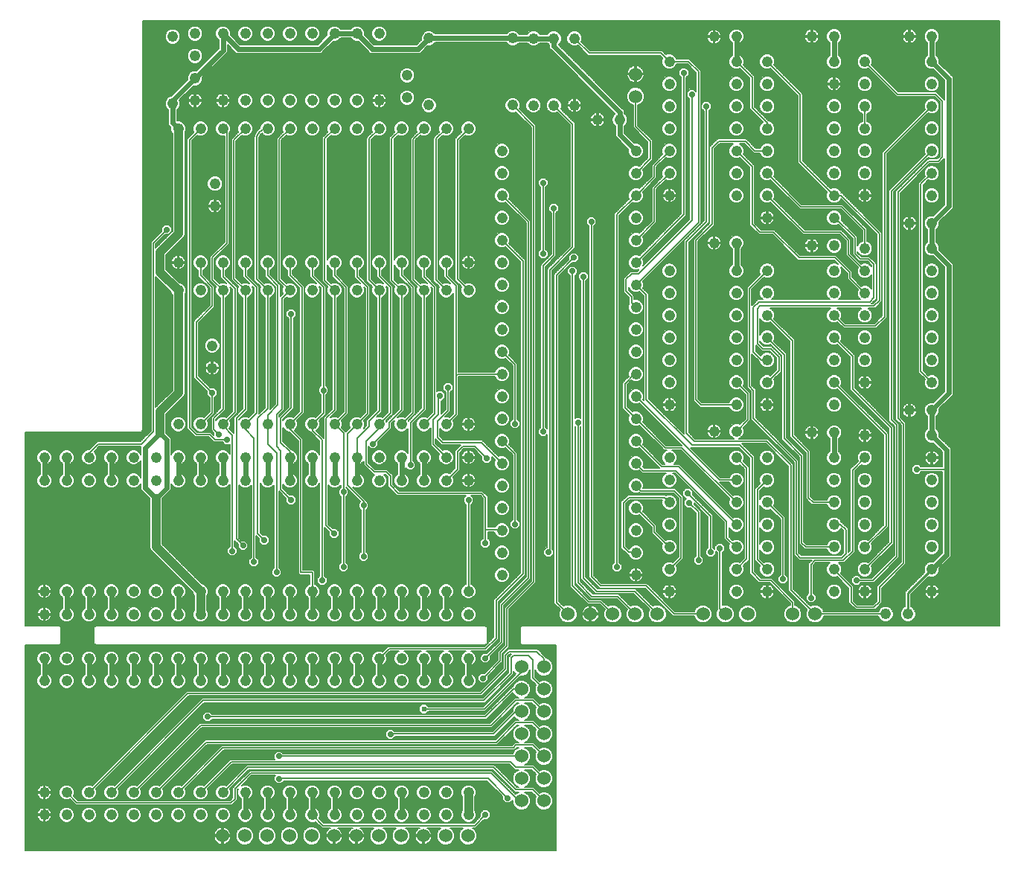
<source format=gbl>
G75*
%MOIN*%
%OFA0B0*%
%FSLAX25Y25*%
%IPPOS*%
%LPD*%
%AMOC8*
5,1,8,0,0,1.08239X$1,22.5*
%
%ADD10C,0.04800*%
%ADD11C,0.06000*%
%ADD12C,0.02362*%
%ADD13C,0.00600*%
%ADD14OC8,0.02381*%
%ADD15C,0.19748*%
%ADD16C,0.02400*%
%ADD17C,0.04000*%
%ADD18C,0.03937*%
%ADD19C,0.00984*%
%ADD20C,0.02381*%
D10*
X0011300Y0018700D03*
X0021300Y0018700D03*
X0031300Y0018700D03*
X0041300Y0018700D03*
X0051300Y0018700D03*
X0061300Y0018700D03*
X0071300Y0018700D03*
X0081300Y0018700D03*
X0091300Y0018700D03*
X0101300Y0018700D03*
X0111300Y0018700D03*
X0121300Y0018700D03*
X0131300Y0018700D03*
X0141300Y0018700D03*
X0151300Y0018700D03*
X0161300Y0018700D03*
X0171300Y0018700D03*
X0181300Y0018700D03*
X0191300Y0018700D03*
X0201300Y0018700D03*
X0201300Y0028750D03*
X0191300Y0028750D03*
X0181300Y0028750D03*
X0171300Y0028750D03*
X0161300Y0028750D03*
X0151300Y0028750D03*
X0141300Y0028750D03*
X0131300Y0028750D03*
X0121300Y0028750D03*
X0111300Y0028750D03*
X0101300Y0028750D03*
X0091300Y0028750D03*
X0081300Y0028750D03*
X0071300Y0028750D03*
X0061300Y0028750D03*
X0051300Y0028750D03*
X0041300Y0028750D03*
X0031300Y0028750D03*
X0021300Y0028750D03*
X0011300Y0028750D03*
X0011300Y0078700D03*
X0021300Y0078700D03*
X0031300Y0078700D03*
X0041300Y0078700D03*
X0051300Y0078700D03*
X0061300Y0078700D03*
X0071300Y0078700D03*
X0081300Y0078700D03*
X0091300Y0078700D03*
X0101300Y0078700D03*
X0111300Y0078700D03*
X0121300Y0078700D03*
X0131300Y0078700D03*
X0141300Y0078700D03*
X0151300Y0078700D03*
X0161300Y0078700D03*
X0171300Y0078700D03*
X0181300Y0078700D03*
X0191300Y0078700D03*
X0201300Y0078700D03*
X0201300Y0088750D03*
X0191300Y0088750D03*
X0181300Y0088750D03*
X0171300Y0088750D03*
X0161300Y0088750D03*
X0151300Y0088750D03*
X0141300Y0088750D03*
X0131300Y0088750D03*
X0121300Y0088750D03*
X0111300Y0088750D03*
X0101300Y0088750D03*
X0091300Y0088750D03*
X0081300Y0088750D03*
X0071300Y0088750D03*
X0061300Y0088750D03*
X0051300Y0088750D03*
X0041300Y0088750D03*
X0031300Y0088750D03*
X0021300Y0088750D03*
X0011300Y0088750D03*
X0011300Y0108527D03*
X0021300Y0108527D03*
X0031300Y0108527D03*
X0041300Y0108527D03*
X0051300Y0108527D03*
X0061300Y0108527D03*
X0071300Y0108527D03*
X0081300Y0108527D03*
X0091300Y0108527D03*
X0101300Y0108527D03*
X0111300Y0108527D03*
X0121300Y0108527D03*
X0131300Y0108527D03*
X0141300Y0108527D03*
X0151300Y0108527D03*
X0161300Y0108527D03*
X0171300Y0108527D03*
X0181300Y0108527D03*
X0191300Y0108527D03*
X0201300Y0108527D03*
X0201300Y0118873D03*
X0191300Y0118873D03*
X0181300Y0118873D03*
X0171300Y0118873D03*
X0161300Y0118873D03*
X0151300Y0118873D03*
X0141300Y0118873D03*
X0131300Y0118873D03*
X0121300Y0118873D03*
X0111300Y0118873D03*
X0101300Y0118873D03*
X0091300Y0118873D03*
X0081300Y0118873D03*
X0071300Y0118873D03*
X0061300Y0118873D03*
X0051300Y0118873D03*
X0041300Y0118873D03*
X0031300Y0118873D03*
X0021300Y0118873D03*
X0011300Y0118873D03*
X0011300Y0168527D03*
X0021300Y0168527D03*
X0031300Y0168527D03*
X0041300Y0168527D03*
X0051300Y0168527D03*
X0061300Y0168527D03*
X0071300Y0168527D03*
X0081300Y0168527D03*
X0091300Y0168527D03*
X0101300Y0168527D03*
X0111300Y0168527D03*
X0121300Y0168527D03*
X0131300Y0168527D03*
X0141300Y0168527D03*
X0151300Y0168527D03*
X0161300Y0168527D03*
X0171300Y0168527D03*
X0181300Y0168527D03*
X0191300Y0168527D03*
X0201300Y0168527D03*
X0201300Y0178873D03*
X0191300Y0178873D03*
X0181300Y0178873D03*
X0171300Y0178873D03*
X0161300Y0178873D03*
X0151300Y0178873D03*
X0141300Y0178873D03*
X0131300Y0178873D03*
X0121300Y0178873D03*
X0111300Y0178873D03*
X0101300Y0178873D03*
X0091300Y0178873D03*
X0081300Y0178873D03*
X0071300Y0178873D03*
X0061300Y0178873D03*
X0051300Y0178873D03*
X0041300Y0178873D03*
X0031300Y0178873D03*
X0021300Y0178873D03*
X0011300Y0178873D03*
X0071300Y0193700D03*
X0081300Y0193700D03*
X0091300Y0193700D03*
X0101300Y0193700D03*
X0111300Y0193700D03*
X0121300Y0193700D03*
X0131300Y0193700D03*
X0141300Y0193700D03*
X0151300Y0193700D03*
X0161300Y0193700D03*
X0171300Y0193700D03*
X0181300Y0193700D03*
X0191300Y0193700D03*
X0201300Y0193700D03*
X0216300Y0196200D03*
X0216300Y0186200D03*
X0216300Y0176200D03*
X0216300Y0166200D03*
X0216300Y0156200D03*
X0216300Y0146200D03*
X0216300Y0136200D03*
X0216300Y0126200D03*
X0276300Y0126200D03*
X0276300Y0136200D03*
X0276300Y0146200D03*
X0276300Y0156200D03*
X0276300Y0166200D03*
X0276300Y0176200D03*
X0276300Y0186200D03*
X0276300Y0196200D03*
X0276300Y0206200D03*
X0276300Y0216200D03*
X0276300Y0226200D03*
X0276300Y0236200D03*
X0276300Y0246200D03*
X0276300Y0256200D03*
X0276300Y0266200D03*
X0276300Y0276200D03*
X0276300Y0286200D03*
X0276300Y0296200D03*
X0276300Y0306200D03*
X0276300Y0316200D03*
X0291300Y0316200D03*
X0291300Y0306200D03*
X0291300Y0296200D03*
X0311300Y0274900D03*
X0321300Y0274900D03*
X0321300Y0262450D03*
X0321300Y0252450D03*
X0321300Y0242450D03*
X0321300Y0232450D03*
X0321300Y0222450D03*
X0321300Y0212450D03*
X0321300Y0202450D03*
X0321300Y0190550D03*
X0311300Y0190550D03*
X0321300Y0178700D03*
X0321300Y0168700D03*
X0321300Y0158700D03*
X0321300Y0148700D03*
X0321300Y0138700D03*
X0321300Y0128700D03*
X0321300Y0118700D03*
X0335050Y0118700D03*
X0335050Y0128700D03*
X0335050Y0138700D03*
X0335050Y0148700D03*
X0335050Y0158700D03*
X0335050Y0168700D03*
X0335050Y0178700D03*
X0355050Y0189950D03*
X0365050Y0189950D03*
X0365050Y0178700D03*
X0365050Y0168700D03*
X0365050Y0158700D03*
X0365050Y0148700D03*
X0365050Y0138700D03*
X0365050Y0128700D03*
X0365050Y0118700D03*
X0378800Y0118700D03*
X0378800Y0128700D03*
X0378800Y0138700D03*
X0378800Y0148700D03*
X0378800Y0158700D03*
X0378800Y0168700D03*
X0378800Y0178700D03*
X0378800Y0188700D03*
X0365050Y0202450D03*
X0365050Y0212450D03*
X0365050Y0222450D03*
X0365050Y0232450D03*
X0365050Y0242450D03*
X0365050Y0252450D03*
X0365050Y0262450D03*
X0365050Y0273700D03*
X0355050Y0273700D03*
X0365050Y0286200D03*
X0365050Y0296200D03*
X0365050Y0306200D03*
X0365050Y0316200D03*
X0365050Y0326200D03*
X0365050Y0336200D03*
X0365050Y0346200D03*
X0365050Y0356200D03*
X0365050Y0367450D03*
X0355050Y0367450D03*
X0335050Y0356200D03*
X0335050Y0346200D03*
X0335050Y0336200D03*
X0335050Y0326200D03*
X0335050Y0316200D03*
X0335050Y0306200D03*
X0335050Y0296200D03*
X0335050Y0286200D03*
X0321300Y0296200D03*
X0321300Y0306200D03*
X0321300Y0316200D03*
X0321300Y0326200D03*
X0321300Y0336200D03*
X0321300Y0346200D03*
X0321300Y0356200D03*
X0321300Y0367300D03*
X0311300Y0367300D03*
X0291300Y0356200D03*
X0291300Y0346200D03*
X0291300Y0336200D03*
X0291300Y0326200D03*
X0269100Y0330100D03*
X0259100Y0330100D03*
X0248750Y0336550D03*
X0239550Y0336550D03*
X0230350Y0336550D03*
X0221050Y0336600D03*
X0201300Y0326200D03*
X0191300Y0326200D03*
X0181300Y0326200D03*
X0171300Y0326200D03*
X0161300Y0326200D03*
X0151300Y0326200D03*
X0141300Y0326200D03*
X0131300Y0326200D03*
X0121300Y0326200D03*
X0111300Y0326200D03*
X0101300Y0326200D03*
X0091300Y0326200D03*
X0081300Y0326200D03*
X0071300Y0326200D03*
X0068800Y0337300D03*
X0078800Y0338700D03*
X0078800Y0348700D03*
X0078800Y0358700D03*
X0078800Y0368700D03*
X0068800Y0367300D03*
X0091300Y0368700D03*
X0101300Y0368700D03*
X0111300Y0368700D03*
X0121300Y0368700D03*
X0131300Y0368700D03*
X0141300Y0368700D03*
X0151300Y0368700D03*
X0161300Y0368700D03*
X0183600Y0366600D03*
X0173800Y0349950D03*
X0173800Y0339950D03*
X0183600Y0336600D03*
X0161300Y0338700D03*
X0151300Y0338700D03*
X0141300Y0338700D03*
X0131300Y0338700D03*
X0121300Y0338700D03*
X0111300Y0338700D03*
X0101300Y0338700D03*
X0091300Y0338700D03*
X0087700Y0301500D03*
X0087700Y0291500D03*
X0091300Y0266200D03*
X0081300Y0266200D03*
X0071300Y0266200D03*
X0071300Y0253700D03*
X0081300Y0253700D03*
X0091300Y0253700D03*
X0101300Y0253700D03*
X0111300Y0253700D03*
X0121300Y0253700D03*
X0131300Y0253700D03*
X0141300Y0253700D03*
X0151300Y0253700D03*
X0161300Y0253700D03*
X0171300Y0253700D03*
X0181300Y0253700D03*
X0191300Y0253700D03*
X0201300Y0253700D03*
X0201300Y0266200D03*
X0191300Y0266200D03*
X0181300Y0266200D03*
X0171300Y0266200D03*
X0161300Y0266200D03*
X0151300Y0266200D03*
X0141300Y0266200D03*
X0131300Y0266200D03*
X0121300Y0266200D03*
X0111300Y0266200D03*
X0101300Y0266200D03*
X0086500Y0228900D03*
X0086500Y0218900D03*
X0216300Y0216200D03*
X0216300Y0226200D03*
X0216300Y0236200D03*
X0216300Y0246200D03*
X0216300Y0256200D03*
X0216300Y0266200D03*
X0216300Y0276200D03*
X0216300Y0286200D03*
X0216300Y0296200D03*
X0216300Y0306200D03*
X0216300Y0316200D03*
X0221050Y0366600D03*
X0230350Y0366550D03*
X0239550Y0366550D03*
X0248750Y0366550D03*
X0291300Y0262450D03*
X0291300Y0252450D03*
X0291300Y0242450D03*
X0291300Y0232450D03*
X0291300Y0222450D03*
X0291300Y0212450D03*
X0291300Y0202450D03*
X0291300Y0178700D03*
X0291300Y0168700D03*
X0291300Y0158700D03*
X0291300Y0148700D03*
X0291300Y0138700D03*
X0291300Y0128700D03*
X0291300Y0118700D03*
X0335050Y0202450D03*
X0335050Y0212450D03*
X0335050Y0222450D03*
X0335050Y0232450D03*
X0335050Y0242450D03*
X0335050Y0252450D03*
X0335050Y0262450D03*
X0378800Y0262450D03*
X0378800Y0252450D03*
X0378800Y0242450D03*
X0378800Y0232450D03*
X0378800Y0222450D03*
X0378800Y0212450D03*
X0398800Y0199950D03*
X0408800Y0199950D03*
X0408800Y0188700D03*
X0408800Y0178700D03*
X0408800Y0168700D03*
X0408800Y0158700D03*
X0408800Y0148700D03*
X0408800Y0138700D03*
X0408800Y0128700D03*
X0408800Y0118700D03*
X0398150Y0108700D03*
X0388150Y0108700D03*
X0408800Y0212450D03*
X0408800Y0222450D03*
X0408800Y0232450D03*
X0408800Y0242450D03*
X0408800Y0252450D03*
X0408800Y0262450D03*
X0408800Y0272450D03*
X0408800Y0283700D03*
X0398800Y0283700D03*
X0408800Y0296200D03*
X0408800Y0306200D03*
X0408800Y0316200D03*
X0408800Y0326200D03*
X0408800Y0336200D03*
X0408800Y0346200D03*
X0408800Y0356200D03*
X0408800Y0367450D03*
X0398800Y0367450D03*
X0378800Y0356200D03*
X0378800Y0346200D03*
X0378800Y0336200D03*
X0378800Y0326200D03*
X0378800Y0316200D03*
X0378800Y0306200D03*
X0378800Y0296200D03*
X0378800Y0272450D03*
X0216300Y0206200D03*
D11*
X0245900Y0108700D03*
X0255900Y0108700D03*
X0265900Y0108700D03*
X0275900Y0108700D03*
X0285900Y0108700D03*
X0306300Y0108700D03*
X0316300Y0108700D03*
X0326300Y0108700D03*
X0346500Y0108700D03*
X0356500Y0108700D03*
X0235050Y0084950D03*
X0235050Y0074950D03*
X0235050Y0064950D03*
X0235050Y0054950D03*
X0235050Y0044950D03*
X0235050Y0034950D03*
X0235050Y0024950D03*
X0225050Y0024950D03*
X0225050Y0034950D03*
X0225050Y0044950D03*
X0225050Y0054950D03*
X0225050Y0064950D03*
X0225050Y0074950D03*
X0225050Y0084950D03*
X0201050Y0009300D03*
X0191050Y0009300D03*
X0181050Y0009300D03*
X0171050Y0009300D03*
X0161050Y0009300D03*
X0151050Y0009300D03*
X0141050Y0009300D03*
X0131050Y0009300D03*
X0121050Y0009300D03*
X0111050Y0009300D03*
X0101050Y0009300D03*
X0091050Y0009300D03*
X0276100Y0340550D03*
X0276100Y0350550D03*
D12*
X0269100Y0333500D02*
X0269100Y0330100D01*
X0269100Y0323400D01*
X0276300Y0316200D01*
X0269100Y0333500D02*
X0239550Y0363050D01*
X0239550Y0366550D01*
X0230350Y0366550D01*
X0221100Y0366550D01*
X0221050Y0366600D01*
X0183600Y0366600D01*
X0321300Y0367300D02*
X0321300Y0356200D01*
X0181300Y0178873D02*
X0181300Y0168527D01*
X0171300Y0168527D02*
X0171300Y0178873D01*
X0151300Y0178873D02*
X0151300Y0168527D01*
X0141300Y0168527D02*
X0141300Y0178873D01*
X0131300Y0178873D02*
X0131300Y0168527D01*
X0121300Y0168527D02*
X0121300Y0178873D01*
X0111300Y0178873D02*
X0111300Y0168527D01*
X0101300Y0168527D02*
X0101300Y0178873D01*
X0091300Y0178873D02*
X0091300Y0168527D01*
X0081300Y0168527D02*
X0081300Y0178873D01*
X0071300Y0178873D02*
X0071300Y0168527D01*
X0066100Y0165100D02*
X0066100Y0186700D01*
X0063100Y0189700D01*
X0056500Y0183100D01*
X0056500Y0165100D01*
X0041300Y0168527D02*
X0041300Y0178873D01*
X0021300Y0178873D02*
X0021300Y0168527D01*
X0011300Y0168527D02*
X0011300Y0178873D01*
X0021300Y0118873D02*
X0021300Y0108527D01*
X0031300Y0108527D02*
X0031300Y0118873D01*
X0041300Y0118873D02*
X0041300Y0108527D01*
X0041300Y0088750D02*
X0041300Y0078700D01*
X0031300Y0078700D02*
X0031300Y0088750D01*
X0051300Y0088750D02*
X0051300Y0078700D01*
X0061300Y0078700D02*
X0061300Y0088750D01*
X0071300Y0088750D02*
X0071300Y0078700D01*
X0081300Y0078700D02*
X0081300Y0088750D01*
X0091300Y0088750D02*
X0091300Y0078700D01*
X0101300Y0078700D02*
X0101300Y0088750D01*
X0111300Y0088750D02*
X0111300Y0078700D01*
X0121300Y0078700D02*
X0121300Y0088750D01*
X0131300Y0088750D02*
X0131300Y0078700D01*
X0141300Y0078700D02*
X0141300Y0088750D01*
X0151300Y0088750D02*
X0151300Y0078700D01*
X0161300Y0078700D02*
X0161300Y0088750D01*
X0161300Y0108527D02*
X0161300Y0118873D01*
X0151300Y0118873D02*
X0151300Y0108527D01*
X0141300Y0108527D02*
X0141300Y0118873D01*
X0131300Y0118873D02*
X0131300Y0108527D01*
X0121300Y0108527D02*
X0121300Y0118873D01*
X0111300Y0118873D02*
X0111300Y0108527D01*
X0101300Y0108527D02*
X0101300Y0118873D01*
X0091300Y0118873D02*
X0091300Y0108527D01*
X0071300Y0108527D02*
X0071300Y0118873D01*
X0011300Y0088750D02*
X0011300Y0078700D01*
X0101300Y0028750D02*
X0101300Y0018700D01*
X0111300Y0018700D02*
X0111300Y0028750D01*
X0121300Y0028750D02*
X0121300Y0018700D01*
X0131300Y0018700D02*
X0131300Y0028750D01*
X0141300Y0028750D02*
X0141300Y0018700D01*
X0171300Y0018700D02*
X0171300Y0028750D01*
X0181300Y0078700D02*
X0181300Y0088750D01*
X0191300Y0088750D02*
X0191300Y0078700D01*
X0201300Y0078700D02*
X0201300Y0088750D01*
X0191300Y0108527D02*
X0191300Y0118873D01*
X0181300Y0118873D02*
X0181300Y0108527D01*
X0171300Y0108527D02*
X0171300Y0118873D01*
D13*
X0002687Y0094713D02*
X0002687Y0002687D01*
X0240513Y0002687D01*
X0240513Y0094713D01*
X0225125Y0094713D01*
X0224313Y0095525D01*
X0224313Y0102675D01*
X0225125Y0103487D01*
X0439113Y0103487D01*
X0439113Y0374313D01*
X0055487Y0374313D01*
X0055487Y0190925D01*
X0054675Y0190113D01*
X0002687Y0190113D01*
X0002687Y0103487D01*
X0018075Y0103487D01*
X0018887Y0102675D01*
X0018887Y0095525D01*
X0018075Y0094713D01*
X0002687Y0094713D01*
X0002687Y0094668D02*
X0208912Y0094668D01*
X0208875Y0094713D02*
X0209687Y0095525D01*
X0209687Y0102675D01*
X0208875Y0103487D01*
X0207725Y0103487D01*
X0035475Y0103487D01*
X0034325Y0103487D01*
X0033513Y0102675D01*
X0033513Y0095525D01*
X0034325Y0094713D01*
X0208875Y0094713D01*
X0208444Y0094200D02*
X0165194Y0094200D01*
X0162869Y0091875D01*
X0161994Y0092237D01*
X0160606Y0092237D01*
X0159325Y0091706D01*
X0158344Y0090725D01*
X0157813Y0089444D01*
X0157813Y0088056D01*
X0158344Y0086775D01*
X0159319Y0085799D01*
X0159319Y0081651D01*
X0158344Y0080675D01*
X0157813Y0079394D01*
X0157813Y0078006D01*
X0158344Y0076725D01*
X0159325Y0075744D01*
X0160606Y0075213D01*
X0161994Y0075213D01*
X0163275Y0075744D01*
X0164256Y0076725D01*
X0164787Y0078006D01*
X0164787Y0079394D01*
X0164256Y0080675D01*
X0163281Y0081651D01*
X0163281Y0085799D01*
X0164256Y0086775D01*
X0164787Y0088056D01*
X0164787Y0089444D01*
X0164425Y0090319D01*
X0166106Y0092000D01*
X0170033Y0092000D01*
X0169325Y0091706D01*
X0168344Y0090725D01*
X0167813Y0089444D01*
X0167813Y0088056D01*
X0168344Y0086775D01*
X0169325Y0085794D01*
X0170606Y0085263D01*
X0171994Y0085263D01*
X0173275Y0085794D01*
X0174256Y0086775D01*
X0174787Y0088056D01*
X0174787Y0089444D01*
X0174256Y0090725D01*
X0173275Y0091706D01*
X0172567Y0092000D01*
X0180033Y0092000D01*
X0179325Y0091706D01*
X0178344Y0090725D01*
X0177813Y0089444D01*
X0177813Y0088056D01*
X0178344Y0086775D01*
X0179319Y0085799D01*
X0179319Y0081651D01*
X0178344Y0080675D01*
X0177813Y0079394D01*
X0177813Y0078006D01*
X0178344Y0076725D01*
X0179325Y0075744D01*
X0180606Y0075213D01*
X0181994Y0075213D01*
X0183275Y0075744D01*
X0184256Y0076725D01*
X0184787Y0078006D01*
X0184787Y0079394D01*
X0184256Y0080675D01*
X0183281Y0081651D01*
X0183281Y0085799D01*
X0184256Y0086775D01*
X0184787Y0088056D01*
X0184787Y0089444D01*
X0184256Y0090725D01*
X0183275Y0091706D01*
X0182567Y0092000D01*
X0190033Y0092000D01*
X0189325Y0091706D01*
X0188344Y0090725D01*
X0187813Y0089444D01*
X0187813Y0088056D01*
X0188344Y0086775D01*
X0189319Y0085799D01*
X0189319Y0081651D01*
X0188344Y0080675D01*
X0187813Y0079394D01*
X0187813Y0078006D01*
X0188344Y0076725D01*
X0189325Y0075744D01*
X0190606Y0075213D01*
X0191994Y0075213D01*
X0193275Y0075744D01*
X0194256Y0076725D01*
X0194787Y0078006D01*
X0194787Y0079394D01*
X0194256Y0080675D01*
X0193281Y0081651D01*
X0193281Y0085799D01*
X0194256Y0086775D01*
X0194787Y0088056D01*
X0194787Y0089444D01*
X0194256Y0090725D01*
X0193275Y0091706D01*
X0192567Y0092000D01*
X0200033Y0092000D01*
X0199325Y0091706D01*
X0198344Y0090725D01*
X0197813Y0089444D01*
X0197813Y0088056D01*
X0198344Y0086775D01*
X0199319Y0085799D01*
X0199319Y0081651D01*
X0198344Y0080675D01*
X0197813Y0079394D01*
X0197813Y0078006D01*
X0198344Y0076725D01*
X0199325Y0075744D01*
X0200606Y0075213D01*
X0201994Y0075213D01*
X0203275Y0075744D01*
X0204256Y0076725D01*
X0204787Y0078006D01*
X0204787Y0079394D01*
X0204256Y0080675D01*
X0203281Y0081651D01*
X0203281Y0085799D01*
X0204256Y0086775D01*
X0204787Y0088056D01*
X0204787Y0089444D01*
X0204256Y0090725D01*
X0203275Y0091706D01*
X0202567Y0092000D01*
X0209356Y0092000D01*
X0210000Y0092644D01*
X0214800Y0097444D01*
X0214800Y0114244D01*
X0226800Y0126244D01*
X0226800Y0267256D01*
X0219425Y0274631D01*
X0219787Y0275506D01*
X0219787Y0276894D01*
X0219256Y0278175D01*
X0218275Y0279156D01*
X0216994Y0279687D01*
X0215606Y0279687D01*
X0214325Y0279156D01*
X0213344Y0278175D01*
X0212813Y0276894D01*
X0212813Y0275506D01*
X0213344Y0274225D01*
X0214325Y0273244D01*
X0215606Y0272713D01*
X0216994Y0272713D01*
X0217869Y0273075D01*
X0224600Y0266344D01*
X0224600Y0127156D01*
X0213244Y0115800D01*
X0212600Y0115156D01*
X0212600Y0098356D01*
X0208444Y0094200D01*
X0208900Y0093100D02*
X0165650Y0093100D01*
X0161300Y0088750D01*
X0158829Y0086289D02*
X0153771Y0086289D01*
X0154256Y0086775D02*
X0154787Y0088056D01*
X0154787Y0089444D01*
X0154256Y0090725D01*
X0153275Y0091706D01*
X0151994Y0092237D01*
X0150606Y0092237D01*
X0149325Y0091706D01*
X0148344Y0090725D01*
X0147813Y0089444D01*
X0147813Y0088056D01*
X0148344Y0086775D01*
X0149319Y0085799D01*
X0149319Y0081651D01*
X0148344Y0080675D01*
X0147813Y0079394D01*
X0147813Y0078006D01*
X0148344Y0076725D01*
X0149325Y0075744D01*
X0150606Y0075213D01*
X0151994Y0075213D01*
X0153275Y0075744D01*
X0154256Y0076725D01*
X0154787Y0078006D01*
X0154787Y0079394D01*
X0154256Y0080675D01*
X0153281Y0081651D01*
X0153281Y0085799D01*
X0154256Y0086775D01*
X0154303Y0086887D02*
X0158297Y0086887D01*
X0158049Y0087486D02*
X0154551Y0087486D01*
X0154787Y0088084D02*
X0157813Y0088084D01*
X0157813Y0088683D02*
X0154787Y0088683D01*
X0154787Y0089281D02*
X0157813Y0089281D01*
X0157993Y0089880D02*
X0154607Y0089880D01*
X0154359Y0090478D02*
X0158241Y0090478D01*
X0158695Y0091077D02*
X0153905Y0091077D01*
X0153307Y0091675D02*
X0159293Y0091675D01*
X0163268Y0092274D02*
X0002687Y0092274D01*
X0002687Y0092872D02*
X0163867Y0092872D01*
X0164465Y0093471D02*
X0002687Y0093471D01*
X0002687Y0094069D02*
X0165064Y0094069D01*
X0165781Y0091675D02*
X0169293Y0091675D01*
X0168695Y0091077D02*
X0165182Y0091077D01*
X0164584Y0090478D02*
X0168241Y0090478D01*
X0167993Y0089880D02*
X0164607Y0089880D01*
X0164787Y0089281D02*
X0167813Y0089281D01*
X0167813Y0088683D02*
X0164787Y0088683D01*
X0164787Y0088084D02*
X0167813Y0088084D01*
X0168049Y0087486D02*
X0164551Y0087486D01*
X0164303Y0086887D02*
X0168297Y0086887D01*
X0168829Y0086289D02*
X0163771Y0086289D01*
X0163281Y0085690D02*
X0169574Y0085690D01*
X0173026Y0085690D02*
X0179319Y0085690D01*
X0179319Y0085092D02*
X0163281Y0085092D01*
X0163281Y0084493D02*
X0179319Y0084493D01*
X0179319Y0083895D02*
X0163281Y0083895D01*
X0163281Y0083296D02*
X0179319Y0083296D01*
X0179319Y0082698D02*
X0163281Y0082698D01*
X0163281Y0082099D02*
X0170393Y0082099D01*
X0170606Y0082187D02*
X0169325Y0081656D01*
X0168344Y0080675D01*
X0167813Y0079394D01*
X0167813Y0078006D01*
X0168344Y0076725D01*
X0169325Y0075744D01*
X0170606Y0075213D01*
X0171994Y0075213D01*
X0173275Y0075744D01*
X0174256Y0076725D01*
X0174787Y0078006D01*
X0174787Y0079394D01*
X0174256Y0080675D01*
X0173275Y0081656D01*
X0171994Y0082187D01*
X0170606Y0082187D01*
X0169169Y0081501D02*
X0163431Y0081501D01*
X0164030Y0080902D02*
X0168570Y0080902D01*
X0168189Y0080303D02*
X0164411Y0080303D01*
X0164658Y0079705D02*
X0167942Y0079705D01*
X0167813Y0079106D02*
X0164787Y0079106D01*
X0164787Y0078508D02*
X0167813Y0078508D01*
X0167853Y0077909D02*
X0164747Y0077909D01*
X0164499Y0077311D02*
X0168101Y0077311D01*
X0168356Y0076712D02*
X0164244Y0076712D01*
X0163646Y0076114D02*
X0168954Y0076114D01*
X0169875Y0075515D02*
X0162725Y0075515D01*
X0159875Y0075515D02*
X0152725Y0075515D01*
X0153646Y0076114D02*
X0158954Y0076114D01*
X0158356Y0076712D02*
X0154244Y0076712D01*
X0154499Y0077311D02*
X0158101Y0077311D01*
X0157853Y0077909D02*
X0154747Y0077909D01*
X0154787Y0078508D02*
X0157813Y0078508D01*
X0157813Y0079106D02*
X0154787Y0079106D01*
X0154658Y0079705D02*
X0157942Y0079705D01*
X0158189Y0080303D02*
X0154411Y0080303D01*
X0154030Y0080902D02*
X0158570Y0080902D01*
X0159169Y0081501D02*
X0153431Y0081501D01*
X0153281Y0082099D02*
X0159319Y0082099D01*
X0159319Y0082698D02*
X0153281Y0082698D01*
X0153281Y0083296D02*
X0159319Y0083296D01*
X0159319Y0083895D02*
X0153281Y0083895D01*
X0153281Y0084493D02*
X0159319Y0084493D01*
X0159319Y0085092D02*
X0153281Y0085092D01*
X0153281Y0085690D02*
X0159319Y0085690D01*
X0172207Y0082099D02*
X0179319Y0082099D01*
X0179169Y0081501D02*
X0173431Y0081501D01*
X0174030Y0080902D02*
X0178570Y0080902D01*
X0178189Y0080303D02*
X0174411Y0080303D01*
X0174658Y0079705D02*
X0177942Y0079705D01*
X0177813Y0079106D02*
X0174787Y0079106D01*
X0174787Y0078508D02*
X0177813Y0078508D01*
X0177853Y0077909D02*
X0174747Y0077909D01*
X0174499Y0077311D02*
X0178101Y0077311D01*
X0178356Y0076712D02*
X0174244Y0076712D01*
X0173646Y0076114D02*
X0178954Y0076114D01*
X0179875Y0075515D02*
X0172725Y0075515D01*
X0180312Y0068333D02*
X0082439Y0068333D01*
X0082956Y0068850D02*
X0208656Y0068850D01*
X0220756Y0080950D01*
X0221400Y0081594D01*
X0221400Y0083081D01*
X0221585Y0082635D01*
X0222432Y0081788D01*
X0207844Y0067200D01*
X0183422Y0067200D01*
X0182244Y0068378D01*
X0180356Y0068378D01*
X0179022Y0067044D01*
X0179022Y0065156D01*
X0180356Y0063822D01*
X0182244Y0063822D01*
X0183422Y0065000D01*
X0208756Y0065000D01*
X0209400Y0065644D01*
X0224618Y0080863D01*
X0225863Y0080863D01*
X0227365Y0081485D01*
X0228515Y0082635D01*
X0228950Y0083685D01*
X0228950Y0079494D01*
X0231466Y0076978D01*
X0230963Y0075763D01*
X0230963Y0074137D01*
X0231585Y0072635D01*
X0232735Y0071485D01*
X0234237Y0070863D01*
X0235863Y0070863D01*
X0237365Y0071485D01*
X0238515Y0072635D01*
X0239137Y0074137D01*
X0239137Y0075763D01*
X0238515Y0077265D01*
X0237365Y0078415D01*
X0235863Y0079037D01*
X0234237Y0079037D01*
X0233022Y0078534D01*
X0231150Y0080406D01*
X0231150Y0083685D01*
X0231585Y0082635D01*
X0232735Y0081485D01*
X0234237Y0080863D01*
X0235863Y0080863D01*
X0237365Y0081485D01*
X0238515Y0082635D01*
X0239137Y0084137D01*
X0239137Y0085763D01*
X0238515Y0087265D01*
X0237365Y0088415D01*
X0236150Y0088919D01*
X0236150Y0089156D01*
X0235506Y0089800D01*
X0232356Y0092950D01*
X0218994Y0092950D01*
X0218350Y0092306D01*
X0216700Y0090656D01*
X0216700Y0084406D01*
X0206444Y0074150D01*
X0075144Y0074150D01*
X0074500Y0073506D01*
X0032869Y0031875D01*
X0031994Y0032237D01*
X0030606Y0032237D01*
X0029325Y0031706D01*
X0028344Y0030725D01*
X0027813Y0029444D01*
X0027813Y0028056D01*
X0028344Y0026775D01*
X0029325Y0025794D01*
X0030606Y0025263D01*
X0031994Y0025263D01*
X0033275Y0025794D01*
X0034256Y0026775D01*
X0034787Y0028056D01*
X0034787Y0029444D01*
X0034425Y0030319D01*
X0076056Y0071950D01*
X0207356Y0071950D01*
X0208000Y0072594D01*
X0208000Y0072594D01*
X0218256Y0082850D01*
X0218900Y0083494D01*
X0218900Y0089744D01*
X0219906Y0090750D01*
X0220544Y0090750D01*
X0220200Y0090406D01*
X0219200Y0089406D01*
X0219200Y0082506D01*
X0207744Y0071050D01*
X0082044Y0071050D01*
X0081400Y0070406D01*
X0081400Y0070406D01*
X0042869Y0031875D01*
X0041994Y0032237D01*
X0040606Y0032237D01*
X0039325Y0031706D01*
X0038344Y0030725D01*
X0037813Y0029444D01*
X0037813Y0028056D01*
X0038344Y0026775D01*
X0039325Y0025794D01*
X0040606Y0025263D01*
X0041994Y0025263D01*
X0043275Y0025794D01*
X0044256Y0026775D01*
X0044787Y0028056D01*
X0044787Y0029444D01*
X0044425Y0030319D01*
X0082956Y0068850D01*
X0082500Y0069950D02*
X0208200Y0069950D01*
X0220300Y0082050D01*
X0220300Y0088950D01*
X0221300Y0089950D01*
X0228200Y0089950D01*
X0230050Y0088100D01*
X0230050Y0079950D01*
X0235050Y0074950D01*
X0239137Y0074917D02*
X0240513Y0074917D01*
X0240513Y0075515D02*
X0239137Y0075515D01*
X0238992Y0076114D02*
X0240513Y0076114D01*
X0240513Y0076712D02*
X0238744Y0076712D01*
X0238470Y0077311D02*
X0240513Y0077311D01*
X0240513Y0077909D02*
X0237871Y0077909D01*
X0237141Y0078508D02*
X0240513Y0078508D01*
X0240513Y0079106D02*
X0232449Y0079106D01*
X0231851Y0079705D02*
X0240513Y0079705D01*
X0240513Y0080303D02*
X0231252Y0080303D01*
X0231150Y0080902D02*
X0234142Y0080902D01*
X0232719Y0081501D02*
X0231150Y0081501D01*
X0231150Y0082099D02*
X0232121Y0082099D01*
X0231559Y0082698D02*
X0231150Y0082698D01*
X0231150Y0083296D02*
X0231311Y0083296D01*
X0228950Y0083296D02*
X0228789Y0083296D01*
X0228950Y0082698D02*
X0228541Y0082698D01*
X0228950Y0082099D02*
X0227979Y0082099D01*
X0227381Y0081501D02*
X0228950Y0081501D01*
X0228950Y0080902D02*
X0225958Y0080902D01*
X0225863Y0079037D02*
X0224237Y0079037D01*
X0222735Y0078415D01*
X0221585Y0077265D01*
X0221081Y0076050D01*
X0220844Y0076050D01*
X0220200Y0075406D01*
X0208494Y0063700D01*
X0086622Y0063700D01*
X0085444Y0064878D01*
X0083556Y0064878D01*
X0082222Y0063544D01*
X0082222Y0061656D01*
X0083556Y0060322D01*
X0085444Y0060322D01*
X0086622Y0061500D01*
X0209406Y0061500D01*
X0210050Y0062144D01*
X0221279Y0073373D01*
X0221585Y0072635D01*
X0222735Y0071485D01*
X0223785Y0071050D01*
X0222094Y0071050D01*
X0210894Y0059850D01*
X0080844Y0059850D01*
X0080200Y0059206D01*
X0052869Y0031875D01*
X0051994Y0032237D01*
X0050606Y0032237D01*
X0049325Y0031706D01*
X0048344Y0030725D01*
X0047813Y0029444D01*
X0047813Y0028056D01*
X0048344Y0026775D01*
X0049325Y0025794D01*
X0050606Y0025263D01*
X0051994Y0025263D01*
X0053275Y0025794D01*
X0054256Y0026775D01*
X0054787Y0028056D01*
X0054787Y0029444D01*
X0054425Y0030319D01*
X0081756Y0057650D01*
X0211806Y0057650D01*
X0223006Y0068850D01*
X0223785Y0068850D01*
X0222735Y0068415D01*
X0221585Y0067265D01*
X0220963Y0065763D01*
X0220963Y0064918D01*
X0212094Y0056050D01*
X0168172Y0056050D01*
X0167244Y0056978D01*
X0165356Y0056978D01*
X0164022Y0055644D01*
X0164022Y0053756D01*
X0165356Y0052422D01*
X0167244Y0052422D01*
X0168578Y0053756D01*
X0168578Y0053850D01*
X0212094Y0053850D01*
X0213006Y0053850D01*
X0221688Y0062532D01*
X0222735Y0061485D01*
X0223785Y0061050D01*
X0222094Y0061050D01*
X0221450Y0060406D01*
X0213344Y0052300D01*
X0083294Y0052300D01*
X0082650Y0051656D01*
X0062869Y0031875D01*
X0061994Y0032237D01*
X0060606Y0032237D01*
X0059325Y0031706D01*
X0058344Y0030725D01*
X0057813Y0029444D01*
X0057813Y0028056D01*
X0058344Y0026775D01*
X0059325Y0025794D01*
X0060606Y0025263D01*
X0061994Y0025263D01*
X0063275Y0025794D01*
X0064256Y0026775D01*
X0064787Y0028056D01*
X0064787Y0029444D01*
X0064425Y0030319D01*
X0084206Y0050100D01*
X0214256Y0050100D01*
X0223006Y0058850D01*
X0223785Y0058850D01*
X0222735Y0058415D01*
X0221585Y0057265D01*
X0220963Y0055763D01*
X0220963Y0054137D01*
X0221585Y0052635D01*
X0222735Y0051485D01*
X0223785Y0051050D01*
X0222094Y0051050D01*
X0221450Y0050406D01*
X0220844Y0049800D01*
X0090794Y0049800D01*
X0090150Y0049156D01*
X0072869Y0031875D01*
X0071994Y0032237D01*
X0070606Y0032237D01*
X0069325Y0031706D01*
X0068344Y0030725D01*
X0067813Y0029444D01*
X0067813Y0028056D01*
X0068344Y0026775D01*
X0069325Y0025794D01*
X0070606Y0025263D01*
X0071994Y0025263D01*
X0073275Y0025794D01*
X0074256Y0026775D01*
X0074787Y0028056D01*
X0074787Y0029444D01*
X0074425Y0030319D01*
X0091706Y0047600D01*
X0221756Y0047600D01*
X0223006Y0048850D01*
X0223785Y0048850D01*
X0222735Y0048415D01*
X0221585Y0047265D01*
X0221081Y0046050D01*
X0118422Y0046050D01*
X0117244Y0047228D01*
X0115356Y0047228D01*
X0114022Y0045894D01*
X0114022Y0044006D01*
X0114479Y0043550D01*
X0094544Y0043550D01*
X0093900Y0042906D01*
X0082869Y0031875D01*
X0081994Y0032237D01*
X0080606Y0032237D01*
X0079325Y0031706D01*
X0078344Y0030725D01*
X0077813Y0029444D01*
X0077813Y0028056D01*
X0078344Y0026775D01*
X0079325Y0025794D01*
X0080606Y0025263D01*
X0081994Y0025263D01*
X0083275Y0025794D01*
X0084256Y0026775D01*
X0084787Y0028056D01*
X0084787Y0029444D01*
X0084425Y0030319D01*
X0095456Y0041350D01*
X0219594Y0041350D01*
X0221450Y0039494D01*
X0222094Y0038850D01*
X0223785Y0038850D01*
X0222735Y0038415D01*
X0221585Y0037265D01*
X0220963Y0035763D01*
X0220963Y0034137D01*
X0221585Y0032635D01*
X0222735Y0031485D01*
X0223785Y0031050D01*
X0223006Y0031050D01*
X0213006Y0041050D01*
X0102044Y0041050D01*
X0101400Y0040406D01*
X0092869Y0031875D01*
X0091994Y0032237D01*
X0090606Y0032237D01*
X0089325Y0031706D01*
X0088344Y0030725D01*
X0087813Y0029444D01*
X0087813Y0028056D01*
X0088344Y0026775D01*
X0089325Y0025794D01*
X0090606Y0025263D01*
X0091994Y0025263D01*
X0093275Y0025794D01*
X0094256Y0026775D01*
X0094787Y0028056D01*
X0094787Y0029444D01*
X0094425Y0030319D01*
X0102956Y0038850D01*
X0212094Y0038850D01*
X0221450Y0029494D01*
X0222094Y0028850D01*
X0223785Y0028850D01*
X0222735Y0028415D01*
X0222313Y0027993D01*
X0212400Y0037906D01*
X0211756Y0038550D01*
X0103294Y0038550D01*
X0096244Y0031500D01*
X0095600Y0030856D01*
X0095600Y0026356D01*
X0094444Y0025200D01*
X0026406Y0025200D01*
X0024425Y0027181D01*
X0024787Y0028056D01*
X0024787Y0029444D01*
X0024256Y0030725D01*
X0023275Y0031706D01*
X0021994Y0032237D01*
X0020606Y0032237D01*
X0019325Y0031706D01*
X0018344Y0030725D01*
X0017813Y0029444D01*
X0017813Y0028056D01*
X0018344Y0026775D01*
X0019325Y0025794D01*
X0020606Y0025263D01*
X0021994Y0025263D01*
X0022869Y0025625D01*
X0024850Y0023644D01*
X0025494Y0023000D01*
X0095356Y0023000D01*
X0097156Y0024800D01*
X0097800Y0025444D01*
X0097800Y0029944D01*
X0098176Y0030320D01*
X0097813Y0029444D01*
X0097813Y0028056D01*
X0098344Y0026775D01*
X0099319Y0025799D01*
X0099319Y0021651D01*
X0098344Y0020675D01*
X0097813Y0019394D01*
X0097813Y0018006D01*
X0098344Y0016725D01*
X0099325Y0015744D01*
X0100606Y0015213D01*
X0101994Y0015213D01*
X0103275Y0015744D01*
X0104256Y0016725D01*
X0104787Y0018006D01*
X0104787Y0019394D01*
X0104256Y0020675D01*
X0103281Y0021651D01*
X0103281Y0025799D01*
X0104256Y0026775D01*
X0104787Y0028056D01*
X0104787Y0029444D01*
X0104256Y0030725D01*
X0103275Y0031706D01*
X0101994Y0032237D01*
X0100606Y0032237D01*
X0099730Y0031874D01*
X0104206Y0036350D01*
X0114729Y0036350D01*
X0114222Y0035844D01*
X0114222Y0033956D01*
X0115556Y0032622D01*
X0117444Y0032622D01*
X0118671Y0033850D01*
X0209594Y0033850D01*
X0216522Y0026922D01*
X0216522Y0025256D01*
X0217856Y0023922D01*
X0219744Y0023922D01*
X0220963Y0025141D01*
X0220963Y0024137D01*
X0221585Y0022635D01*
X0222735Y0021485D01*
X0224237Y0020863D01*
X0225863Y0020863D01*
X0227365Y0021485D01*
X0228515Y0022635D01*
X0229137Y0024137D01*
X0229137Y0025763D01*
X0228515Y0027265D01*
X0227365Y0028415D01*
X0226315Y0028850D01*
X0229594Y0028850D01*
X0231466Y0026978D01*
X0230963Y0025763D01*
X0230963Y0024137D01*
X0231585Y0022635D01*
X0232735Y0021485D01*
X0234237Y0020863D01*
X0235863Y0020863D01*
X0237365Y0021485D01*
X0238515Y0022635D01*
X0239137Y0024137D01*
X0239137Y0025763D01*
X0238515Y0027265D01*
X0237365Y0028415D01*
X0235863Y0029037D01*
X0234237Y0029037D01*
X0233022Y0028534D01*
X0230506Y0031050D01*
X0226315Y0031050D01*
X0227365Y0031485D01*
X0228515Y0032635D01*
X0229137Y0034137D01*
X0229137Y0035763D01*
X0228515Y0037265D01*
X0227365Y0038415D01*
X0226315Y0038850D01*
X0229594Y0038850D01*
X0231466Y0036978D01*
X0230963Y0035763D01*
X0230963Y0034137D01*
X0231585Y0032635D01*
X0232735Y0031485D01*
X0234237Y0030863D01*
X0235863Y0030863D01*
X0237365Y0031485D01*
X0238515Y0032635D01*
X0239137Y0034137D01*
X0239137Y0035763D01*
X0238515Y0037265D01*
X0237365Y0038415D01*
X0235863Y0039037D01*
X0234237Y0039037D01*
X0233022Y0038534D01*
X0230506Y0041050D01*
X0226315Y0041050D01*
X0227365Y0041485D01*
X0228515Y0042635D01*
X0229137Y0044137D01*
X0229137Y0045763D01*
X0228515Y0047265D01*
X0227365Y0048415D01*
X0226315Y0048850D01*
X0229594Y0048850D01*
X0231466Y0046978D01*
X0230963Y0045763D01*
X0230963Y0044137D01*
X0231585Y0042635D01*
X0232735Y0041485D01*
X0234237Y0040863D01*
X0235863Y0040863D01*
X0237365Y0041485D01*
X0238515Y0042635D01*
X0239137Y0044137D01*
X0239137Y0045763D01*
X0238515Y0047265D01*
X0237365Y0048415D01*
X0235863Y0049037D01*
X0234237Y0049037D01*
X0233022Y0048534D01*
X0230506Y0051050D01*
X0226315Y0051050D01*
X0227365Y0051485D01*
X0228515Y0052635D01*
X0229137Y0054137D01*
X0229137Y0055763D01*
X0228515Y0057265D01*
X0227365Y0058415D01*
X0226315Y0058850D01*
X0229594Y0058850D01*
X0231466Y0056978D01*
X0230963Y0055763D01*
X0230963Y0054137D01*
X0231585Y0052635D01*
X0232735Y0051485D01*
X0234237Y0050863D01*
X0235863Y0050863D01*
X0237365Y0051485D01*
X0238515Y0052635D01*
X0239137Y0054137D01*
X0239137Y0055763D01*
X0238515Y0057265D01*
X0237365Y0058415D01*
X0235863Y0059037D01*
X0234237Y0059037D01*
X0233022Y0058534D01*
X0230506Y0061050D01*
X0226315Y0061050D01*
X0227365Y0061485D01*
X0228515Y0062635D01*
X0229137Y0064137D01*
X0229137Y0065763D01*
X0228515Y0067265D01*
X0227365Y0068415D01*
X0226315Y0068850D01*
X0229594Y0068850D01*
X0231466Y0066978D01*
X0230963Y0065763D01*
X0230963Y0064137D01*
X0231585Y0062635D01*
X0232735Y0061485D01*
X0234237Y0060863D01*
X0235863Y0060863D01*
X0237365Y0061485D01*
X0238515Y0062635D01*
X0239137Y0064137D01*
X0239137Y0065763D01*
X0238515Y0067265D01*
X0237365Y0068415D01*
X0235863Y0069037D01*
X0234237Y0069037D01*
X0233022Y0068534D01*
X0231150Y0070406D01*
X0230506Y0071050D01*
X0226315Y0071050D01*
X0227365Y0071485D01*
X0228515Y0072635D01*
X0229137Y0074137D01*
X0229137Y0075763D01*
X0228515Y0077265D01*
X0227365Y0078415D01*
X0225863Y0079037D01*
X0227141Y0078508D02*
X0229936Y0078508D01*
X0229338Y0079106D02*
X0222862Y0079106D01*
X0222959Y0078508D02*
X0222264Y0078508D01*
X0222229Y0077909D02*
X0221665Y0077909D01*
X0221630Y0077311D02*
X0221067Y0077311D01*
X0221356Y0076712D02*
X0220468Y0076712D01*
X0219870Y0076114D02*
X0221108Y0076114D01*
X0220310Y0075515D02*
X0219271Y0075515D01*
X0219711Y0074917D02*
X0218673Y0074917D01*
X0219113Y0074318D02*
X0218074Y0074318D01*
X0218514Y0073720D02*
X0217476Y0073720D01*
X0217916Y0073121D02*
X0216877Y0073121D01*
X0217317Y0072523D02*
X0216278Y0072523D01*
X0216719Y0071924D02*
X0215680Y0071924D01*
X0216120Y0071326D02*
X0215081Y0071326D01*
X0215522Y0070727D02*
X0214483Y0070727D01*
X0214923Y0070129D02*
X0213884Y0070129D01*
X0214325Y0069530D02*
X0213286Y0069530D01*
X0213726Y0068932D02*
X0212687Y0068932D01*
X0213128Y0068333D02*
X0212089Y0068333D01*
X0212529Y0067735D02*
X0211490Y0067735D01*
X0211931Y0067136D02*
X0210892Y0067136D01*
X0211332Y0066538D02*
X0210293Y0066538D01*
X0210734Y0065939D02*
X0209695Y0065939D01*
X0210135Y0065341D02*
X0209096Y0065341D01*
X0209537Y0064742D02*
X0183164Y0064742D01*
X0182565Y0064144D02*
X0208938Y0064144D01*
X0208950Y0062600D02*
X0084500Y0062600D01*
X0086178Y0064144D02*
X0180035Y0064144D01*
X0179436Y0064742D02*
X0085579Y0064742D01*
X0083421Y0064742D02*
X0078848Y0064742D01*
X0078249Y0064144D02*
X0082822Y0064144D01*
X0082224Y0063545D02*
X0077651Y0063545D01*
X0077052Y0062947D02*
X0082222Y0062947D01*
X0082222Y0062348D02*
X0076454Y0062348D01*
X0075855Y0061750D02*
X0082222Y0061750D01*
X0082727Y0061151D02*
X0075257Y0061151D01*
X0074658Y0060553D02*
X0083326Y0060553D01*
X0085674Y0060553D02*
X0211597Y0060553D01*
X0212195Y0061151D02*
X0086273Y0061151D01*
X0081300Y0058750D02*
X0211350Y0058750D01*
X0222550Y0069950D01*
X0230050Y0069950D01*
X0235050Y0064950D01*
X0231284Y0066538D02*
X0228816Y0066538D01*
X0228569Y0067136D02*
X0231308Y0067136D01*
X0230710Y0067735D02*
X0228046Y0067735D01*
X0227447Y0068333D02*
X0230111Y0068333D01*
X0231427Y0070129D02*
X0240513Y0070129D01*
X0240513Y0070727D02*
X0230828Y0070727D01*
X0232025Y0069530D02*
X0240513Y0069530D01*
X0240513Y0068932D02*
X0236118Y0068932D01*
X0237447Y0068333D02*
X0240513Y0068333D01*
X0240513Y0067735D02*
X0238046Y0067735D01*
X0238569Y0067136D02*
X0240513Y0067136D01*
X0240513Y0066538D02*
X0238816Y0066538D01*
X0239064Y0065939D02*
X0240513Y0065939D01*
X0240513Y0065341D02*
X0239137Y0065341D01*
X0239137Y0064742D02*
X0240513Y0064742D01*
X0240513Y0064144D02*
X0239137Y0064144D01*
X0238892Y0063545D02*
X0240513Y0063545D01*
X0240513Y0062947D02*
X0238644Y0062947D01*
X0238229Y0062348D02*
X0240513Y0062348D01*
X0240513Y0061750D02*
X0237630Y0061750D01*
X0236560Y0061151D02*
X0240513Y0061151D01*
X0240513Y0060553D02*
X0231003Y0060553D01*
X0231602Y0059954D02*
X0240513Y0059954D01*
X0240513Y0059356D02*
X0232200Y0059356D01*
X0232799Y0058757D02*
X0233560Y0058757D01*
X0233540Y0061151D02*
X0226560Y0061151D01*
X0227630Y0061750D02*
X0232470Y0061750D01*
X0231871Y0062348D02*
X0228229Y0062348D01*
X0228644Y0062947D02*
X0231456Y0062947D01*
X0231208Y0063545D02*
X0228892Y0063545D01*
X0229137Y0064144D02*
X0230963Y0064144D01*
X0230963Y0064742D02*
X0229137Y0064742D01*
X0229137Y0065341D02*
X0230963Y0065341D01*
X0231036Y0065939D02*
X0229064Y0065939D01*
X0225050Y0064950D02*
X0222550Y0064950D01*
X0212550Y0054950D01*
X0166300Y0054950D01*
X0166300Y0054700D01*
X0167858Y0056363D02*
X0212407Y0056363D01*
X0213006Y0056962D02*
X0167260Y0056962D01*
X0165340Y0056962D02*
X0081067Y0056962D01*
X0081666Y0057560D02*
X0213604Y0057560D01*
X0214203Y0058159D02*
X0212314Y0058159D01*
X0212913Y0058757D02*
X0214801Y0058757D01*
X0215400Y0059356D02*
X0213511Y0059356D01*
X0214110Y0059954D02*
X0215998Y0059954D01*
X0216597Y0060553D02*
X0214708Y0060553D01*
X0215307Y0061151D02*
X0217196Y0061151D01*
X0217794Y0061750D02*
X0215905Y0061750D01*
X0216504Y0062348D02*
X0218393Y0062348D01*
X0218991Y0062947D02*
X0217102Y0062947D01*
X0217701Y0063545D02*
X0219590Y0063545D01*
X0220188Y0064144D02*
X0218299Y0064144D01*
X0218898Y0064742D02*
X0220787Y0064742D01*
X0220963Y0065341D02*
X0219496Y0065341D01*
X0220095Y0065939D02*
X0221036Y0065939D01*
X0221284Y0066538D02*
X0220693Y0066538D01*
X0221292Y0067136D02*
X0221531Y0067136D01*
X0221890Y0067735D02*
X0222054Y0067735D01*
X0222489Y0068333D02*
X0222653Y0068333D01*
X0221173Y0070129D02*
X0218034Y0070129D01*
X0217436Y0069530D02*
X0220575Y0069530D01*
X0219976Y0068932D02*
X0216837Y0068932D01*
X0216239Y0068333D02*
X0219378Y0068333D01*
X0218779Y0067735D02*
X0215640Y0067735D01*
X0215042Y0067136D02*
X0218181Y0067136D01*
X0217582Y0066538D02*
X0214443Y0066538D01*
X0213845Y0065939D02*
X0216984Y0065939D01*
X0216385Y0065341D02*
X0213246Y0065341D01*
X0212648Y0064742D02*
X0215787Y0064742D01*
X0215188Y0064144D02*
X0212049Y0064144D01*
X0211451Y0063545D02*
X0214590Y0063545D01*
X0213991Y0062947D02*
X0210852Y0062947D01*
X0210254Y0062348D02*
X0213393Y0062348D01*
X0212794Y0061750D02*
X0209655Y0061750D01*
X0208950Y0062600D02*
X0221300Y0074950D01*
X0225050Y0074950D01*
X0229137Y0074917D02*
X0230963Y0074917D01*
X0230963Y0075515D02*
X0229137Y0075515D01*
X0228992Y0076114D02*
X0231108Y0076114D01*
X0231356Y0076712D02*
X0228744Y0076712D01*
X0228470Y0077311D02*
X0231133Y0077311D01*
X0230535Y0077909D02*
X0227871Y0077909D01*
X0228950Y0079705D02*
X0223461Y0079705D01*
X0224059Y0080303D02*
X0228950Y0080303D01*
X0225050Y0082850D02*
X0225050Y0084950D01*
X0225050Y0082850D02*
X0208300Y0066100D01*
X0181300Y0066100D01*
X0182887Y0067735D02*
X0208379Y0067735D01*
X0208978Y0068333D02*
X0182288Y0068333D01*
X0179713Y0067735D02*
X0081840Y0067735D01*
X0081242Y0067136D02*
X0179115Y0067136D01*
X0179022Y0066538D02*
X0080643Y0066538D01*
X0080045Y0065939D02*
X0179022Y0065939D01*
X0179022Y0065341D02*
X0079446Y0065341D01*
X0078131Y0067136D02*
X0071242Y0067136D01*
X0070643Y0066538D02*
X0077532Y0066538D01*
X0076934Y0065939D02*
X0070045Y0065939D01*
X0069446Y0065341D02*
X0076335Y0065341D01*
X0075737Y0064742D02*
X0068848Y0064742D01*
X0068249Y0064144D02*
X0075138Y0064144D01*
X0074540Y0063545D02*
X0067651Y0063545D01*
X0067052Y0062947D02*
X0073941Y0062947D01*
X0073343Y0062348D02*
X0066454Y0062348D01*
X0065855Y0061750D02*
X0072744Y0061750D01*
X0072146Y0061151D02*
X0065257Y0061151D01*
X0064658Y0060553D02*
X0071547Y0060553D01*
X0070948Y0059954D02*
X0064060Y0059954D01*
X0063461Y0059356D02*
X0070350Y0059356D01*
X0069751Y0058757D02*
X0062863Y0058757D01*
X0062264Y0058159D02*
X0069153Y0058159D01*
X0068554Y0057560D02*
X0061666Y0057560D01*
X0061067Y0056962D02*
X0067956Y0056962D01*
X0067357Y0056363D02*
X0060469Y0056363D01*
X0059870Y0055765D02*
X0066759Y0055765D01*
X0066160Y0055166D02*
X0059272Y0055166D01*
X0058673Y0054568D02*
X0065562Y0054568D01*
X0064963Y0053969D02*
X0058075Y0053969D01*
X0057476Y0053370D02*
X0064365Y0053370D01*
X0063766Y0052772D02*
X0056878Y0052772D01*
X0056279Y0052173D02*
X0063168Y0052173D01*
X0062569Y0051575D02*
X0055681Y0051575D01*
X0055082Y0050976D02*
X0061971Y0050976D01*
X0061372Y0050378D02*
X0054484Y0050378D01*
X0053885Y0049779D02*
X0060774Y0049779D01*
X0060175Y0049181D02*
X0053287Y0049181D01*
X0052688Y0048582D02*
X0059577Y0048582D01*
X0058978Y0047984D02*
X0052090Y0047984D01*
X0051491Y0047385D02*
X0058380Y0047385D01*
X0057781Y0046787D02*
X0050892Y0046787D01*
X0050294Y0046188D02*
X0057183Y0046188D01*
X0056584Y0045590D02*
X0049695Y0045590D01*
X0049097Y0044991D02*
X0055986Y0044991D01*
X0055387Y0044393D02*
X0048498Y0044393D01*
X0047900Y0043794D02*
X0054789Y0043794D01*
X0054190Y0043196D02*
X0047301Y0043196D01*
X0046703Y0042597D02*
X0053592Y0042597D01*
X0052993Y0041999D02*
X0046104Y0041999D01*
X0045506Y0041400D02*
X0052395Y0041400D01*
X0051796Y0040802D02*
X0044907Y0040802D01*
X0044309Y0040203D02*
X0051198Y0040203D01*
X0050599Y0039605D02*
X0043710Y0039605D01*
X0043112Y0039006D02*
X0050001Y0039006D01*
X0049402Y0038408D02*
X0042513Y0038408D01*
X0041915Y0037809D02*
X0048804Y0037809D01*
X0048205Y0037211D02*
X0041316Y0037211D01*
X0040718Y0036612D02*
X0047607Y0036612D01*
X0047008Y0036014D02*
X0040119Y0036014D01*
X0039521Y0035415D02*
X0046410Y0035415D01*
X0045811Y0034817D02*
X0038922Y0034817D01*
X0038324Y0034218D02*
X0045212Y0034218D01*
X0044614Y0033620D02*
X0037725Y0033620D01*
X0037127Y0033021D02*
X0044015Y0033021D01*
X0043417Y0032423D02*
X0036528Y0032423D01*
X0035930Y0031824D02*
X0039608Y0031824D01*
X0038844Y0031226D02*
X0035331Y0031226D01*
X0034733Y0030627D02*
X0038303Y0030627D01*
X0038055Y0030029D02*
X0034545Y0030029D01*
X0034787Y0029430D02*
X0037813Y0029430D01*
X0037813Y0028832D02*
X0034787Y0028832D01*
X0034787Y0028233D02*
X0037813Y0028233D01*
X0037987Y0027634D02*
X0034613Y0027634D01*
X0034365Y0027036D02*
X0038235Y0027036D01*
X0038681Y0026437D02*
X0033919Y0026437D01*
X0033321Y0025839D02*
X0039279Y0025839D01*
X0041300Y0028750D02*
X0082500Y0069950D01*
X0081722Y0070727D02*
X0074833Y0070727D01*
X0074234Y0070129D02*
X0081123Y0070129D01*
X0080525Y0069530D02*
X0073636Y0069530D01*
X0073037Y0068932D02*
X0079926Y0068932D01*
X0079328Y0068333D02*
X0072439Y0068333D01*
X0071840Y0067735D02*
X0078729Y0067735D01*
X0075431Y0071326D02*
X0208020Y0071326D01*
X0208619Y0071924D02*
X0076030Y0071924D01*
X0075600Y0073050D02*
X0206900Y0073050D01*
X0217800Y0083950D01*
X0217800Y0090200D01*
X0219450Y0091850D01*
X0231900Y0091850D01*
X0235050Y0088700D01*
X0235050Y0084950D01*
X0237979Y0082099D02*
X0240513Y0082099D01*
X0240513Y0081501D02*
X0237381Y0081501D01*
X0235958Y0080902D02*
X0240513Y0080902D01*
X0240513Y0082698D02*
X0238541Y0082698D01*
X0238789Y0083296D02*
X0240513Y0083296D01*
X0240513Y0083895D02*
X0239037Y0083895D01*
X0239137Y0084493D02*
X0240513Y0084493D01*
X0240513Y0085092D02*
X0239137Y0085092D01*
X0239137Y0085690D02*
X0240513Y0085690D01*
X0240513Y0086289D02*
X0238920Y0086289D01*
X0238672Y0086887D02*
X0240513Y0086887D01*
X0240513Y0087486D02*
X0238295Y0087486D01*
X0237696Y0088084D02*
X0240513Y0088084D01*
X0240513Y0088683D02*
X0236719Y0088683D01*
X0236024Y0089281D02*
X0240513Y0089281D01*
X0240513Y0089880D02*
X0235426Y0089880D01*
X0234827Y0090478D02*
X0240513Y0090478D01*
X0240513Y0091077D02*
X0234229Y0091077D01*
X0233630Y0091675D02*
X0240513Y0091675D01*
X0240513Y0092274D02*
X0233032Y0092274D01*
X0232433Y0092872D02*
X0240513Y0092872D01*
X0240513Y0093471D02*
X0219226Y0093471D01*
X0218956Y0093200D02*
X0219600Y0093844D01*
X0219600Y0110644D01*
X0231600Y0122644D01*
X0231600Y0327606D01*
X0224175Y0335031D01*
X0224537Y0335906D01*
X0224537Y0337294D01*
X0224006Y0338575D01*
X0223025Y0339556D01*
X0221744Y0340087D01*
X0220356Y0340087D01*
X0219075Y0339556D01*
X0218094Y0338575D01*
X0217563Y0337294D01*
X0217563Y0335906D01*
X0218094Y0334625D01*
X0219075Y0333644D01*
X0220356Y0333113D01*
X0221744Y0333113D01*
X0222619Y0333475D01*
X0229400Y0326694D01*
X0229400Y0123556D01*
X0217400Y0111556D01*
X0217400Y0094756D01*
X0214400Y0091756D01*
X0214400Y0088156D01*
X0208422Y0082178D01*
X0206756Y0082178D01*
X0205422Y0080844D01*
X0205422Y0078956D01*
X0206756Y0077622D01*
X0208644Y0077622D01*
X0209978Y0078956D01*
X0209978Y0080622D01*
X0215956Y0086600D01*
X0216600Y0087244D01*
X0216600Y0090844D01*
X0218956Y0093200D01*
X0218917Y0092872D02*
X0218628Y0092872D01*
X0218318Y0092274D02*
X0218029Y0092274D01*
X0217720Y0091675D02*
X0217431Y0091675D01*
X0217121Y0091077D02*
X0216832Y0091077D01*
X0216700Y0090478D02*
X0216600Y0090478D01*
X0216600Y0089880D02*
X0216700Y0089880D01*
X0216700Y0089281D02*
X0216600Y0089281D01*
X0216600Y0088683D02*
X0216700Y0088683D01*
X0216700Y0088084D02*
X0216600Y0088084D01*
X0216600Y0087486D02*
X0216700Y0087486D01*
X0216700Y0086887D02*
X0216243Y0086887D01*
X0216700Y0086289D02*
X0215644Y0086289D01*
X0215046Y0085690D02*
X0216700Y0085690D01*
X0216700Y0085092D02*
X0214447Y0085092D01*
X0213849Y0084493D02*
X0216700Y0084493D01*
X0216189Y0083895D02*
X0213250Y0083895D01*
X0212652Y0083296D02*
X0215590Y0083296D01*
X0214992Y0082698D02*
X0212053Y0082698D01*
X0211455Y0082099D02*
X0214393Y0082099D01*
X0213795Y0081501D02*
X0210856Y0081501D01*
X0210258Y0080902D02*
X0213196Y0080902D01*
X0212598Y0080303D02*
X0209978Y0080303D01*
X0209978Y0079705D02*
X0211999Y0079705D01*
X0211401Y0079106D02*
X0209978Y0079106D01*
X0209529Y0078508D02*
X0210802Y0078508D01*
X0210204Y0077909D02*
X0208931Y0077909D01*
X0209605Y0077311D02*
X0204499Y0077311D01*
X0204747Y0077909D02*
X0206469Y0077909D01*
X0205871Y0078508D02*
X0204787Y0078508D01*
X0204787Y0079106D02*
X0205422Y0079106D01*
X0205422Y0079705D02*
X0204658Y0079705D01*
X0204411Y0080303D02*
X0205422Y0080303D01*
X0205480Y0080902D02*
X0204030Y0080902D01*
X0203431Y0081501D02*
X0206079Y0081501D01*
X0206678Y0082099D02*
X0203281Y0082099D01*
X0203281Y0082698D02*
X0208942Y0082698D01*
X0209540Y0083296D02*
X0203281Y0083296D01*
X0203281Y0083895D02*
X0210139Y0083895D01*
X0210737Y0084493D02*
X0203281Y0084493D01*
X0203281Y0085092D02*
X0211336Y0085092D01*
X0211934Y0085690D02*
X0203281Y0085690D01*
X0203771Y0086289D02*
X0212533Y0086289D01*
X0213131Y0086887D02*
X0210109Y0086887D01*
X0209844Y0086622D02*
X0211178Y0087956D01*
X0211178Y0089622D01*
X0217200Y0095644D01*
X0217200Y0112444D01*
X0229200Y0124444D01*
X0229200Y0125356D01*
X0229200Y0283944D01*
X0229200Y0284856D01*
X0219425Y0294631D01*
X0219787Y0295506D01*
X0219787Y0296894D01*
X0219256Y0298175D01*
X0218275Y0299156D01*
X0216994Y0299687D01*
X0215606Y0299687D01*
X0214325Y0299156D01*
X0213344Y0298175D01*
X0212813Y0296894D01*
X0212813Y0295506D01*
X0213344Y0294225D01*
X0214325Y0293244D01*
X0215606Y0292713D01*
X0216994Y0292713D01*
X0217869Y0293075D01*
X0227000Y0283944D01*
X0227000Y0125356D01*
X0215644Y0114000D01*
X0215000Y0113356D01*
X0215000Y0096556D01*
X0209622Y0091178D01*
X0207956Y0091178D01*
X0206622Y0089844D01*
X0206622Y0087956D01*
X0207956Y0086622D01*
X0209844Y0086622D01*
X0210707Y0087486D02*
X0213730Y0087486D01*
X0214329Y0088084D02*
X0211178Y0088084D01*
X0211178Y0088683D02*
X0214400Y0088683D01*
X0214400Y0089281D02*
X0211178Y0089281D01*
X0211435Y0089880D02*
X0214400Y0089880D01*
X0214400Y0090478D02*
X0212034Y0090478D01*
X0212632Y0091077D02*
X0214400Y0091077D01*
X0214400Y0091675D02*
X0213231Y0091675D01*
X0213829Y0092274D02*
X0214918Y0092274D01*
X0214428Y0092872D02*
X0215517Y0092872D01*
X0215026Y0093471D02*
X0216115Y0093471D01*
X0215625Y0094069D02*
X0216714Y0094069D01*
X0216223Y0094668D02*
X0217312Y0094668D01*
X0217400Y0095266D02*
X0216822Y0095266D01*
X0217200Y0095865D02*
X0217400Y0095865D01*
X0217400Y0096463D02*
X0217200Y0096463D01*
X0217200Y0097062D02*
X0217400Y0097062D01*
X0217400Y0097660D02*
X0217200Y0097660D01*
X0217200Y0098259D02*
X0217400Y0098259D01*
X0217400Y0098857D02*
X0217200Y0098857D01*
X0217200Y0099456D02*
X0217400Y0099456D01*
X0217400Y0100054D02*
X0217200Y0100054D01*
X0217200Y0100653D02*
X0217400Y0100653D01*
X0217400Y0101251D02*
X0217200Y0101251D01*
X0217200Y0101850D02*
X0217400Y0101850D01*
X0217400Y0102448D02*
X0217200Y0102448D01*
X0217200Y0103047D02*
X0217400Y0103047D01*
X0217400Y0103645D02*
X0217200Y0103645D01*
X0217200Y0104244D02*
X0217400Y0104244D01*
X0217400Y0104842D02*
X0217200Y0104842D01*
X0217200Y0105441D02*
X0217400Y0105441D01*
X0217400Y0106039D02*
X0217200Y0106039D01*
X0217200Y0106638D02*
X0217400Y0106638D01*
X0217400Y0107237D02*
X0217200Y0107237D01*
X0217200Y0107835D02*
X0217400Y0107835D01*
X0217400Y0108434D02*
X0217200Y0108434D01*
X0217200Y0109032D02*
X0217400Y0109032D01*
X0217400Y0109631D02*
X0217200Y0109631D01*
X0217200Y0110229D02*
X0217400Y0110229D01*
X0217400Y0110828D02*
X0217200Y0110828D01*
X0217200Y0111426D02*
X0217400Y0111426D01*
X0217200Y0112025D02*
X0217869Y0112025D01*
X0217379Y0112623D02*
X0218467Y0112623D01*
X0217977Y0113222D02*
X0219066Y0113222D01*
X0218576Y0113820D02*
X0219664Y0113820D01*
X0219174Y0114419D02*
X0220263Y0114419D01*
X0219773Y0115017D02*
X0220862Y0115017D01*
X0220371Y0115616D02*
X0221460Y0115616D01*
X0220970Y0116214D02*
X0222059Y0116214D01*
X0221568Y0116813D02*
X0222657Y0116813D01*
X0222167Y0117411D02*
X0223256Y0117411D01*
X0222765Y0118010D02*
X0223854Y0118010D01*
X0223364Y0118608D02*
X0224453Y0118608D01*
X0223962Y0119207D02*
X0225051Y0119207D01*
X0224561Y0119805D02*
X0225650Y0119805D01*
X0225159Y0120404D02*
X0226248Y0120404D01*
X0225758Y0121002D02*
X0226847Y0121002D01*
X0226356Y0121601D02*
X0227445Y0121601D01*
X0226955Y0122199D02*
X0228044Y0122199D01*
X0227553Y0122798D02*
X0228642Y0122798D01*
X0228152Y0123396D02*
X0229241Y0123396D01*
X0229400Y0123995D02*
X0228750Y0123995D01*
X0229200Y0124593D02*
X0229400Y0124593D01*
X0229400Y0125192D02*
X0229200Y0125192D01*
X0229200Y0125790D02*
X0229400Y0125790D01*
X0229400Y0126389D02*
X0229200Y0126389D01*
X0229200Y0126987D02*
X0229400Y0126987D01*
X0229400Y0127586D02*
X0229200Y0127586D01*
X0229200Y0128184D02*
X0229400Y0128184D01*
X0229400Y0128783D02*
X0229200Y0128783D01*
X0229200Y0129381D02*
X0229400Y0129381D01*
X0229400Y0129980D02*
X0229200Y0129980D01*
X0229200Y0130578D02*
X0229400Y0130578D01*
X0229400Y0131177D02*
X0229200Y0131177D01*
X0229200Y0131775D02*
X0229400Y0131775D01*
X0229400Y0132374D02*
X0229200Y0132374D01*
X0229200Y0132972D02*
X0229400Y0132972D01*
X0229400Y0133571D02*
X0229200Y0133571D01*
X0229200Y0134170D02*
X0229400Y0134170D01*
X0229400Y0134768D02*
X0229200Y0134768D01*
X0229200Y0135367D02*
X0229400Y0135367D01*
X0229400Y0135965D02*
X0229200Y0135965D01*
X0229200Y0136564D02*
X0229400Y0136564D01*
X0229400Y0137162D02*
X0229200Y0137162D01*
X0229200Y0137761D02*
X0229400Y0137761D01*
X0229400Y0138359D02*
X0229200Y0138359D01*
X0229200Y0138958D02*
X0229400Y0138958D01*
X0229400Y0139556D02*
X0229200Y0139556D01*
X0229200Y0140155D02*
X0229400Y0140155D01*
X0229400Y0140753D02*
X0229200Y0140753D01*
X0229200Y0141352D02*
X0229400Y0141352D01*
X0229400Y0141950D02*
X0229200Y0141950D01*
X0229200Y0142549D02*
X0229400Y0142549D01*
X0229400Y0143147D02*
X0229200Y0143147D01*
X0229200Y0143746D02*
X0229400Y0143746D01*
X0229400Y0144344D02*
X0229200Y0144344D01*
X0229200Y0144943D02*
X0229400Y0144943D01*
X0229400Y0145541D02*
X0229200Y0145541D01*
X0229200Y0146140D02*
X0229400Y0146140D01*
X0229400Y0146738D02*
X0229200Y0146738D01*
X0229200Y0147337D02*
X0229400Y0147337D01*
X0229400Y0147935D02*
X0229200Y0147935D01*
X0229200Y0148534D02*
X0229400Y0148534D01*
X0229400Y0149132D02*
X0229200Y0149132D01*
X0229200Y0149731D02*
X0229400Y0149731D01*
X0229400Y0150329D02*
X0229200Y0150329D01*
X0229200Y0150928D02*
X0229400Y0150928D01*
X0229400Y0151526D02*
X0229200Y0151526D01*
X0229200Y0152125D02*
X0229400Y0152125D01*
X0229400Y0152723D02*
X0229200Y0152723D01*
X0229200Y0153322D02*
X0229400Y0153322D01*
X0229400Y0153920D02*
X0229200Y0153920D01*
X0229200Y0154519D02*
X0229400Y0154519D01*
X0229400Y0155117D02*
X0229200Y0155117D01*
X0229200Y0155716D02*
X0229400Y0155716D01*
X0229400Y0156314D02*
X0229200Y0156314D01*
X0229200Y0156913D02*
X0229400Y0156913D01*
X0229400Y0157511D02*
X0229200Y0157511D01*
X0229200Y0158110D02*
X0229400Y0158110D01*
X0229400Y0158708D02*
X0229200Y0158708D01*
X0229200Y0159307D02*
X0229400Y0159307D01*
X0229400Y0159905D02*
X0229200Y0159905D01*
X0229200Y0160504D02*
X0229400Y0160504D01*
X0229400Y0161103D02*
X0229200Y0161103D01*
X0229200Y0161701D02*
X0229400Y0161701D01*
X0229400Y0162300D02*
X0229200Y0162300D01*
X0229200Y0162898D02*
X0229400Y0162898D01*
X0229400Y0163497D02*
X0229200Y0163497D01*
X0229200Y0164095D02*
X0229400Y0164095D01*
X0229400Y0164694D02*
X0229200Y0164694D01*
X0229200Y0165292D02*
X0229400Y0165292D01*
X0229400Y0165891D02*
X0229200Y0165891D01*
X0229200Y0166489D02*
X0229400Y0166489D01*
X0229400Y0167088D02*
X0229200Y0167088D01*
X0229200Y0167686D02*
X0229400Y0167686D01*
X0229400Y0168285D02*
X0229200Y0168285D01*
X0229200Y0168883D02*
X0229400Y0168883D01*
X0229400Y0169482D02*
X0229200Y0169482D01*
X0229200Y0170080D02*
X0229400Y0170080D01*
X0229400Y0170679D02*
X0229200Y0170679D01*
X0229200Y0171277D02*
X0229400Y0171277D01*
X0229400Y0171876D02*
X0229200Y0171876D01*
X0229200Y0172474D02*
X0229400Y0172474D01*
X0229400Y0173073D02*
X0229200Y0173073D01*
X0229200Y0173671D02*
X0229400Y0173671D01*
X0229400Y0174270D02*
X0229200Y0174270D01*
X0229200Y0174868D02*
X0229400Y0174868D01*
X0229400Y0175467D02*
X0229200Y0175467D01*
X0229200Y0176065D02*
X0229400Y0176065D01*
X0229400Y0176664D02*
X0229200Y0176664D01*
X0229200Y0177262D02*
X0229400Y0177262D01*
X0229400Y0177861D02*
X0229200Y0177861D01*
X0229200Y0178459D02*
X0229400Y0178459D01*
X0229400Y0179058D02*
X0229200Y0179058D01*
X0229200Y0179656D02*
X0229400Y0179656D01*
X0229400Y0180255D02*
X0229200Y0180255D01*
X0229200Y0180853D02*
X0229400Y0180853D01*
X0229400Y0181452D02*
X0229200Y0181452D01*
X0229200Y0182050D02*
X0229400Y0182050D01*
X0229400Y0182649D02*
X0229200Y0182649D01*
X0229200Y0183247D02*
X0229400Y0183247D01*
X0229400Y0183846D02*
X0229200Y0183846D01*
X0229200Y0184444D02*
X0229400Y0184444D01*
X0229400Y0185043D02*
X0229200Y0185043D01*
X0229200Y0185641D02*
X0229400Y0185641D01*
X0229400Y0186240D02*
X0229200Y0186240D01*
X0229200Y0186839D02*
X0229400Y0186839D01*
X0229400Y0187437D02*
X0229200Y0187437D01*
X0229200Y0188036D02*
X0229400Y0188036D01*
X0229400Y0188634D02*
X0229200Y0188634D01*
X0229200Y0189233D02*
X0229400Y0189233D01*
X0229400Y0189831D02*
X0229200Y0189831D01*
X0229200Y0190430D02*
X0229400Y0190430D01*
X0229400Y0191028D02*
X0229200Y0191028D01*
X0229200Y0191627D02*
X0229400Y0191627D01*
X0229400Y0192225D02*
X0229200Y0192225D01*
X0229200Y0192824D02*
X0229400Y0192824D01*
X0229400Y0193422D02*
X0229200Y0193422D01*
X0229200Y0194021D02*
X0229400Y0194021D01*
X0229400Y0194619D02*
X0229200Y0194619D01*
X0229200Y0195218D02*
X0229400Y0195218D01*
X0229400Y0195816D02*
X0229200Y0195816D01*
X0229200Y0196415D02*
X0229400Y0196415D01*
X0229400Y0197013D02*
X0229200Y0197013D01*
X0229200Y0197612D02*
X0229400Y0197612D01*
X0229400Y0198210D02*
X0229200Y0198210D01*
X0229200Y0198809D02*
X0229400Y0198809D01*
X0229400Y0199407D02*
X0229200Y0199407D01*
X0229200Y0200006D02*
X0229400Y0200006D01*
X0229400Y0200604D02*
X0229200Y0200604D01*
X0229200Y0201203D02*
X0229400Y0201203D01*
X0229400Y0201801D02*
X0229200Y0201801D01*
X0229200Y0202400D02*
X0229400Y0202400D01*
X0229400Y0202998D02*
X0229200Y0202998D01*
X0229200Y0203597D02*
X0229400Y0203597D01*
X0229400Y0204195D02*
X0229200Y0204195D01*
X0229200Y0204794D02*
X0229400Y0204794D01*
X0229400Y0205392D02*
X0229200Y0205392D01*
X0229200Y0205991D02*
X0229400Y0205991D01*
X0229400Y0206589D02*
X0229200Y0206589D01*
X0229200Y0207188D02*
X0229400Y0207188D01*
X0229400Y0207786D02*
X0229200Y0207786D01*
X0229200Y0208385D02*
X0229400Y0208385D01*
X0229400Y0208983D02*
X0229200Y0208983D01*
X0229200Y0209582D02*
X0229400Y0209582D01*
X0229400Y0210180D02*
X0229200Y0210180D01*
X0229200Y0210779D02*
X0229400Y0210779D01*
X0229400Y0211377D02*
X0229200Y0211377D01*
X0229200Y0211976D02*
X0229400Y0211976D01*
X0229400Y0212574D02*
X0229200Y0212574D01*
X0229200Y0213173D02*
X0229400Y0213173D01*
X0229400Y0213772D02*
X0229200Y0213772D01*
X0229200Y0214370D02*
X0229400Y0214370D01*
X0229400Y0214969D02*
X0229200Y0214969D01*
X0229200Y0215567D02*
X0229400Y0215567D01*
X0229400Y0216166D02*
X0229200Y0216166D01*
X0229200Y0216764D02*
X0229400Y0216764D01*
X0229400Y0217363D02*
X0229200Y0217363D01*
X0229200Y0217961D02*
X0229400Y0217961D01*
X0229400Y0218560D02*
X0229200Y0218560D01*
X0229200Y0219158D02*
X0229400Y0219158D01*
X0229400Y0219757D02*
X0229200Y0219757D01*
X0229200Y0220355D02*
X0229400Y0220355D01*
X0229400Y0220954D02*
X0229200Y0220954D01*
X0229200Y0221552D02*
X0229400Y0221552D01*
X0229400Y0222151D02*
X0229200Y0222151D01*
X0229200Y0222749D02*
X0229400Y0222749D01*
X0229400Y0223348D02*
X0229200Y0223348D01*
X0229200Y0223946D02*
X0229400Y0223946D01*
X0229400Y0224545D02*
X0229200Y0224545D01*
X0229200Y0225143D02*
X0229400Y0225143D01*
X0229400Y0225742D02*
X0229200Y0225742D01*
X0229200Y0226340D02*
X0229400Y0226340D01*
X0229400Y0226939D02*
X0229200Y0226939D01*
X0229200Y0227537D02*
X0229400Y0227537D01*
X0229400Y0228136D02*
X0229200Y0228136D01*
X0229200Y0228734D02*
X0229400Y0228734D01*
X0229400Y0229333D02*
X0229200Y0229333D01*
X0229200Y0229931D02*
X0229400Y0229931D01*
X0229400Y0230530D02*
X0229200Y0230530D01*
X0229200Y0231128D02*
X0229400Y0231128D01*
X0229400Y0231727D02*
X0229200Y0231727D01*
X0229200Y0232325D02*
X0229400Y0232325D01*
X0229400Y0232924D02*
X0229200Y0232924D01*
X0229200Y0233522D02*
X0229400Y0233522D01*
X0229400Y0234121D02*
X0229200Y0234121D01*
X0229200Y0234719D02*
X0229400Y0234719D01*
X0229400Y0235318D02*
X0229200Y0235318D01*
X0229200Y0235916D02*
X0229400Y0235916D01*
X0229400Y0236515D02*
X0229200Y0236515D01*
X0229200Y0237113D02*
X0229400Y0237113D01*
X0229400Y0237712D02*
X0229200Y0237712D01*
X0229200Y0238310D02*
X0229400Y0238310D01*
X0229400Y0238909D02*
X0229200Y0238909D01*
X0229200Y0239508D02*
X0229400Y0239508D01*
X0229400Y0240106D02*
X0229200Y0240106D01*
X0229200Y0240705D02*
X0229400Y0240705D01*
X0229400Y0241303D02*
X0229200Y0241303D01*
X0229200Y0241902D02*
X0229400Y0241902D01*
X0229400Y0242500D02*
X0229200Y0242500D01*
X0229200Y0243099D02*
X0229400Y0243099D01*
X0229400Y0243697D02*
X0229200Y0243697D01*
X0229200Y0244296D02*
X0229400Y0244296D01*
X0229400Y0244894D02*
X0229200Y0244894D01*
X0229200Y0245493D02*
X0229400Y0245493D01*
X0229400Y0246091D02*
X0229200Y0246091D01*
X0229200Y0246690D02*
X0229400Y0246690D01*
X0229400Y0247288D02*
X0229200Y0247288D01*
X0229200Y0247887D02*
X0229400Y0247887D01*
X0229400Y0248485D02*
X0229200Y0248485D01*
X0229200Y0249084D02*
X0229400Y0249084D01*
X0229400Y0249682D02*
X0229200Y0249682D01*
X0229200Y0250281D02*
X0229400Y0250281D01*
X0229400Y0250879D02*
X0229200Y0250879D01*
X0229200Y0251478D02*
X0229400Y0251478D01*
X0229400Y0252076D02*
X0229200Y0252076D01*
X0229200Y0252675D02*
X0229400Y0252675D01*
X0229400Y0253273D02*
X0229200Y0253273D01*
X0229200Y0253872D02*
X0229400Y0253872D01*
X0229400Y0254470D02*
X0229200Y0254470D01*
X0229200Y0255069D02*
X0229400Y0255069D01*
X0229400Y0255667D02*
X0229200Y0255667D01*
X0229200Y0256266D02*
X0229400Y0256266D01*
X0229400Y0256864D02*
X0229200Y0256864D01*
X0229200Y0257463D02*
X0229400Y0257463D01*
X0229400Y0258061D02*
X0229200Y0258061D01*
X0229200Y0258660D02*
X0229400Y0258660D01*
X0229400Y0259258D02*
X0229200Y0259258D01*
X0229200Y0259857D02*
X0229400Y0259857D01*
X0229400Y0260455D02*
X0229200Y0260455D01*
X0229200Y0261054D02*
X0229400Y0261054D01*
X0229400Y0261652D02*
X0229200Y0261652D01*
X0229200Y0262251D02*
X0229400Y0262251D01*
X0229400Y0262849D02*
X0229200Y0262849D01*
X0229200Y0263448D02*
X0229400Y0263448D01*
X0229400Y0264046D02*
X0229200Y0264046D01*
X0229200Y0264645D02*
X0229400Y0264645D01*
X0229400Y0265243D02*
X0229200Y0265243D01*
X0229200Y0265842D02*
X0229400Y0265842D01*
X0229400Y0266441D02*
X0229200Y0266441D01*
X0229200Y0267039D02*
X0229400Y0267039D01*
X0229400Y0267638D02*
X0229200Y0267638D01*
X0229200Y0268236D02*
X0229400Y0268236D01*
X0229400Y0268835D02*
X0229200Y0268835D01*
X0229200Y0269433D02*
X0229400Y0269433D01*
X0229400Y0270032D02*
X0229200Y0270032D01*
X0229200Y0270630D02*
X0229400Y0270630D01*
X0229400Y0271229D02*
X0229200Y0271229D01*
X0229200Y0271827D02*
X0229400Y0271827D01*
X0229400Y0272426D02*
X0229200Y0272426D01*
X0229200Y0273024D02*
X0229400Y0273024D01*
X0229400Y0273623D02*
X0229200Y0273623D01*
X0229200Y0274221D02*
X0229400Y0274221D01*
X0229400Y0274820D02*
X0229200Y0274820D01*
X0229200Y0275418D02*
X0229400Y0275418D01*
X0229400Y0276017D02*
X0229200Y0276017D01*
X0229200Y0276615D02*
X0229400Y0276615D01*
X0229400Y0277214D02*
X0229200Y0277214D01*
X0229200Y0277812D02*
X0229400Y0277812D01*
X0229400Y0278411D02*
X0229200Y0278411D01*
X0229200Y0279009D02*
X0229400Y0279009D01*
X0229400Y0279608D02*
X0229200Y0279608D01*
X0229200Y0280206D02*
X0229400Y0280206D01*
X0229400Y0280805D02*
X0229200Y0280805D01*
X0229200Y0281403D02*
X0229400Y0281403D01*
X0229400Y0282002D02*
X0229200Y0282002D01*
X0229200Y0282600D02*
X0229400Y0282600D01*
X0229400Y0283199D02*
X0229200Y0283199D01*
X0229200Y0283797D02*
X0229400Y0283797D01*
X0229400Y0284396D02*
X0229200Y0284396D01*
X0229061Y0284994D02*
X0229400Y0284994D01*
X0229400Y0285593D02*
X0228463Y0285593D01*
X0227864Y0286191D02*
X0229400Y0286191D01*
X0229400Y0286790D02*
X0227266Y0286790D01*
X0226667Y0287388D02*
X0229400Y0287388D01*
X0229400Y0287987D02*
X0226069Y0287987D01*
X0225470Y0288585D02*
X0229400Y0288585D01*
X0229400Y0289184D02*
X0224872Y0289184D01*
X0224273Y0289782D02*
X0229400Y0289782D01*
X0229400Y0290381D02*
X0223675Y0290381D01*
X0223076Y0290979D02*
X0229400Y0290979D01*
X0229400Y0291578D02*
X0222478Y0291578D01*
X0221879Y0292177D02*
X0229400Y0292177D01*
X0229400Y0292775D02*
X0221281Y0292775D01*
X0220682Y0293374D02*
X0229400Y0293374D01*
X0229400Y0293972D02*
X0220084Y0293972D01*
X0219485Y0294571D02*
X0229400Y0294571D01*
X0229400Y0295169D02*
X0219648Y0295169D01*
X0219787Y0295768D02*
X0229400Y0295768D01*
X0229400Y0296366D02*
X0219787Y0296366D01*
X0219758Y0296965D02*
X0229400Y0296965D01*
X0229400Y0297563D02*
X0219510Y0297563D01*
X0219262Y0298162D02*
X0229400Y0298162D01*
X0229400Y0298760D02*
X0218672Y0298760D01*
X0217787Y0299359D02*
X0229400Y0299359D01*
X0229400Y0299957D02*
X0197400Y0299957D01*
X0197400Y0299359D02*
X0214813Y0299359D01*
X0213928Y0298760D02*
X0197400Y0298760D01*
X0197400Y0298162D02*
X0213338Y0298162D01*
X0213090Y0297563D02*
X0197400Y0297563D01*
X0197400Y0296965D02*
X0212842Y0296965D01*
X0212813Y0296366D02*
X0197400Y0296366D01*
X0197400Y0295768D02*
X0212813Y0295768D01*
X0212952Y0295169D02*
X0197400Y0295169D01*
X0197400Y0294571D02*
X0213200Y0294571D01*
X0213596Y0293972D02*
X0197400Y0293972D01*
X0197400Y0293374D02*
X0214195Y0293374D01*
X0215456Y0292775D02*
X0197400Y0292775D01*
X0197400Y0292177D02*
X0218768Y0292177D01*
X0218169Y0292775D02*
X0217144Y0292775D01*
X0219366Y0291578D02*
X0197400Y0291578D01*
X0197400Y0290979D02*
X0219965Y0290979D01*
X0220563Y0290381D02*
X0197400Y0290381D01*
X0197400Y0289782D02*
X0221162Y0289782D01*
X0221760Y0289184D02*
X0218209Y0289184D01*
X0218275Y0289156D02*
X0216994Y0289687D01*
X0215606Y0289687D01*
X0214325Y0289156D01*
X0213344Y0288175D01*
X0212813Y0286894D01*
X0212813Y0285506D01*
X0213344Y0284225D01*
X0214325Y0283244D01*
X0215606Y0282713D01*
X0216994Y0282713D01*
X0218275Y0283244D01*
X0219256Y0284225D01*
X0219787Y0285506D01*
X0219787Y0286894D01*
X0219256Y0288175D01*
X0218275Y0289156D01*
X0218846Y0288585D02*
X0222359Y0288585D01*
X0222957Y0287987D02*
X0219335Y0287987D01*
X0219582Y0287388D02*
X0223556Y0287388D01*
X0224154Y0286790D02*
X0219787Y0286790D01*
X0219787Y0286191D02*
X0224753Y0286191D01*
X0225351Y0285593D02*
X0219787Y0285593D01*
X0219575Y0284994D02*
X0225950Y0284994D01*
X0226548Y0284396D02*
X0219327Y0284396D01*
X0218829Y0283797D02*
X0227000Y0283797D01*
X0227000Y0283199D02*
X0218168Y0283199D01*
X0217186Y0279608D02*
X0227000Y0279608D01*
X0227000Y0280206D02*
X0197400Y0280206D01*
X0197400Y0279608D02*
X0215414Y0279608D01*
X0214177Y0279009D02*
X0197400Y0279009D01*
X0197400Y0278411D02*
X0213579Y0278411D01*
X0213193Y0277812D02*
X0197400Y0277812D01*
X0197400Y0277214D02*
X0212945Y0277214D01*
X0212813Y0276615D02*
X0197400Y0276615D01*
X0197400Y0276017D02*
X0212813Y0276017D01*
X0212849Y0275418D02*
X0197400Y0275418D01*
X0197400Y0274820D02*
X0213097Y0274820D01*
X0213347Y0274221D02*
X0197400Y0274221D01*
X0197400Y0273623D02*
X0213945Y0273623D01*
X0214854Y0273024D02*
X0197400Y0273024D01*
X0197400Y0272426D02*
X0218519Y0272426D01*
X0217920Y0273024D02*
X0217746Y0273024D01*
X0219117Y0271827D02*
X0197400Y0271827D01*
X0197400Y0271229D02*
X0219716Y0271229D01*
X0220314Y0270630D02*
X0197400Y0270630D01*
X0197400Y0270032D02*
X0220913Y0270032D01*
X0221511Y0269433D02*
X0217608Y0269433D01*
X0216994Y0269687D02*
X0215606Y0269687D01*
X0214325Y0269156D01*
X0213344Y0268175D01*
X0212813Y0266894D01*
X0212813Y0265506D01*
X0213344Y0264225D01*
X0214325Y0263244D01*
X0215606Y0262713D01*
X0216994Y0262713D01*
X0218275Y0263244D01*
X0219256Y0264225D01*
X0219787Y0265506D01*
X0219787Y0266894D01*
X0219256Y0268175D01*
X0218275Y0269156D01*
X0216994Y0269687D01*
X0218597Y0268835D02*
X0222110Y0268835D01*
X0222708Y0268236D02*
X0219196Y0268236D01*
X0219479Y0267638D02*
X0223307Y0267638D01*
X0223905Y0267039D02*
X0219727Y0267039D01*
X0219787Y0266441D02*
X0224504Y0266441D01*
X0224600Y0265842D02*
X0219787Y0265842D01*
X0219679Y0265243D02*
X0224600Y0265243D01*
X0224600Y0264645D02*
X0219431Y0264645D01*
X0219078Y0264046D02*
X0224600Y0264046D01*
X0224600Y0263448D02*
X0218480Y0263448D01*
X0217324Y0262849D02*
X0224600Y0262849D01*
X0224600Y0262251D02*
X0197400Y0262251D01*
X0197400Y0262849D02*
X0215276Y0262849D01*
X0214120Y0263448D02*
X0203121Y0263448D01*
X0202863Y0263276D02*
X0203404Y0263637D01*
X0203863Y0264096D01*
X0204224Y0264637D01*
X0204473Y0265237D01*
X0204600Y0265875D01*
X0204600Y0265900D01*
X0201600Y0265900D01*
X0201600Y0266500D01*
X0201000Y0266500D01*
X0201000Y0269500D01*
X0200975Y0269500D01*
X0200337Y0269373D01*
X0199737Y0269124D01*
X0199196Y0268763D01*
X0198737Y0268304D01*
X0198376Y0267763D01*
X0198127Y0267163D01*
X0198000Y0266525D01*
X0198000Y0266500D01*
X0201000Y0266500D01*
X0201000Y0265900D01*
X0198000Y0265900D01*
X0198000Y0265875D01*
X0198127Y0265237D01*
X0198376Y0264637D01*
X0198737Y0264096D01*
X0199196Y0263637D01*
X0199737Y0263276D01*
X0200337Y0263027D01*
X0200975Y0262900D01*
X0201000Y0262900D01*
X0201000Y0265900D01*
X0201600Y0265900D01*
X0201600Y0262900D01*
X0201625Y0262900D01*
X0202263Y0263027D01*
X0202863Y0263276D01*
X0203813Y0264046D02*
X0213522Y0264046D01*
X0213169Y0264645D02*
X0204228Y0264645D01*
X0204474Y0265243D02*
X0212921Y0265243D01*
X0212813Y0265842D02*
X0204593Y0265842D01*
X0204600Y0266500D02*
X0204600Y0266525D01*
X0204473Y0267163D01*
X0204224Y0267763D01*
X0203863Y0268304D01*
X0203404Y0268763D01*
X0202863Y0269124D01*
X0202263Y0269373D01*
X0201625Y0269500D01*
X0201600Y0269500D01*
X0201600Y0266500D01*
X0204600Y0266500D01*
X0204498Y0267039D02*
X0212873Y0267039D01*
X0212813Y0266441D02*
X0201600Y0266441D01*
X0201600Y0267039D02*
X0201000Y0267039D01*
X0201000Y0266441D02*
X0197400Y0266441D01*
X0197400Y0267039D02*
X0198102Y0267039D01*
X0198324Y0267638D02*
X0197400Y0267638D01*
X0197400Y0268236D02*
X0198692Y0268236D01*
X0199303Y0268835D02*
X0197400Y0268835D01*
X0197400Y0269433D02*
X0200639Y0269433D01*
X0201000Y0269433D02*
X0201600Y0269433D01*
X0201961Y0269433D02*
X0214992Y0269433D01*
X0214003Y0268835D02*
X0203297Y0268835D01*
X0203908Y0268236D02*
X0213404Y0268236D01*
X0213121Y0267638D02*
X0204276Y0267638D01*
X0201600Y0267638D02*
X0201000Y0267638D01*
X0201000Y0268236D02*
X0201600Y0268236D01*
X0201600Y0268835D02*
X0201000Y0268835D01*
X0201000Y0265842D02*
X0201600Y0265842D01*
X0201600Y0265243D02*
X0201000Y0265243D01*
X0201000Y0264645D02*
X0201600Y0264645D01*
X0201600Y0264046D02*
X0201000Y0264046D01*
X0201000Y0263448D02*
X0201600Y0263448D01*
X0199479Y0263448D02*
X0197400Y0263448D01*
X0197400Y0264046D02*
X0198787Y0264046D01*
X0198372Y0264645D02*
X0197400Y0264645D01*
X0197400Y0265243D02*
X0198126Y0265243D01*
X0198007Y0265842D02*
X0197400Y0265842D01*
X0195200Y0265842D02*
X0194787Y0265842D01*
X0194787Y0265506D02*
X0194787Y0266894D01*
X0194256Y0268175D01*
X0193275Y0269156D01*
X0191994Y0269687D01*
X0190606Y0269687D01*
X0189325Y0269156D01*
X0188344Y0268175D01*
X0187813Y0266894D01*
X0187813Y0265506D01*
X0188344Y0264225D01*
X0189325Y0263244D01*
X0190200Y0262881D01*
X0190200Y0259644D01*
X0193126Y0256718D01*
X0191994Y0257187D01*
X0190606Y0257187D01*
X0189731Y0256825D01*
X0187800Y0258756D01*
X0187800Y0321144D01*
X0189731Y0323075D01*
X0190606Y0322713D01*
X0191994Y0322713D01*
X0193275Y0323244D01*
X0194256Y0324225D01*
X0194787Y0325506D01*
X0194787Y0326894D01*
X0194256Y0328175D01*
X0193275Y0329156D01*
X0191994Y0329687D01*
X0190606Y0329687D01*
X0189325Y0329156D01*
X0188344Y0328175D01*
X0187813Y0326894D01*
X0187813Y0325506D01*
X0188175Y0324631D01*
X0186244Y0322700D01*
X0185600Y0322056D01*
X0185600Y0257844D01*
X0188175Y0255269D01*
X0187813Y0254394D01*
X0187813Y0253006D01*
X0188344Y0251725D01*
X0189325Y0250744D01*
X0190606Y0250213D01*
X0191994Y0250213D01*
X0193275Y0250744D01*
X0194256Y0251725D01*
X0194600Y0252554D01*
X0194600Y0198556D01*
X0192869Y0196825D01*
X0191994Y0197187D01*
X0190943Y0197187D01*
X0192556Y0198800D01*
X0193200Y0199444D01*
X0193200Y0207978D01*
X0194378Y0209156D01*
X0194378Y0211044D01*
X0193044Y0212378D01*
X0191156Y0212378D01*
X0189822Y0211044D01*
X0189822Y0209156D01*
X0191000Y0207978D01*
X0191000Y0200356D01*
X0189000Y0198356D01*
X0189000Y0204222D01*
X0189444Y0204222D01*
X0190778Y0205556D01*
X0190778Y0207444D01*
X0189444Y0208778D01*
X0187556Y0208778D01*
X0187200Y0208421D01*
X0187200Y0255556D01*
X0186556Y0256200D01*
X0182400Y0260356D01*
X0182400Y0262881D01*
X0183275Y0263244D01*
X0184256Y0264225D01*
X0184787Y0265506D01*
X0184787Y0266894D01*
X0184256Y0268175D01*
X0183275Y0269156D01*
X0181994Y0269687D01*
X0180606Y0269687D01*
X0179325Y0269156D01*
X0178344Y0268175D01*
X0177813Y0266894D01*
X0177813Y0265506D01*
X0178344Y0264225D01*
X0179325Y0263244D01*
X0180200Y0262881D01*
X0180200Y0259444D01*
X0182785Y0256860D01*
X0181994Y0257187D01*
X0180606Y0257187D01*
X0179731Y0256825D01*
X0177600Y0258956D01*
X0177600Y0320944D01*
X0179731Y0323075D01*
X0180606Y0322713D01*
X0181994Y0322713D01*
X0183275Y0323244D01*
X0184256Y0324225D01*
X0184787Y0325506D01*
X0184787Y0326894D01*
X0184256Y0328175D01*
X0183275Y0329156D01*
X0181994Y0329687D01*
X0180606Y0329687D01*
X0179325Y0329156D01*
X0178344Y0328175D01*
X0177813Y0326894D01*
X0177813Y0325506D01*
X0178175Y0324631D01*
X0176044Y0322500D01*
X0175400Y0321856D01*
X0175400Y0258044D01*
X0176044Y0257400D01*
X0176044Y0257400D01*
X0178175Y0255269D01*
X0177813Y0254394D01*
X0177813Y0253006D01*
X0178344Y0251725D01*
X0179325Y0250744D01*
X0180200Y0250381D01*
X0180200Y0200956D01*
X0174844Y0195600D01*
X0174451Y0195206D01*
X0174425Y0195269D01*
X0177600Y0198444D01*
X0177600Y0255556D01*
X0172400Y0260756D01*
X0172400Y0262881D01*
X0173275Y0263244D01*
X0174256Y0264225D01*
X0174787Y0265506D01*
X0174787Y0266894D01*
X0174256Y0268175D01*
X0173275Y0269156D01*
X0171994Y0269687D01*
X0170606Y0269687D01*
X0169325Y0269156D01*
X0168344Y0268175D01*
X0168000Y0267346D01*
X0168000Y0321344D01*
X0169731Y0323075D01*
X0170606Y0322713D01*
X0171994Y0322713D01*
X0173275Y0323244D01*
X0174256Y0324225D01*
X0174787Y0325506D01*
X0174787Y0326894D01*
X0174256Y0328175D01*
X0173275Y0329156D01*
X0171994Y0329687D01*
X0170606Y0329687D01*
X0169325Y0329156D01*
X0168344Y0328175D01*
X0167813Y0326894D01*
X0167813Y0325506D01*
X0168175Y0324631D01*
X0166444Y0322900D01*
X0165800Y0322256D01*
X0165800Y0257644D01*
X0168175Y0255269D01*
X0167813Y0254394D01*
X0167813Y0253006D01*
X0168344Y0251725D01*
X0169325Y0250744D01*
X0170200Y0250381D01*
X0170200Y0200556D01*
X0165244Y0195600D01*
X0164600Y0194956D01*
X0164600Y0194846D01*
X0164425Y0195269D01*
X0166756Y0197600D01*
X0167400Y0198244D01*
X0167400Y0255556D01*
X0166756Y0256200D01*
X0162400Y0260556D01*
X0162400Y0262881D01*
X0163275Y0263244D01*
X0164256Y0264225D01*
X0164787Y0265506D01*
X0164787Y0266894D01*
X0164256Y0268175D01*
X0163275Y0269156D01*
X0161994Y0269687D01*
X0160606Y0269687D01*
X0159325Y0269156D01*
X0158344Y0268175D01*
X0157813Y0266894D01*
X0157813Y0265506D01*
X0158344Y0264225D01*
X0159325Y0263244D01*
X0160200Y0262881D01*
X0160200Y0259644D01*
X0163126Y0256718D01*
X0161994Y0257187D01*
X0160606Y0257187D01*
X0159731Y0256825D01*
X0157800Y0258756D01*
X0157800Y0321144D01*
X0159731Y0323075D01*
X0160606Y0322713D01*
X0161994Y0322713D01*
X0163275Y0323244D01*
X0164256Y0324225D01*
X0164787Y0325506D01*
X0164787Y0326894D01*
X0164256Y0328175D01*
X0163275Y0329156D01*
X0161994Y0329687D01*
X0160606Y0329687D01*
X0159325Y0329156D01*
X0158344Y0328175D01*
X0157813Y0326894D01*
X0157813Y0325506D01*
X0158175Y0324631D01*
X0155600Y0322056D01*
X0155600Y0257844D01*
X0156244Y0257200D01*
X0158175Y0255269D01*
X0157813Y0254394D01*
X0157813Y0253006D01*
X0158344Y0251725D01*
X0159325Y0250744D01*
X0160200Y0250381D01*
X0160200Y0200156D01*
X0156244Y0196200D01*
X0155600Y0195556D01*
X0155600Y0193156D01*
X0154318Y0191874D01*
X0154787Y0193006D01*
X0154787Y0194394D01*
X0154425Y0195269D01*
X0157200Y0198044D01*
X0157200Y0255556D01*
X0156556Y0256200D01*
X0152400Y0260356D01*
X0152400Y0262881D01*
X0153275Y0263244D01*
X0154256Y0264225D01*
X0154787Y0265506D01*
X0154787Y0266894D01*
X0154256Y0268175D01*
X0153275Y0269156D01*
X0151994Y0269687D01*
X0150606Y0269687D01*
X0149325Y0269156D01*
X0148344Y0268175D01*
X0147813Y0266894D01*
X0147813Y0265506D01*
X0148344Y0264225D01*
X0149325Y0263244D01*
X0150200Y0262881D01*
X0150200Y0259444D01*
X0152785Y0256860D01*
X0151994Y0257187D01*
X0150606Y0257187D01*
X0149325Y0256656D01*
X0148344Y0255675D01*
X0147813Y0254394D01*
X0147813Y0253006D01*
X0148344Y0251725D01*
X0149325Y0250744D01*
X0150606Y0250213D01*
X0151994Y0250213D01*
X0153275Y0250744D01*
X0154256Y0251725D01*
X0154787Y0253006D01*
X0154787Y0254394D01*
X0154460Y0255185D01*
X0155000Y0254644D01*
X0155000Y0198956D01*
X0152869Y0196825D01*
X0151994Y0197187D01*
X0150606Y0197187D01*
X0149325Y0196656D01*
X0148344Y0195675D01*
X0147813Y0194394D01*
X0147813Y0193006D01*
X0148175Y0192131D01*
X0146644Y0190600D01*
X0146300Y0190256D01*
X0145756Y0190800D01*
X0144425Y0192131D01*
X0144787Y0193006D01*
X0144787Y0194394D01*
X0144425Y0195269D01*
X0147600Y0198444D01*
X0147600Y0255556D01*
X0146956Y0256200D01*
X0142400Y0260756D01*
X0142400Y0262881D01*
X0143275Y0263244D01*
X0144256Y0264225D01*
X0144787Y0265506D01*
X0144787Y0266894D01*
X0144256Y0268175D01*
X0143275Y0269156D01*
X0141994Y0269687D01*
X0140606Y0269687D01*
X0139325Y0269156D01*
X0138344Y0268175D01*
X0138000Y0267346D01*
X0138000Y0321344D01*
X0139731Y0323075D01*
X0140606Y0322713D01*
X0141994Y0322713D01*
X0143275Y0323244D01*
X0144256Y0324225D01*
X0144787Y0325506D01*
X0144787Y0326894D01*
X0144256Y0328175D01*
X0143275Y0329156D01*
X0141994Y0329687D01*
X0140606Y0329687D01*
X0139325Y0329156D01*
X0138344Y0328175D01*
X0137813Y0326894D01*
X0137813Y0325506D01*
X0138175Y0324631D01*
X0136444Y0322900D01*
X0135800Y0322256D01*
X0135800Y0257644D01*
X0138175Y0255269D01*
X0137813Y0254394D01*
X0137813Y0253006D01*
X0138344Y0251725D01*
X0139325Y0250744D01*
X0140200Y0250381D01*
X0140200Y0200556D01*
X0137044Y0197400D01*
X0136400Y0196756D01*
X0136400Y0187556D01*
X0133231Y0190725D01*
X0133275Y0190744D01*
X0134256Y0191725D01*
X0134787Y0193006D01*
X0134787Y0194394D01*
X0134425Y0195269D01*
X0137400Y0198244D01*
X0137400Y0206778D01*
X0138578Y0207956D01*
X0138578Y0209844D01*
X0137400Y0211022D01*
X0137400Y0255556D01*
X0136756Y0256200D01*
X0132400Y0260556D01*
X0132400Y0262881D01*
X0133275Y0263244D01*
X0134256Y0264225D01*
X0134787Y0265506D01*
X0134787Y0266894D01*
X0134256Y0268175D01*
X0133275Y0269156D01*
X0131994Y0269687D01*
X0130606Y0269687D01*
X0129325Y0269156D01*
X0128344Y0268175D01*
X0127813Y0266894D01*
X0127813Y0265506D01*
X0128344Y0264225D01*
X0129325Y0263244D01*
X0130200Y0262881D01*
X0130200Y0259644D01*
X0133126Y0256718D01*
X0131994Y0257187D01*
X0130606Y0257187D01*
X0129325Y0256656D01*
X0128344Y0255675D01*
X0127813Y0254394D01*
X0127813Y0253006D01*
X0128344Y0251725D01*
X0129325Y0250744D01*
X0130606Y0250213D01*
X0131994Y0250213D01*
X0133275Y0250744D01*
X0134256Y0251725D01*
X0134787Y0253006D01*
X0134787Y0254394D01*
X0134318Y0255526D01*
X0135200Y0254644D01*
X0135200Y0211022D01*
X0134022Y0209844D01*
X0134022Y0207956D01*
X0135200Y0206778D01*
X0135200Y0199156D01*
X0132869Y0196825D01*
X0131994Y0197187D01*
X0130606Y0197187D01*
X0129325Y0196656D01*
X0128344Y0195675D01*
X0127813Y0194394D01*
X0127813Y0193006D01*
X0128344Y0191725D01*
X0129325Y0190744D01*
X0130606Y0190213D01*
X0130632Y0190213D01*
X0131044Y0189800D01*
X0134600Y0186244D01*
X0134600Y0180019D01*
X0134256Y0180849D01*
X0133275Y0181830D01*
X0131994Y0182361D01*
X0130606Y0182361D01*
X0129325Y0181830D01*
X0128344Y0180849D01*
X0127813Y0179567D01*
X0127813Y0178180D01*
X0128344Y0176898D01*
X0129319Y0175922D01*
X0129319Y0171478D01*
X0128344Y0170502D01*
X0127813Y0169220D01*
X0127813Y0167833D01*
X0128344Y0166551D01*
X0129325Y0165570D01*
X0130606Y0165039D01*
X0131994Y0165039D01*
X0133275Y0165570D01*
X0134256Y0166551D01*
X0134600Y0167381D01*
X0134600Y0125822D01*
X0133422Y0124644D01*
X0133422Y0122756D01*
X0134756Y0121422D01*
X0136644Y0121422D01*
X0137978Y0122756D01*
X0137978Y0124644D01*
X0136800Y0125822D01*
X0136800Y0147444D01*
X0138822Y0145422D01*
X0138822Y0143756D01*
X0140156Y0142422D01*
X0142044Y0142422D01*
X0143378Y0143756D01*
X0143378Y0145644D01*
X0142044Y0146978D01*
X0140378Y0146978D01*
X0138600Y0148756D01*
X0138600Y0166295D01*
X0139325Y0165570D01*
X0140606Y0165039D01*
X0141994Y0165039D01*
X0143275Y0165570D01*
X0144200Y0166495D01*
X0144200Y0165421D01*
X0143022Y0164244D01*
X0143022Y0162356D01*
X0144200Y0161178D01*
X0144200Y0131822D01*
X0143022Y0130644D01*
X0143022Y0128756D01*
X0144356Y0127422D01*
X0146244Y0127422D01*
X0147578Y0128756D01*
X0147578Y0130644D01*
X0146400Y0131822D01*
X0146400Y0161178D01*
X0147578Y0162356D01*
X0147578Y0164244D01*
X0146400Y0165421D01*
X0146400Y0165444D01*
X0152811Y0159033D01*
X0152022Y0158244D01*
X0152022Y0156356D01*
X0153200Y0155178D01*
X0153200Y0136622D01*
X0152022Y0135444D01*
X0152022Y0133556D01*
X0153356Y0132222D01*
X0155244Y0132222D01*
X0156578Y0133556D01*
X0156578Y0135444D01*
X0155400Y0136622D01*
X0155400Y0155178D01*
X0156578Y0156356D01*
X0156578Y0158244D01*
X0155400Y0159422D01*
X0155400Y0159556D01*
X0154756Y0160200D01*
X0149428Y0165527D01*
X0150606Y0165039D01*
X0151994Y0165039D01*
X0153275Y0165570D01*
X0154256Y0166551D01*
X0154787Y0167833D01*
X0154787Y0169220D01*
X0154256Y0170502D01*
X0153281Y0171478D01*
X0153281Y0175922D01*
X0154256Y0176898D01*
X0154400Y0177244D01*
X0154400Y0175444D01*
X0155044Y0174800D01*
X0158644Y0171200D01*
X0159041Y0171200D01*
X0158344Y0170502D01*
X0157813Y0169220D01*
X0157813Y0167833D01*
X0158344Y0166551D01*
X0159325Y0165570D01*
X0160606Y0165039D01*
X0161994Y0165039D01*
X0163275Y0165570D01*
X0164256Y0166551D01*
X0164787Y0167833D01*
X0164787Y0169220D01*
X0164256Y0170502D01*
X0163559Y0171200D01*
X0164044Y0171200D01*
X0165200Y0170044D01*
X0165200Y0165844D01*
X0165844Y0165200D01*
X0165844Y0165200D01*
X0168800Y0162244D01*
X0169444Y0161600D01*
X0199979Y0161600D01*
X0199022Y0160644D01*
X0199022Y0158756D01*
X0200200Y0157578D01*
X0200200Y0122192D01*
X0199325Y0121830D01*
X0198344Y0120849D01*
X0197813Y0119567D01*
X0197813Y0118180D01*
X0198344Y0116898D01*
X0199325Y0115917D01*
X0200606Y0115386D01*
X0201994Y0115386D01*
X0203275Y0115917D01*
X0204256Y0116898D01*
X0204787Y0118180D01*
X0204787Y0119567D01*
X0204256Y0120849D01*
X0203275Y0121830D01*
X0202400Y0122192D01*
X0202400Y0157578D01*
X0203578Y0158756D01*
X0203578Y0160644D01*
X0202621Y0161600D01*
X0206644Y0161600D01*
X0207800Y0160444D01*
X0207800Y0142622D01*
X0206622Y0141444D01*
X0206622Y0139556D01*
X0202400Y0139556D01*
X0202400Y0138958D02*
X0207221Y0138958D01*
X0207819Y0138359D02*
X0202400Y0138359D01*
X0202400Y0137761D02*
X0213172Y0137761D01*
X0213344Y0138175D02*
X0212813Y0136894D01*
X0212813Y0135506D01*
X0213344Y0134225D01*
X0214325Y0133244D01*
X0215606Y0132713D01*
X0216994Y0132713D01*
X0218275Y0133244D01*
X0219256Y0134225D01*
X0219787Y0135506D01*
X0219787Y0136894D01*
X0219256Y0138175D01*
X0218275Y0139156D01*
X0216994Y0139687D01*
X0215606Y0139687D01*
X0214325Y0139156D01*
X0213344Y0138175D01*
X0213527Y0138359D02*
X0209981Y0138359D01*
X0209844Y0138222D02*
X0211178Y0139556D01*
X0215289Y0139556D01*
X0214126Y0138958D02*
X0210579Y0138958D01*
X0211178Y0139556D02*
X0211178Y0141444D01*
X0210000Y0142622D01*
X0210000Y0145400D01*
X0212857Y0145400D01*
X0213344Y0144225D01*
X0214325Y0143244D01*
X0215606Y0142713D01*
X0216994Y0142713D01*
X0218275Y0143244D01*
X0219256Y0144225D01*
X0219787Y0145506D01*
X0219787Y0146894D01*
X0219256Y0148175D01*
X0218275Y0149156D01*
X0216994Y0149687D01*
X0215606Y0149687D01*
X0214325Y0149156D01*
X0213344Y0148175D01*
X0213105Y0147600D01*
X0210000Y0147600D01*
X0210000Y0161356D01*
X0209356Y0162000D01*
X0207556Y0163800D01*
X0170356Y0163800D01*
X0167400Y0166756D01*
X0167400Y0170956D01*
X0165600Y0172756D01*
X0164956Y0173400D01*
X0159556Y0173400D01*
X0156600Y0176356D01*
X0156600Y0183579D01*
X0157556Y0182622D01*
X0159444Y0182622D01*
X0160778Y0183956D01*
X0160778Y0185622D01*
X0166800Y0191644D01*
X0166800Y0194044D01*
X0168282Y0195526D01*
X0167813Y0194394D01*
X0167813Y0193006D01*
X0168344Y0191725D01*
X0169325Y0190744D01*
X0170606Y0190213D01*
X0171994Y0190213D01*
X0173275Y0190744D01*
X0174200Y0191668D01*
X0174200Y0180905D01*
X0173275Y0181830D01*
X0171994Y0182361D01*
X0170606Y0182361D01*
X0169325Y0181830D01*
X0168344Y0180849D01*
X0167813Y0179567D01*
X0167813Y0178180D01*
X0168344Y0176898D01*
X0169319Y0175922D01*
X0169319Y0171478D01*
X0168344Y0170502D01*
X0167813Y0169220D01*
X0167813Y0167833D01*
X0168344Y0166551D01*
X0169325Y0165570D01*
X0170606Y0165039D01*
X0171994Y0165039D01*
X0173275Y0165570D01*
X0174256Y0166551D01*
X0174787Y0167833D01*
X0174787Y0169220D01*
X0174256Y0170502D01*
X0173281Y0171478D01*
X0173281Y0174097D01*
X0174356Y0173022D01*
X0176244Y0173022D01*
X0177578Y0174356D01*
X0177578Y0176244D01*
X0176400Y0177422D01*
X0176400Y0194044D01*
X0182400Y0200044D01*
X0182400Y0250381D01*
X0183275Y0250744D01*
X0184256Y0251725D01*
X0184787Y0253006D01*
X0184787Y0254394D01*
X0184460Y0255185D01*
X0185000Y0254644D01*
X0185000Y0198956D01*
X0182869Y0196825D01*
X0181994Y0197187D01*
X0180606Y0197187D01*
X0179325Y0196656D01*
X0178344Y0195675D01*
X0177813Y0194394D01*
X0177813Y0193006D01*
X0178344Y0191725D01*
X0179325Y0190744D01*
X0180606Y0190213D01*
X0181994Y0190213D01*
X0183275Y0190744D01*
X0184256Y0191725D01*
X0184400Y0192071D01*
X0184400Y0184218D01*
X0185044Y0183573D01*
X0188175Y0180442D01*
X0187813Y0179567D01*
X0187813Y0178180D01*
X0188344Y0176898D01*
X0189325Y0175917D01*
X0190606Y0175386D01*
X0191994Y0175386D01*
X0193275Y0175917D01*
X0194256Y0176898D01*
X0194787Y0178180D01*
X0194787Y0179567D01*
X0194256Y0180849D01*
X0193275Y0181830D01*
X0191994Y0182361D01*
X0190606Y0182361D01*
X0189731Y0181998D01*
X0186600Y0185129D01*
X0186600Y0187044D01*
X0186844Y0186800D01*
X0189244Y0184400D01*
X0197844Y0184400D01*
X0197600Y0184156D01*
X0195200Y0181756D01*
X0195200Y0173982D01*
X0192869Y0171652D01*
X0191994Y0172014D01*
X0190606Y0172014D01*
X0189325Y0171483D01*
X0188344Y0170502D01*
X0187813Y0169220D01*
X0187813Y0167833D01*
X0188344Y0166551D01*
X0189325Y0165570D01*
X0190606Y0165039D01*
X0191994Y0165039D01*
X0193275Y0165570D01*
X0194256Y0166551D01*
X0194787Y0167833D01*
X0194787Y0169220D01*
X0194425Y0170096D01*
X0196756Y0172427D01*
X0197400Y0173071D01*
X0197400Y0180844D01*
X0199156Y0182600D01*
X0203644Y0182600D01*
X0207222Y0179022D01*
X0207222Y0177356D01*
X0208556Y0176022D01*
X0210444Y0176022D01*
X0211778Y0177356D01*
X0211778Y0179166D01*
X0213175Y0177769D01*
X0212813Y0176894D01*
X0212813Y0175506D01*
X0213344Y0174225D01*
X0214325Y0173244D01*
X0215606Y0172713D01*
X0216994Y0172713D01*
X0218275Y0173244D01*
X0219256Y0174225D01*
X0219787Y0175506D01*
X0219787Y0176894D01*
X0219256Y0178175D01*
X0218275Y0179156D01*
X0216994Y0179687D01*
X0215606Y0179687D01*
X0214731Y0179325D01*
X0208100Y0185956D01*
X0207456Y0186600D01*
X0190156Y0186600D01*
X0188400Y0188356D01*
X0188400Y0191668D01*
X0189325Y0190744D01*
X0190606Y0190213D01*
X0191994Y0190213D01*
X0193275Y0190744D01*
X0194256Y0191725D01*
X0194787Y0193006D01*
X0194787Y0194394D01*
X0194425Y0195269D01*
X0196800Y0197644D01*
X0196800Y0215000D01*
X0213022Y0215000D01*
X0213344Y0214225D01*
X0214325Y0213244D01*
X0215606Y0212713D01*
X0216994Y0212713D01*
X0218275Y0213244D01*
X0219256Y0214225D01*
X0219787Y0215506D01*
X0219787Y0216894D01*
X0219256Y0218175D01*
X0218275Y0219156D01*
X0216994Y0219687D01*
X0215606Y0219687D01*
X0214325Y0219156D01*
X0213344Y0218175D01*
X0212939Y0217200D01*
X0196800Y0217200D01*
X0196800Y0256156D01*
X0196156Y0256800D01*
X0192400Y0260556D01*
X0192400Y0262881D01*
X0193275Y0263244D01*
X0194256Y0264225D01*
X0194787Y0265506D01*
X0194679Y0265243D02*
X0195200Y0265243D01*
X0195200Y0264645D02*
X0194431Y0264645D01*
X0194078Y0264046D02*
X0195200Y0264046D01*
X0195200Y0263448D02*
X0193480Y0263448D01*
X0192400Y0262849D02*
X0195200Y0262849D01*
X0195200Y0262251D02*
X0192400Y0262251D01*
X0192400Y0261652D02*
X0195200Y0261652D01*
X0195200Y0261054D02*
X0192400Y0261054D01*
X0192500Y0260455D02*
X0195200Y0260455D01*
X0195200Y0259857D02*
X0193099Y0259857D01*
X0193697Y0259258D02*
X0195200Y0259258D01*
X0195200Y0258660D02*
X0194296Y0258660D01*
X0194894Y0258061D02*
X0195383Y0258061D01*
X0195200Y0258244D02*
X0198175Y0255269D01*
X0197813Y0254394D01*
X0197813Y0253006D01*
X0198344Y0251725D01*
X0199325Y0250744D01*
X0200606Y0250213D01*
X0201994Y0250213D01*
X0203275Y0250744D01*
X0204256Y0251725D01*
X0204787Y0253006D01*
X0204787Y0254394D01*
X0204256Y0255675D01*
X0203275Y0256656D01*
X0201994Y0257187D01*
X0200606Y0257187D01*
X0199731Y0256825D01*
X0197400Y0259156D01*
X0197400Y0320744D01*
X0199731Y0323075D01*
X0200606Y0322713D01*
X0201994Y0322713D01*
X0203275Y0323244D01*
X0204256Y0324225D01*
X0204787Y0325506D01*
X0204787Y0326894D01*
X0204256Y0328175D01*
X0203275Y0329156D01*
X0201994Y0329687D01*
X0200606Y0329687D01*
X0199325Y0329156D01*
X0198344Y0328175D01*
X0197813Y0326894D01*
X0197813Y0325506D01*
X0198175Y0324631D01*
X0195844Y0322300D01*
X0195200Y0321656D01*
X0195200Y0258244D01*
X0195493Y0257463D02*
X0195982Y0257463D01*
X0196091Y0256864D02*
X0196580Y0256864D01*
X0196690Y0256266D02*
X0197179Y0256266D01*
X0196800Y0255667D02*
X0197777Y0255667D01*
X0198092Y0255069D02*
X0196800Y0255069D01*
X0196800Y0254470D02*
X0197844Y0254470D01*
X0197813Y0253872D02*
X0196800Y0253872D01*
X0196800Y0253273D02*
X0197813Y0253273D01*
X0197950Y0252675D02*
X0196800Y0252675D01*
X0196800Y0252076D02*
X0198198Y0252076D01*
X0198590Y0251478D02*
X0196800Y0251478D01*
X0196800Y0250879D02*
X0199189Y0250879D01*
X0200442Y0250281D02*
X0196800Y0250281D01*
X0196800Y0249682D02*
X0215594Y0249682D01*
X0215606Y0249687D02*
X0214325Y0249156D01*
X0213344Y0248175D01*
X0212813Y0246894D01*
X0212813Y0245506D01*
X0213344Y0244225D01*
X0214325Y0243244D01*
X0215606Y0242713D01*
X0216994Y0242713D01*
X0218275Y0243244D01*
X0219256Y0244225D01*
X0219787Y0245506D01*
X0219787Y0246894D01*
X0219256Y0248175D01*
X0218275Y0249156D01*
X0216994Y0249687D01*
X0215606Y0249687D01*
X0217006Y0249682D02*
X0224600Y0249682D01*
X0224600Y0249084D02*
X0218348Y0249084D01*
X0218947Y0248485D02*
X0224600Y0248485D01*
X0224600Y0247887D02*
X0219376Y0247887D01*
X0219624Y0247288D02*
X0224600Y0247288D01*
X0224600Y0246690D02*
X0219787Y0246690D01*
X0219787Y0246091D02*
X0224600Y0246091D01*
X0224600Y0245493D02*
X0219782Y0245493D01*
X0219534Y0244894D02*
X0224600Y0244894D01*
X0224600Y0244296D02*
X0219286Y0244296D01*
X0218729Y0243697D02*
X0224600Y0243697D01*
X0224600Y0243099D02*
X0217926Y0243099D01*
X0214674Y0243099D02*
X0196800Y0243099D01*
X0196800Y0243697D02*
X0213871Y0243697D01*
X0213314Y0244296D02*
X0196800Y0244296D01*
X0196800Y0244894D02*
X0213066Y0244894D01*
X0212818Y0245493D02*
X0196800Y0245493D01*
X0196800Y0246091D02*
X0212813Y0246091D01*
X0212813Y0246690D02*
X0196800Y0246690D01*
X0196800Y0247288D02*
X0212976Y0247288D01*
X0213224Y0247887D02*
X0196800Y0247887D01*
X0196800Y0248485D02*
X0213653Y0248485D01*
X0214252Y0249084D02*
X0196800Y0249084D01*
X0194600Y0249084D02*
X0187200Y0249084D01*
X0187200Y0249682D02*
X0194600Y0249682D01*
X0194600Y0250281D02*
X0192158Y0250281D01*
X0193411Y0250879D02*
X0194600Y0250879D01*
X0194600Y0251478D02*
X0194010Y0251478D01*
X0194402Y0252076D02*
X0194600Y0252076D01*
X0194600Y0248485D02*
X0187200Y0248485D01*
X0187200Y0247887D02*
X0194600Y0247887D01*
X0194600Y0247288D02*
X0187200Y0247288D01*
X0187200Y0246690D02*
X0194600Y0246690D01*
X0194600Y0246091D02*
X0187200Y0246091D01*
X0187200Y0245493D02*
X0194600Y0245493D01*
X0194600Y0244894D02*
X0187200Y0244894D01*
X0187200Y0244296D02*
X0194600Y0244296D01*
X0194600Y0243697D02*
X0187200Y0243697D01*
X0187200Y0243099D02*
X0194600Y0243099D01*
X0194600Y0242500D02*
X0187200Y0242500D01*
X0187200Y0241902D02*
X0194600Y0241902D01*
X0194600Y0241303D02*
X0187200Y0241303D01*
X0187200Y0240705D02*
X0194600Y0240705D01*
X0194600Y0240106D02*
X0187200Y0240106D01*
X0187200Y0239508D02*
X0194600Y0239508D01*
X0194600Y0238909D02*
X0187200Y0238909D01*
X0187200Y0238310D02*
X0194600Y0238310D01*
X0194600Y0237712D02*
X0187200Y0237712D01*
X0187200Y0237113D02*
X0194600Y0237113D01*
X0194600Y0236515D02*
X0187200Y0236515D01*
X0187200Y0235916D02*
X0194600Y0235916D01*
X0194600Y0235318D02*
X0187200Y0235318D01*
X0187200Y0234719D02*
X0194600Y0234719D01*
X0194600Y0234121D02*
X0187200Y0234121D01*
X0187200Y0233522D02*
X0194600Y0233522D01*
X0194600Y0232924D02*
X0187200Y0232924D01*
X0187200Y0232325D02*
X0194600Y0232325D01*
X0194600Y0231727D02*
X0187200Y0231727D01*
X0187200Y0231128D02*
X0194600Y0231128D01*
X0194600Y0230530D02*
X0187200Y0230530D01*
X0187200Y0229931D02*
X0194600Y0229931D01*
X0194600Y0229333D02*
X0187200Y0229333D01*
X0187200Y0228734D02*
X0194600Y0228734D01*
X0194600Y0228136D02*
X0187200Y0228136D01*
X0187200Y0227537D02*
X0194600Y0227537D01*
X0194600Y0226939D02*
X0187200Y0226939D01*
X0187200Y0226340D02*
X0194600Y0226340D01*
X0194600Y0225742D02*
X0187200Y0225742D01*
X0187200Y0225143D02*
X0194600Y0225143D01*
X0194600Y0224545D02*
X0187200Y0224545D01*
X0187200Y0223946D02*
X0194600Y0223946D01*
X0194600Y0223348D02*
X0187200Y0223348D01*
X0187200Y0222749D02*
X0194600Y0222749D01*
X0194600Y0222151D02*
X0187200Y0222151D01*
X0187200Y0221552D02*
X0194600Y0221552D01*
X0194600Y0220954D02*
X0187200Y0220954D01*
X0187200Y0220355D02*
X0194600Y0220355D01*
X0194600Y0219757D02*
X0187200Y0219757D01*
X0187200Y0219158D02*
X0194600Y0219158D01*
X0194600Y0218560D02*
X0187200Y0218560D01*
X0187200Y0217961D02*
X0194600Y0217961D01*
X0194600Y0217363D02*
X0187200Y0217363D01*
X0187200Y0216764D02*
X0194600Y0216764D01*
X0194600Y0216166D02*
X0187200Y0216166D01*
X0187200Y0215567D02*
X0194600Y0215567D01*
X0194600Y0214969D02*
X0187200Y0214969D01*
X0187200Y0214370D02*
X0194600Y0214370D01*
X0194600Y0213772D02*
X0187200Y0213772D01*
X0187200Y0213173D02*
X0194600Y0213173D01*
X0194600Y0212574D02*
X0187200Y0212574D01*
X0187200Y0211976D02*
X0190754Y0211976D01*
X0190156Y0211377D02*
X0187200Y0211377D01*
X0187200Y0210779D02*
X0189822Y0210779D01*
X0189822Y0210180D02*
X0187200Y0210180D01*
X0187200Y0209582D02*
X0189822Y0209582D01*
X0189995Y0208983D02*
X0187200Y0208983D01*
X0185000Y0208983D02*
X0182400Y0208983D01*
X0182400Y0208385D02*
X0185000Y0208385D01*
X0185000Y0207786D02*
X0182400Y0207786D01*
X0182400Y0207188D02*
X0185000Y0207188D01*
X0185000Y0206589D02*
X0182400Y0206589D01*
X0182400Y0205991D02*
X0185000Y0205991D01*
X0185000Y0205392D02*
X0182400Y0205392D01*
X0182400Y0204794D02*
X0185000Y0204794D01*
X0185000Y0204195D02*
X0182400Y0204195D01*
X0182400Y0203597D02*
X0185000Y0203597D01*
X0185000Y0202998D02*
X0182400Y0202998D01*
X0182400Y0202400D02*
X0185000Y0202400D01*
X0185000Y0201801D02*
X0182400Y0201801D01*
X0182400Y0201203D02*
X0185000Y0201203D01*
X0185000Y0200604D02*
X0182400Y0200604D01*
X0182361Y0200006D02*
X0185000Y0200006D01*
X0185000Y0199407D02*
X0181763Y0199407D01*
X0181164Y0198809D02*
X0184853Y0198809D01*
X0184255Y0198210D02*
X0180566Y0198210D01*
X0179967Y0197612D02*
X0183656Y0197612D01*
X0183058Y0197013D02*
X0182414Y0197013D01*
X0180186Y0197013D02*
X0179369Y0197013D01*
X0179083Y0196415D02*
X0178770Y0196415D01*
X0178484Y0195816D02*
X0178172Y0195816D01*
X0178154Y0195218D02*
X0177573Y0195218D01*
X0177906Y0194619D02*
X0176975Y0194619D01*
X0176400Y0194021D02*
X0177813Y0194021D01*
X0177813Y0193422D02*
X0176400Y0193422D01*
X0176400Y0192824D02*
X0177888Y0192824D01*
X0178136Y0192225D02*
X0176400Y0192225D01*
X0176400Y0191627D02*
X0178441Y0191627D01*
X0179040Y0191028D02*
X0176400Y0191028D01*
X0176400Y0190430D02*
X0180082Y0190430D01*
X0182518Y0190430D02*
X0184400Y0190430D01*
X0184400Y0191028D02*
X0183560Y0191028D01*
X0184159Y0191627D02*
X0184400Y0191627D01*
X0184400Y0189831D02*
X0176400Y0189831D01*
X0176400Y0189233D02*
X0184400Y0189233D01*
X0184400Y0188634D02*
X0176400Y0188634D01*
X0176400Y0188036D02*
X0184400Y0188036D01*
X0184400Y0187437D02*
X0176400Y0187437D01*
X0176400Y0186839D02*
X0184400Y0186839D01*
X0184400Y0186240D02*
X0176400Y0186240D01*
X0176400Y0185641D02*
X0184400Y0185641D01*
X0184400Y0185043D02*
X0176400Y0185043D01*
X0176400Y0184444D02*
X0184400Y0184444D01*
X0184772Y0183846D02*
X0176400Y0183846D01*
X0176400Y0183247D02*
X0185370Y0183247D01*
X0185969Y0182649D02*
X0176400Y0182649D01*
X0176400Y0182050D02*
X0179857Y0182050D01*
X0179325Y0181830D02*
X0178344Y0180849D01*
X0177813Y0179567D01*
X0177813Y0178180D01*
X0178344Y0176898D01*
X0179319Y0175922D01*
X0179319Y0171478D01*
X0178344Y0170502D01*
X0177813Y0169220D01*
X0177813Y0167833D01*
X0178344Y0166551D01*
X0179325Y0165570D01*
X0180606Y0165039D01*
X0181994Y0165039D01*
X0183275Y0165570D01*
X0184256Y0166551D01*
X0184787Y0167833D01*
X0184787Y0169220D01*
X0184256Y0170502D01*
X0183281Y0171478D01*
X0183281Y0175922D01*
X0184256Y0176898D01*
X0184787Y0178180D01*
X0184787Y0179567D01*
X0184256Y0180849D01*
X0183275Y0181830D01*
X0181994Y0182361D01*
X0180606Y0182361D01*
X0179325Y0181830D01*
X0178947Y0181452D02*
X0176400Y0181452D01*
X0176400Y0180853D02*
X0178348Y0180853D01*
X0178098Y0180255D02*
X0176400Y0180255D01*
X0176400Y0179656D02*
X0177850Y0179656D01*
X0177813Y0179058D02*
X0176400Y0179058D01*
X0176400Y0178459D02*
X0177813Y0178459D01*
X0177945Y0177861D02*
X0176400Y0177861D01*
X0176559Y0177262D02*
X0178193Y0177262D01*
X0178577Y0176664D02*
X0177158Y0176664D01*
X0177578Y0176065D02*
X0179176Y0176065D01*
X0179319Y0175467D02*
X0177578Y0175467D01*
X0177578Y0174868D02*
X0179319Y0174868D01*
X0179319Y0174270D02*
X0177491Y0174270D01*
X0176893Y0173671D02*
X0179319Y0173671D01*
X0179319Y0173073D02*
X0176294Y0173073D01*
X0174306Y0173073D02*
X0173281Y0173073D01*
X0173281Y0173671D02*
X0173707Y0173671D01*
X0173281Y0172474D02*
X0179319Y0172474D01*
X0179319Y0171876D02*
X0173281Y0171876D01*
X0173481Y0171277D02*
X0179119Y0171277D01*
X0178520Y0170679D02*
X0174080Y0170679D01*
X0174431Y0170080D02*
X0178169Y0170080D01*
X0177921Y0169482D02*
X0174679Y0169482D01*
X0174787Y0168883D02*
X0177813Y0168883D01*
X0177813Y0168285D02*
X0174787Y0168285D01*
X0174727Y0167686D02*
X0177873Y0167686D01*
X0178121Y0167088D02*
X0174479Y0167088D01*
X0174194Y0166489D02*
X0178406Y0166489D01*
X0179004Y0165891D02*
X0173596Y0165891D01*
X0172604Y0165292D02*
X0179996Y0165292D01*
X0182604Y0165292D02*
X0189996Y0165292D01*
X0189004Y0165891D02*
X0183596Y0165891D01*
X0184194Y0166489D02*
X0188406Y0166489D01*
X0188121Y0167088D02*
X0184479Y0167088D01*
X0184727Y0167686D02*
X0187873Y0167686D01*
X0187813Y0168285D02*
X0184787Y0168285D01*
X0184787Y0168883D02*
X0187813Y0168883D01*
X0187921Y0169482D02*
X0184679Y0169482D01*
X0184431Y0170080D02*
X0188169Y0170080D01*
X0188520Y0170679D02*
X0184080Y0170679D01*
X0183481Y0171277D02*
X0189119Y0171277D01*
X0190272Y0171876D02*
X0183281Y0171876D01*
X0183281Y0172474D02*
X0193692Y0172474D01*
X0193093Y0171876D02*
X0192328Y0171876D01*
X0194290Y0173073D02*
X0183281Y0173073D01*
X0183281Y0173671D02*
X0194889Y0173671D01*
X0195200Y0174270D02*
X0183281Y0174270D01*
X0183281Y0174868D02*
X0195200Y0174868D01*
X0195200Y0175467D02*
X0192189Y0175467D01*
X0193424Y0176065D02*
X0195200Y0176065D01*
X0195200Y0176664D02*
X0194023Y0176664D01*
X0194407Y0177262D02*
X0195200Y0177262D01*
X0195200Y0177861D02*
X0194655Y0177861D01*
X0194787Y0178459D02*
X0195200Y0178459D01*
X0195200Y0179058D02*
X0194787Y0179058D01*
X0194750Y0179656D02*
X0195200Y0179656D01*
X0195200Y0180255D02*
X0194502Y0180255D01*
X0194252Y0180853D02*
X0195200Y0180853D01*
X0195200Y0181452D02*
X0193653Y0181452D01*
X0192743Y0182050D02*
X0195495Y0182050D01*
X0196093Y0182649D02*
X0189080Y0182649D01*
X0188481Y0183247D02*
X0196692Y0183247D01*
X0197290Y0183846D02*
X0187883Y0183846D01*
X0187284Y0184444D02*
X0189200Y0184444D01*
X0188601Y0185043D02*
X0186686Y0185043D01*
X0186600Y0185641D02*
X0188003Y0185641D01*
X0187404Y0186240D02*
X0186600Y0186240D01*
X0186600Y0186839D02*
X0186806Y0186839D01*
X0187300Y0187900D02*
X0187300Y0195100D01*
X0192100Y0199900D01*
X0192100Y0210100D01*
X0194378Y0210180D02*
X0194600Y0210180D01*
X0194600Y0209582D02*
X0194378Y0209582D01*
X0194205Y0208983D02*
X0194600Y0208983D01*
X0194600Y0208385D02*
X0193606Y0208385D01*
X0193200Y0207786D02*
X0194600Y0207786D01*
X0194600Y0207188D02*
X0193200Y0207188D01*
X0193200Y0206589D02*
X0194600Y0206589D01*
X0194600Y0205991D02*
X0193200Y0205991D01*
X0193200Y0205392D02*
X0194600Y0205392D01*
X0194600Y0204794D02*
X0193200Y0204794D01*
X0193200Y0204195D02*
X0194600Y0204195D01*
X0194600Y0203597D02*
X0193200Y0203597D01*
X0193200Y0202998D02*
X0194600Y0202998D01*
X0194600Y0202400D02*
X0193200Y0202400D01*
X0193200Y0201801D02*
X0194600Y0201801D01*
X0194600Y0201203D02*
X0193200Y0201203D01*
X0193200Y0200604D02*
X0194600Y0200604D01*
X0194600Y0200006D02*
X0193200Y0200006D01*
X0193163Y0199407D02*
X0194600Y0199407D01*
X0194600Y0198809D02*
X0192564Y0198809D01*
X0191966Y0198210D02*
X0194255Y0198210D01*
X0193656Y0197612D02*
X0191367Y0197612D01*
X0192414Y0197013D02*
X0193058Y0197013D01*
X0194972Y0195816D02*
X0198749Y0195816D01*
X0198737Y0195804D02*
X0198376Y0195263D01*
X0198127Y0194663D01*
X0198000Y0194025D01*
X0198000Y0194000D01*
X0201000Y0194000D01*
X0201000Y0197000D01*
X0200975Y0197000D01*
X0200337Y0196873D01*
X0199737Y0196624D01*
X0199196Y0196263D01*
X0198737Y0195804D01*
X0198357Y0195218D02*
X0194446Y0195218D01*
X0194694Y0194619D02*
X0198118Y0194619D01*
X0198000Y0194021D02*
X0194787Y0194021D01*
X0194787Y0193422D02*
X0201000Y0193422D01*
X0201000Y0193400D02*
X0198000Y0193400D01*
X0198000Y0193375D01*
X0198127Y0192737D01*
X0198376Y0192137D01*
X0198737Y0191596D01*
X0199196Y0191137D01*
X0199737Y0190776D01*
X0200337Y0190527D01*
X0200975Y0190400D01*
X0201000Y0190400D01*
X0201000Y0193400D01*
X0201000Y0194000D01*
X0201600Y0194000D01*
X0201600Y0197000D01*
X0201625Y0197000D01*
X0202263Y0196873D01*
X0202863Y0196624D01*
X0203404Y0196263D01*
X0203863Y0195804D01*
X0204224Y0195263D01*
X0204473Y0194663D01*
X0204600Y0194025D01*
X0204600Y0194000D01*
X0201600Y0194000D01*
X0201600Y0193400D01*
X0204600Y0193400D01*
X0204600Y0193375D01*
X0204473Y0192737D01*
X0204224Y0192137D01*
X0203863Y0191596D01*
X0203404Y0191137D01*
X0202863Y0190776D01*
X0202263Y0190527D01*
X0201625Y0190400D01*
X0201600Y0190400D01*
X0201600Y0193400D01*
X0201000Y0193400D01*
X0201000Y0192824D02*
X0201600Y0192824D01*
X0201600Y0193422D02*
X0214146Y0193422D01*
X0214325Y0193244D02*
X0215606Y0192713D01*
X0216994Y0192713D01*
X0218275Y0193244D01*
X0219256Y0194225D01*
X0219787Y0195506D01*
X0219787Y0196894D01*
X0219256Y0198175D01*
X0218275Y0199156D01*
X0216994Y0199687D01*
X0215606Y0199687D01*
X0214325Y0199156D01*
X0213344Y0198175D01*
X0212813Y0196894D01*
X0212813Y0195506D01*
X0213344Y0194225D01*
X0214325Y0193244D01*
X0215338Y0192824D02*
X0204490Y0192824D01*
X0204261Y0192225D02*
X0220553Y0192225D01*
X0219955Y0192824D02*
X0217262Y0192824D01*
X0218454Y0193422D02*
X0219822Y0193422D01*
X0219822Y0192956D02*
X0221156Y0191622D01*
X0223044Y0191622D01*
X0224378Y0192956D01*
X0224378Y0194844D01*
X0223200Y0196022D01*
X0223200Y0220856D01*
X0219425Y0224631D01*
X0219787Y0225506D01*
X0219787Y0226894D01*
X0219256Y0228175D01*
X0218275Y0229156D01*
X0216994Y0229687D01*
X0215606Y0229687D01*
X0214325Y0229156D01*
X0213344Y0228175D01*
X0212813Y0226894D01*
X0212813Y0225506D01*
X0213344Y0224225D01*
X0214325Y0223244D01*
X0215606Y0222713D01*
X0216994Y0222713D01*
X0217869Y0223075D01*
X0221000Y0219944D01*
X0221000Y0196022D01*
X0219822Y0194844D01*
X0219822Y0192956D01*
X0219822Y0194021D02*
X0219053Y0194021D01*
X0219420Y0194619D02*
X0219822Y0194619D01*
X0219668Y0195218D02*
X0220196Y0195218D01*
X0219787Y0195816D02*
X0220795Y0195816D01*
X0221000Y0196415D02*
X0219787Y0196415D01*
X0219738Y0197013D02*
X0221000Y0197013D01*
X0221000Y0197612D02*
X0219490Y0197612D01*
X0219222Y0198210D02*
X0221000Y0198210D01*
X0221000Y0198809D02*
X0218623Y0198809D01*
X0217670Y0199407D02*
X0221000Y0199407D01*
X0221000Y0200006D02*
X0196800Y0200006D01*
X0196800Y0200604D02*
X0221000Y0200604D01*
X0221000Y0201203D02*
X0196800Y0201203D01*
X0196800Y0201801D02*
X0221000Y0201801D01*
X0221000Y0202400D02*
X0196800Y0202400D01*
X0196800Y0202998D02*
X0214917Y0202998D01*
X0214325Y0203244D02*
X0215606Y0202713D01*
X0216994Y0202713D01*
X0218275Y0203244D01*
X0219256Y0204225D01*
X0219787Y0205506D01*
X0219787Y0206894D01*
X0219256Y0208175D01*
X0218275Y0209156D01*
X0216994Y0209687D01*
X0215606Y0209687D01*
X0214325Y0209156D01*
X0213344Y0208175D01*
X0212813Y0206894D01*
X0212813Y0205506D01*
X0213344Y0204225D01*
X0214325Y0203244D01*
X0213971Y0203597D02*
X0196800Y0203597D01*
X0196800Y0204195D02*
X0213373Y0204195D01*
X0213108Y0204794D02*
X0196800Y0204794D01*
X0196800Y0205392D02*
X0212860Y0205392D01*
X0212813Y0205991D02*
X0196800Y0205991D01*
X0196800Y0206589D02*
X0212813Y0206589D01*
X0212934Y0207188D02*
X0196800Y0207188D01*
X0196800Y0207786D02*
X0213182Y0207786D01*
X0213553Y0208385D02*
X0196800Y0208385D01*
X0196800Y0208983D02*
X0214152Y0208983D01*
X0215352Y0209582D02*
X0196800Y0209582D01*
X0196800Y0210180D02*
X0221000Y0210180D01*
X0221000Y0209582D02*
X0217248Y0209582D01*
X0218448Y0208983D02*
X0221000Y0208983D01*
X0221000Y0208385D02*
X0219047Y0208385D01*
X0219418Y0207786D02*
X0221000Y0207786D01*
X0221000Y0207188D02*
X0219666Y0207188D01*
X0219787Y0206589D02*
X0221000Y0206589D01*
X0221000Y0205991D02*
X0219787Y0205991D01*
X0219740Y0205392D02*
X0221000Y0205392D01*
X0221000Y0204794D02*
X0219492Y0204794D01*
X0219227Y0204195D02*
X0221000Y0204195D01*
X0221000Y0203597D02*
X0218629Y0203597D01*
X0217683Y0202998D02*
X0221000Y0202998D01*
X0223200Y0202998D02*
X0224600Y0202998D01*
X0224600Y0202400D02*
X0223200Y0202400D01*
X0223200Y0201801D02*
X0224600Y0201801D01*
X0224600Y0201203D02*
X0223200Y0201203D01*
X0223200Y0200604D02*
X0224600Y0200604D01*
X0224600Y0200006D02*
X0223200Y0200006D01*
X0223200Y0199407D02*
X0224600Y0199407D01*
X0224600Y0198809D02*
X0223200Y0198809D01*
X0223200Y0198210D02*
X0224600Y0198210D01*
X0224600Y0197612D02*
X0223200Y0197612D01*
X0223200Y0197013D02*
X0224600Y0197013D01*
X0224600Y0196415D02*
X0223200Y0196415D01*
X0223405Y0195816D02*
X0224600Y0195816D01*
X0224600Y0195218D02*
X0224004Y0195218D01*
X0224378Y0194619D02*
X0224600Y0194619D01*
X0224600Y0194021D02*
X0224378Y0194021D01*
X0224378Y0193422D02*
X0224600Y0193422D01*
X0224600Y0192824D02*
X0224245Y0192824D01*
X0224600Y0192225D02*
X0223647Y0192225D01*
X0223048Y0191627D02*
X0224600Y0191627D01*
X0224600Y0191028D02*
X0203241Y0191028D01*
X0203883Y0191627D02*
X0221152Y0191627D01*
X0222100Y0193900D02*
X0222100Y0220400D01*
X0216300Y0226200D01*
X0213079Y0227537D02*
X0196800Y0227537D01*
X0196800Y0226939D02*
X0212831Y0226939D01*
X0212813Y0226340D02*
X0196800Y0226340D01*
X0196800Y0225742D02*
X0212813Y0225742D01*
X0212963Y0225143D02*
X0196800Y0225143D01*
X0196800Y0224545D02*
X0213211Y0224545D01*
X0213622Y0223946D02*
X0196800Y0223946D01*
X0196800Y0223348D02*
X0214220Y0223348D01*
X0215518Y0222749D02*
X0196800Y0222749D01*
X0196800Y0222151D02*
X0218794Y0222151D01*
X0218195Y0222749D02*
X0217082Y0222749D01*
X0219392Y0221552D02*
X0196800Y0221552D01*
X0196800Y0220954D02*
X0219991Y0220954D01*
X0220589Y0220355D02*
X0196800Y0220355D01*
X0196800Y0219757D02*
X0221000Y0219757D01*
X0221000Y0219158D02*
X0218271Y0219158D01*
X0218872Y0218560D02*
X0221000Y0218560D01*
X0221000Y0217961D02*
X0219345Y0217961D01*
X0219593Y0217363D02*
X0221000Y0217363D01*
X0221000Y0216764D02*
X0219787Y0216764D01*
X0219787Y0216166D02*
X0221000Y0216166D01*
X0221000Y0215567D02*
X0219787Y0215567D01*
X0219565Y0214969D02*
X0221000Y0214969D01*
X0221000Y0214370D02*
X0219317Y0214370D01*
X0218803Y0213772D02*
X0221000Y0213772D01*
X0221000Y0213173D02*
X0218105Y0213173D01*
X0221000Y0212574D02*
X0196800Y0212574D01*
X0196800Y0211976D02*
X0221000Y0211976D01*
X0221000Y0211377D02*
X0196800Y0211377D01*
X0196800Y0210779D02*
X0221000Y0210779D01*
X0223200Y0210779D02*
X0224600Y0210779D01*
X0224600Y0211377D02*
X0223200Y0211377D01*
X0223200Y0211976D02*
X0224600Y0211976D01*
X0224600Y0212574D02*
X0223200Y0212574D01*
X0223200Y0213173D02*
X0224600Y0213173D01*
X0224600Y0213772D02*
X0223200Y0213772D01*
X0223200Y0214370D02*
X0224600Y0214370D01*
X0224600Y0214969D02*
X0223200Y0214969D01*
X0223200Y0215567D02*
X0224600Y0215567D01*
X0224600Y0216166D02*
X0223200Y0216166D01*
X0223200Y0216764D02*
X0224600Y0216764D01*
X0224600Y0217363D02*
X0223200Y0217363D01*
X0223200Y0217961D02*
X0224600Y0217961D01*
X0224600Y0218560D02*
X0223200Y0218560D01*
X0223200Y0219158D02*
X0224600Y0219158D01*
X0224600Y0219757D02*
X0223200Y0219757D01*
X0223200Y0220355D02*
X0224600Y0220355D01*
X0224600Y0220954D02*
X0223102Y0220954D01*
X0222503Y0221552D02*
X0224600Y0221552D01*
X0224600Y0222151D02*
X0221905Y0222151D01*
X0221306Y0222749D02*
X0224600Y0222749D01*
X0224600Y0223348D02*
X0220708Y0223348D01*
X0220109Y0223946D02*
X0224600Y0223946D01*
X0224600Y0224545D02*
X0219511Y0224545D01*
X0219637Y0225143D02*
X0224600Y0225143D01*
X0224600Y0225742D02*
X0219787Y0225742D01*
X0219787Y0226340D02*
X0224600Y0226340D01*
X0224600Y0226939D02*
X0219769Y0226939D01*
X0219521Y0227537D02*
X0224600Y0227537D01*
X0224600Y0228136D02*
X0219273Y0228136D01*
X0218698Y0228734D02*
X0224600Y0228734D01*
X0224600Y0229333D02*
X0217850Y0229333D01*
X0214750Y0229333D02*
X0196800Y0229333D01*
X0196800Y0229931D02*
X0224600Y0229931D01*
X0224600Y0230530D02*
X0196800Y0230530D01*
X0196800Y0231128D02*
X0224600Y0231128D01*
X0224600Y0231727D02*
X0196800Y0231727D01*
X0196800Y0232325D02*
X0224600Y0232325D01*
X0224600Y0232924D02*
X0217504Y0232924D01*
X0216994Y0232713D02*
X0218275Y0233244D01*
X0219256Y0234225D01*
X0219787Y0235506D01*
X0219787Y0236894D01*
X0219256Y0238175D01*
X0218275Y0239156D01*
X0216994Y0239687D01*
X0215606Y0239687D01*
X0214325Y0239156D01*
X0213344Y0238175D01*
X0212813Y0236894D01*
X0212813Y0235506D01*
X0213344Y0234225D01*
X0214325Y0233244D01*
X0215606Y0232713D01*
X0216994Y0232713D01*
X0218554Y0233522D02*
X0224600Y0233522D01*
X0224600Y0234121D02*
X0219153Y0234121D01*
X0219461Y0234719D02*
X0224600Y0234719D01*
X0224600Y0235318D02*
X0219709Y0235318D01*
X0219787Y0235916D02*
X0224600Y0235916D01*
X0224600Y0236515D02*
X0219787Y0236515D01*
X0219696Y0237113D02*
X0224600Y0237113D01*
X0224600Y0237712D02*
X0219448Y0237712D01*
X0219121Y0238310D02*
X0224600Y0238310D01*
X0224600Y0238909D02*
X0218523Y0238909D01*
X0217428Y0239508D02*
X0224600Y0239508D01*
X0224600Y0240106D02*
X0196800Y0240106D01*
X0196800Y0239508D02*
X0215172Y0239508D01*
X0214077Y0238909D02*
X0196800Y0238909D01*
X0196800Y0238310D02*
X0213479Y0238310D01*
X0213152Y0237712D02*
X0196800Y0237712D01*
X0196800Y0237113D02*
X0212904Y0237113D01*
X0212813Y0236515D02*
X0196800Y0236515D01*
X0196800Y0235916D02*
X0212813Y0235916D01*
X0212891Y0235318D02*
X0196800Y0235318D01*
X0196800Y0234719D02*
X0213139Y0234719D01*
X0213447Y0234121D02*
X0196800Y0234121D01*
X0196800Y0233522D02*
X0214046Y0233522D01*
X0215096Y0232924D02*
X0196800Y0232924D01*
X0196800Y0228734D02*
X0213902Y0228734D01*
X0213327Y0228136D02*
X0196800Y0228136D01*
X0196800Y0219158D02*
X0214329Y0219158D01*
X0213728Y0218560D02*
X0196800Y0218560D01*
X0196800Y0217961D02*
X0213255Y0217961D01*
X0213007Y0217363D02*
X0196800Y0217363D01*
X0196300Y0216100D02*
X0195700Y0215500D01*
X0195700Y0198100D01*
X0191300Y0193700D01*
X0190082Y0190430D02*
X0188400Y0190430D01*
X0188400Y0191028D02*
X0189040Y0191028D01*
X0188441Y0191627D02*
X0188400Y0191627D01*
X0188400Y0189831D02*
X0224600Y0189831D01*
X0224600Y0189233D02*
X0218092Y0189233D01*
X0218275Y0189156D02*
X0216994Y0189687D01*
X0215606Y0189687D01*
X0214325Y0189156D01*
X0213344Y0188175D01*
X0212813Y0186894D01*
X0212813Y0185506D01*
X0213344Y0184225D01*
X0214325Y0183244D01*
X0215606Y0182713D01*
X0216994Y0182713D01*
X0217869Y0183075D01*
X0221000Y0179944D01*
X0221000Y0151022D01*
X0219822Y0149844D01*
X0219822Y0147956D01*
X0221156Y0146622D01*
X0223044Y0146622D01*
X0224378Y0147956D01*
X0224378Y0149844D01*
X0223200Y0151022D01*
X0223200Y0180856D01*
X0219425Y0184631D01*
X0219787Y0185506D01*
X0219787Y0186894D01*
X0219256Y0188175D01*
X0218275Y0189156D01*
X0218798Y0188634D02*
X0224600Y0188634D01*
X0224600Y0188036D02*
X0219314Y0188036D01*
X0219562Y0187437D02*
X0224600Y0187437D01*
X0224600Y0186839D02*
X0219787Y0186839D01*
X0219787Y0186240D02*
X0224600Y0186240D01*
X0224600Y0185641D02*
X0219787Y0185641D01*
X0219595Y0185043D02*
X0224600Y0185043D01*
X0224600Y0184444D02*
X0219611Y0184444D01*
X0220210Y0183846D02*
X0224600Y0183846D01*
X0224600Y0183247D02*
X0220808Y0183247D01*
X0221407Y0182649D02*
X0224600Y0182649D01*
X0224600Y0182050D02*
X0222005Y0182050D01*
X0222604Y0181452D02*
X0224600Y0181452D01*
X0224600Y0180853D02*
X0223200Y0180853D01*
X0223200Y0180255D02*
X0224600Y0180255D01*
X0224600Y0179656D02*
X0223200Y0179656D01*
X0223200Y0179058D02*
X0224600Y0179058D01*
X0224600Y0178459D02*
X0223200Y0178459D01*
X0223200Y0177861D02*
X0224600Y0177861D01*
X0224600Y0177262D02*
X0223200Y0177262D01*
X0223200Y0176664D02*
X0224600Y0176664D01*
X0224600Y0176065D02*
X0223200Y0176065D01*
X0223200Y0175467D02*
X0224600Y0175467D01*
X0224600Y0174868D02*
X0223200Y0174868D01*
X0223200Y0174270D02*
X0224600Y0174270D01*
X0224600Y0173671D02*
X0223200Y0173671D01*
X0223200Y0173073D02*
X0224600Y0173073D01*
X0224600Y0172474D02*
X0223200Y0172474D01*
X0223200Y0171876D02*
X0224600Y0171876D01*
X0224600Y0171277D02*
X0223200Y0171277D01*
X0223200Y0170679D02*
X0224600Y0170679D01*
X0224600Y0170080D02*
X0223200Y0170080D01*
X0223200Y0169482D02*
X0224600Y0169482D01*
X0224600Y0168883D02*
X0223200Y0168883D01*
X0223200Y0168285D02*
X0224600Y0168285D01*
X0224600Y0167686D02*
X0223200Y0167686D01*
X0223200Y0167088D02*
X0224600Y0167088D01*
X0224600Y0166489D02*
X0223200Y0166489D01*
X0223200Y0165891D02*
X0224600Y0165891D01*
X0224600Y0165292D02*
X0223200Y0165292D01*
X0223200Y0164694D02*
X0224600Y0164694D01*
X0224600Y0164095D02*
X0223200Y0164095D01*
X0223200Y0163497D02*
X0224600Y0163497D01*
X0224600Y0162898D02*
X0223200Y0162898D01*
X0223200Y0162300D02*
X0224600Y0162300D01*
X0224600Y0161701D02*
X0223200Y0161701D01*
X0223200Y0161103D02*
X0224600Y0161103D01*
X0224600Y0160504D02*
X0223200Y0160504D01*
X0223200Y0159905D02*
X0224600Y0159905D01*
X0224600Y0159307D02*
X0223200Y0159307D01*
X0223200Y0158708D02*
X0224600Y0158708D01*
X0224600Y0158110D02*
X0223200Y0158110D01*
X0223200Y0157511D02*
X0224600Y0157511D01*
X0224600Y0156913D02*
X0223200Y0156913D01*
X0223200Y0156314D02*
X0224600Y0156314D01*
X0224600Y0155716D02*
X0223200Y0155716D01*
X0223200Y0155117D02*
X0224600Y0155117D01*
X0224600Y0154519D02*
X0223200Y0154519D01*
X0223200Y0153920D02*
X0224600Y0153920D01*
X0224600Y0153322D02*
X0223200Y0153322D01*
X0223200Y0152723D02*
X0224600Y0152723D01*
X0224600Y0152125D02*
X0223200Y0152125D01*
X0223200Y0151526D02*
X0224600Y0151526D01*
X0224600Y0150928D02*
X0223294Y0150928D01*
X0223892Y0150329D02*
X0224600Y0150329D01*
X0224600Y0149731D02*
X0224378Y0149731D01*
X0224378Y0149132D02*
X0224600Y0149132D01*
X0224600Y0148534D02*
X0224378Y0148534D01*
X0224357Y0147935D02*
X0224600Y0147935D01*
X0224600Y0147337D02*
X0223758Y0147337D01*
X0223160Y0146738D02*
X0224600Y0146738D01*
X0224600Y0146140D02*
X0219787Y0146140D01*
X0219787Y0146738D02*
X0221040Y0146738D01*
X0220442Y0147337D02*
X0219604Y0147337D01*
X0219843Y0147935D02*
X0219356Y0147935D01*
X0218898Y0148534D02*
X0219822Y0148534D01*
X0219822Y0149132D02*
X0218300Y0149132D01*
X0219822Y0149731D02*
X0210000Y0149731D01*
X0210000Y0150329D02*
X0220308Y0150329D01*
X0220906Y0150928D02*
X0210000Y0150928D01*
X0210000Y0151526D02*
X0221000Y0151526D01*
X0221000Y0152125D02*
X0210000Y0152125D01*
X0210000Y0152723D02*
X0215580Y0152723D01*
X0215606Y0152713D02*
X0216994Y0152713D01*
X0218275Y0153244D01*
X0219256Y0154225D01*
X0219787Y0155506D01*
X0219787Y0156894D01*
X0219256Y0158175D01*
X0218275Y0159156D01*
X0216994Y0159687D01*
X0215606Y0159687D01*
X0214325Y0159156D01*
X0213344Y0158175D01*
X0212813Y0156894D01*
X0212813Y0155506D01*
X0213344Y0154225D01*
X0214325Y0153244D01*
X0215606Y0152713D01*
X0217020Y0152723D02*
X0221000Y0152723D01*
X0221000Y0153322D02*
X0218354Y0153322D01*
X0218952Y0153920D02*
X0221000Y0153920D01*
X0221000Y0154519D02*
X0219378Y0154519D01*
X0219626Y0155117D02*
X0221000Y0155117D01*
X0221000Y0155716D02*
X0219787Y0155716D01*
X0219787Y0156314D02*
X0221000Y0156314D01*
X0221000Y0156913D02*
X0219779Y0156913D01*
X0219532Y0157511D02*
X0221000Y0157511D01*
X0221000Y0158110D02*
X0219284Y0158110D01*
X0218723Y0158708D02*
X0221000Y0158708D01*
X0221000Y0159307D02*
X0217912Y0159307D01*
X0221000Y0159905D02*
X0210000Y0159905D01*
X0210000Y0159307D02*
X0214688Y0159307D01*
X0213877Y0158708D02*
X0210000Y0158708D01*
X0210000Y0158110D02*
X0213316Y0158110D01*
X0213068Y0157511D02*
X0210000Y0157511D01*
X0210000Y0156913D02*
X0212821Y0156913D01*
X0212813Y0156314D02*
X0210000Y0156314D01*
X0210000Y0155716D02*
X0212813Y0155716D01*
X0212974Y0155117D02*
X0210000Y0155117D01*
X0210000Y0154519D02*
X0213222Y0154519D01*
X0213648Y0153920D02*
X0210000Y0153920D01*
X0210000Y0153322D02*
X0214246Y0153322D01*
X0214300Y0149132D02*
X0210000Y0149132D01*
X0210000Y0148534D02*
X0213702Y0148534D01*
X0213244Y0147935D02*
X0210000Y0147935D01*
X0208900Y0146500D02*
X0216000Y0146500D01*
X0216300Y0146200D01*
X0218778Y0143746D02*
X0224600Y0143746D01*
X0224600Y0144344D02*
X0219306Y0144344D01*
X0219554Y0144943D02*
X0224600Y0144943D01*
X0224600Y0145541D02*
X0219787Y0145541D01*
X0218043Y0143147D02*
X0224600Y0143147D01*
X0224600Y0142549D02*
X0210073Y0142549D01*
X0210000Y0143147D02*
X0214557Y0143147D01*
X0213822Y0143746D02*
X0210000Y0143746D01*
X0210000Y0144344D02*
X0213294Y0144344D01*
X0213046Y0144943D02*
X0210000Y0144943D01*
X0208900Y0146500D02*
X0208900Y0140500D01*
X0210671Y0141950D02*
X0224600Y0141950D01*
X0224600Y0141352D02*
X0211178Y0141352D01*
X0211178Y0140753D02*
X0224600Y0140753D01*
X0224600Y0140155D02*
X0211178Y0140155D01*
X0209844Y0138222D02*
X0207956Y0138222D01*
X0206622Y0139556D01*
X0206622Y0140155D02*
X0202400Y0140155D01*
X0202400Y0140753D02*
X0206622Y0140753D01*
X0206622Y0141352D02*
X0202400Y0141352D01*
X0202400Y0141950D02*
X0207129Y0141950D01*
X0207727Y0142549D02*
X0202400Y0142549D01*
X0202400Y0143147D02*
X0207800Y0143147D01*
X0207800Y0143746D02*
X0202400Y0143746D01*
X0202400Y0144344D02*
X0207800Y0144344D01*
X0207800Y0144943D02*
X0202400Y0144943D01*
X0202400Y0145541D02*
X0207800Y0145541D01*
X0207800Y0146140D02*
X0202400Y0146140D01*
X0202400Y0146738D02*
X0207800Y0146738D01*
X0207800Y0147337D02*
X0202400Y0147337D01*
X0202400Y0147935D02*
X0207800Y0147935D01*
X0207800Y0148534D02*
X0202400Y0148534D01*
X0202400Y0149132D02*
X0207800Y0149132D01*
X0207800Y0149731D02*
X0202400Y0149731D01*
X0202400Y0150329D02*
X0207800Y0150329D01*
X0207800Y0150928D02*
X0202400Y0150928D01*
X0202400Y0151526D02*
X0207800Y0151526D01*
X0207800Y0152125D02*
X0202400Y0152125D01*
X0202400Y0152723D02*
X0207800Y0152723D01*
X0207800Y0153322D02*
X0202400Y0153322D01*
X0202400Y0153920D02*
X0207800Y0153920D01*
X0207800Y0154519D02*
X0202400Y0154519D01*
X0202400Y0155117D02*
X0207800Y0155117D01*
X0207800Y0155716D02*
X0202400Y0155716D01*
X0202400Y0156314D02*
X0207800Y0156314D01*
X0207800Y0156913D02*
X0202400Y0156913D01*
X0202400Y0157511D02*
X0207800Y0157511D01*
X0207800Y0158110D02*
X0202931Y0158110D01*
X0203530Y0158708D02*
X0207800Y0158708D01*
X0207800Y0159307D02*
X0203578Y0159307D01*
X0203578Y0159905D02*
X0207800Y0159905D01*
X0207740Y0160504D02*
X0203578Y0160504D01*
X0203119Y0161103D02*
X0207142Y0161103D01*
X0207100Y0162700D02*
X0208900Y0160900D01*
X0208900Y0146500D01*
X0200200Y0146738D02*
X0155400Y0146738D01*
X0155400Y0146140D02*
X0200200Y0146140D01*
X0200200Y0145541D02*
X0155400Y0145541D01*
X0155400Y0144943D02*
X0200200Y0144943D01*
X0200200Y0144344D02*
X0155400Y0144344D01*
X0155400Y0143746D02*
X0200200Y0143746D01*
X0200200Y0143147D02*
X0155400Y0143147D01*
X0155400Y0142549D02*
X0200200Y0142549D01*
X0200200Y0141950D02*
X0155400Y0141950D01*
X0155400Y0141352D02*
X0200200Y0141352D01*
X0200200Y0140753D02*
X0155400Y0140753D01*
X0155400Y0140155D02*
X0200200Y0140155D01*
X0200200Y0139556D02*
X0155400Y0139556D01*
X0155400Y0138958D02*
X0200200Y0138958D01*
X0200200Y0138359D02*
X0155400Y0138359D01*
X0155400Y0137761D02*
X0200200Y0137761D01*
X0200200Y0137162D02*
X0155400Y0137162D01*
X0155458Y0136564D02*
X0200200Y0136564D01*
X0200200Y0135965D02*
X0156056Y0135965D01*
X0156578Y0135367D02*
X0200200Y0135367D01*
X0200200Y0134768D02*
X0156578Y0134768D01*
X0156578Y0134170D02*
X0200200Y0134170D01*
X0200200Y0133571D02*
X0156578Y0133571D01*
X0155994Y0132972D02*
X0200200Y0132972D01*
X0200200Y0132374D02*
X0155395Y0132374D01*
X0153205Y0132374D02*
X0146400Y0132374D01*
X0146400Y0132972D02*
X0152606Y0132972D01*
X0152022Y0133571D02*
X0146400Y0133571D01*
X0146400Y0134170D02*
X0152022Y0134170D01*
X0152022Y0134768D02*
X0146400Y0134768D01*
X0146400Y0135367D02*
X0152022Y0135367D01*
X0152544Y0135965D02*
X0146400Y0135965D01*
X0146400Y0136564D02*
X0153142Y0136564D01*
X0153200Y0137162D02*
X0146400Y0137162D01*
X0146400Y0137761D02*
X0153200Y0137761D01*
X0153200Y0138359D02*
X0146400Y0138359D01*
X0146400Y0138958D02*
X0153200Y0138958D01*
X0153200Y0139556D02*
X0146400Y0139556D01*
X0146400Y0140155D02*
X0153200Y0140155D01*
X0153200Y0140753D02*
X0146400Y0140753D01*
X0146400Y0141352D02*
X0153200Y0141352D01*
X0153200Y0141950D02*
X0146400Y0141950D01*
X0146400Y0142549D02*
X0153200Y0142549D01*
X0153200Y0143147D02*
X0146400Y0143147D01*
X0146400Y0143746D02*
X0153200Y0143746D01*
X0153200Y0144344D02*
X0146400Y0144344D01*
X0146400Y0144943D02*
X0153200Y0144943D01*
X0153200Y0145541D02*
X0146400Y0145541D01*
X0146400Y0146140D02*
X0153200Y0146140D01*
X0153200Y0146738D02*
X0146400Y0146738D01*
X0146400Y0147337D02*
X0153200Y0147337D01*
X0153200Y0147935D02*
X0146400Y0147935D01*
X0146400Y0148534D02*
X0153200Y0148534D01*
X0153200Y0149132D02*
X0146400Y0149132D01*
X0146400Y0149731D02*
X0153200Y0149731D01*
X0153200Y0150329D02*
X0146400Y0150329D01*
X0146400Y0150928D02*
X0153200Y0150928D01*
X0153200Y0151526D02*
X0146400Y0151526D01*
X0146400Y0152125D02*
X0153200Y0152125D01*
X0153200Y0152723D02*
X0146400Y0152723D01*
X0146400Y0153322D02*
X0153200Y0153322D01*
X0153200Y0153920D02*
X0146400Y0153920D01*
X0146400Y0154519D02*
X0153200Y0154519D01*
X0153200Y0155117D02*
X0146400Y0155117D01*
X0146400Y0155716D02*
X0152663Y0155716D01*
X0152064Y0156314D02*
X0146400Y0156314D01*
X0146400Y0156913D02*
X0152022Y0156913D01*
X0152022Y0157511D02*
X0146400Y0157511D01*
X0146400Y0158110D02*
X0152022Y0158110D01*
X0152487Y0158708D02*
X0146400Y0158708D01*
X0146400Y0159307D02*
X0152537Y0159307D01*
X0151939Y0159905D02*
X0146400Y0159905D01*
X0146400Y0160504D02*
X0151340Y0160504D01*
X0150742Y0161103D02*
X0146400Y0161103D01*
X0146923Y0161701D02*
X0150143Y0161701D01*
X0149545Y0162300D02*
X0147521Y0162300D01*
X0147578Y0162898D02*
X0148946Y0162898D01*
X0148348Y0163497D02*
X0147578Y0163497D01*
X0147578Y0164095D02*
X0147749Y0164095D01*
X0147151Y0164694D02*
X0147128Y0164694D01*
X0146552Y0165292D02*
X0146529Y0165292D01*
X0147100Y0166300D02*
X0154300Y0159100D01*
X0154300Y0157300D01*
X0154300Y0134500D01*
X0147578Y0130578D02*
X0200200Y0130578D01*
X0200200Y0129980D02*
X0147578Y0129980D01*
X0147578Y0129381D02*
X0200200Y0129381D01*
X0200200Y0128783D02*
X0147578Y0128783D01*
X0147006Y0128184D02*
X0200200Y0128184D01*
X0200200Y0127586D02*
X0146407Y0127586D01*
X0144193Y0127586D02*
X0136800Y0127586D01*
X0136800Y0128184D02*
X0143594Y0128184D01*
X0143022Y0128783D02*
X0136800Y0128783D01*
X0136800Y0129381D02*
X0143022Y0129381D01*
X0143022Y0129980D02*
X0136800Y0129980D01*
X0136800Y0130578D02*
X0143022Y0130578D01*
X0143555Y0131177D02*
X0136800Y0131177D01*
X0136800Y0131775D02*
X0144154Y0131775D01*
X0144200Y0132374D02*
X0136800Y0132374D01*
X0136800Y0132972D02*
X0144200Y0132972D01*
X0144200Y0133571D02*
X0136800Y0133571D01*
X0136800Y0134170D02*
X0144200Y0134170D01*
X0144200Y0134768D02*
X0136800Y0134768D01*
X0136800Y0135367D02*
X0144200Y0135367D01*
X0144200Y0135965D02*
X0136800Y0135965D01*
X0136800Y0136564D02*
X0144200Y0136564D01*
X0144200Y0137162D02*
X0136800Y0137162D01*
X0136800Y0137761D02*
X0144200Y0137761D01*
X0144200Y0138359D02*
X0136800Y0138359D01*
X0136800Y0138958D02*
X0144200Y0138958D01*
X0144200Y0139556D02*
X0136800Y0139556D01*
X0136800Y0140155D02*
X0144200Y0140155D01*
X0144200Y0140753D02*
X0136800Y0140753D01*
X0136800Y0141352D02*
X0144200Y0141352D01*
X0144200Y0141950D02*
X0136800Y0141950D01*
X0136800Y0142549D02*
X0140030Y0142549D01*
X0139431Y0143147D02*
X0136800Y0143147D01*
X0136800Y0143746D02*
X0138833Y0143746D01*
X0138822Y0144344D02*
X0136800Y0144344D01*
X0136800Y0144943D02*
X0138822Y0144943D01*
X0138703Y0145541D02*
X0136800Y0145541D01*
X0136800Y0146140D02*
X0138105Y0146140D01*
X0137506Y0146738D02*
X0136800Y0146738D01*
X0136800Y0147337D02*
X0136908Y0147337D01*
X0137500Y0148300D02*
X0141100Y0144700D01*
X0142769Y0143147D02*
X0144200Y0143147D01*
X0144200Y0142549D02*
X0142170Y0142549D01*
X0143367Y0143746D02*
X0144200Y0143746D01*
X0144200Y0144344D02*
X0143378Y0144344D01*
X0143378Y0144943D02*
X0144200Y0144943D01*
X0144200Y0145541D02*
X0143378Y0145541D01*
X0142882Y0146140D02*
X0144200Y0146140D01*
X0144200Y0146738D02*
X0142283Y0146738D01*
X0144200Y0147337D02*
X0140019Y0147337D01*
X0139420Y0147935D02*
X0144200Y0147935D01*
X0144200Y0148534D02*
X0138822Y0148534D01*
X0138600Y0149132D02*
X0144200Y0149132D01*
X0144200Y0149731D02*
X0138600Y0149731D01*
X0138600Y0150329D02*
X0144200Y0150329D01*
X0144200Y0150928D02*
X0138600Y0150928D01*
X0138600Y0151526D02*
X0144200Y0151526D01*
X0144200Y0152125D02*
X0138600Y0152125D01*
X0138600Y0152723D02*
X0144200Y0152723D01*
X0144200Y0153322D02*
X0138600Y0153322D01*
X0138600Y0153920D02*
X0144200Y0153920D01*
X0144200Y0154519D02*
X0138600Y0154519D01*
X0138600Y0155117D02*
X0144200Y0155117D01*
X0144200Y0155716D02*
X0138600Y0155716D01*
X0138600Y0156314D02*
X0144200Y0156314D01*
X0144200Y0156913D02*
X0138600Y0156913D01*
X0138600Y0157511D02*
X0144200Y0157511D01*
X0144200Y0158110D02*
X0138600Y0158110D01*
X0138600Y0158708D02*
X0144200Y0158708D01*
X0144200Y0159307D02*
X0138600Y0159307D01*
X0138600Y0159905D02*
X0144200Y0159905D01*
X0144200Y0160504D02*
X0138600Y0160504D01*
X0138600Y0161103D02*
X0144200Y0161103D01*
X0143677Y0161701D02*
X0138600Y0161701D01*
X0138600Y0162300D02*
X0143079Y0162300D01*
X0143022Y0162898D02*
X0138600Y0162898D01*
X0138600Y0163497D02*
X0143022Y0163497D01*
X0143022Y0164095D02*
X0138600Y0164095D01*
X0138600Y0164694D02*
X0143472Y0164694D01*
X0144071Y0165292D02*
X0142604Y0165292D01*
X0143596Y0165891D02*
X0144200Y0165891D01*
X0144194Y0166489D02*
X0144200Y0166489D01*
X0147100Y0166300D02*
X0147100Y0189500D01*
X0151300Y0193700D01*
X0156100Y0198500D01*
X0156100Y0255100D01*
X0151300Y0259900D01*
X0151300Y0266200D01*
X0149992Y0269433D02*
X0142608Y0269433D01*
X0143597Y0268835D02*
X0149003Y0268835D01*
X0148404Y0268236D02*
X0144196Y0268236D01*
X0144479Y0267638D02*
X0148121Y0267638D01*
X0147873Y0267039D02*
X0144727Y0267039D01*
X0144787Y0266441D02*
X0147813Y0266441D01*
X0147813Y0265842D02*
X0144787Y0265842D01*
X0144679Y0265243D02*
X0147921Y0265243D01*
X0148169Y0264645D02*
X0144431Y0264645D01*
X0144078Y0264046D02*
X0148522Y0264046D01*
X0149120Y0263448D02*
X0143480Y0263448D01*
X0142400Y0262849D02*
X0150200Y0262849D01*
X0150200Y0262251D02*
X0142400Y0262251D01*
X0142400Y0261652D02*
X0150200Y0261652D01*
X0150200Y0261054D02*
X0142400Y0261054D01*
X0142700Y0260455D02*
X0150200Y0260455D01*
X0150200Y0259857D02*
X0143299Y0259857D01*
X0143897Y0259258D02*
X0150386Y0259258D01*
X0150984Y0258660D02*
X0144496Y0258660D01*
X0145094Y0258061D02*
X0151583Y0258061D01*
X0152182Y0257463D02*
X0145693Y0257463D01*
X0146291Y0256864D02*
X0149826Y0256864D01*
X0148934Y0256266D02*
X0146890Y0256266D01*
X0147488Y0255667D02*
X0148340Y0255667D01*
X0148092Y0255069D02*
X0147600Y0255069D01*
X0147600Y0254470D02*
X0147844Y0254470D01*
X0147813Y0253872D02*
X0147600Y0253872D01*
X0147600Y0253273D02*
X0147813Y0253273D01*
X0147950Y0252675D02*
X0147600Y0252675D01*
X0147600Y0252076D02*
X0148198Y0252076D01*
X0148590Y0251478D02*
X0147600Y0251478D01*
X0147600Y0250879D02*
X0149189Y0250879D01*
X0150442Y0250281D02*
X0147600Y0250281D01*
X0147600Y0249682D02*
X0155000Y0249682D01*
X0155000Y0249084D02*
X0147600Y0249084D01*
X0147600Y0248485D02*
X0155000Y0248485D01*
X0155000Y0247887D02*
X0147600Y0247887D01*
X0147600Y0247288D02*
X0155000Y0247288D01*
X0155000Y0246690D02*
X0147600Y0246690D01*
X0147600Y0246091D02*
X0155000Y0246091D01*
X0155000Y0245493D02*
X0147600Y0245493D01*
X0147600Y0244894D02*
X0155000Y0244894D01*
X0155000Y0244296D02*
X0147600Y0244296D01*
X0147600Y0243697D02*
X0155000Y0243697D01*
X0155000Y0243099D02*
X0147600Y0243099D01*
X0147600Y0242500D02*
X0155000Y0242500D01*
X0155000Y0241902D02*
X0147600Y0241902D01*
X0147600Y0241303D02*
X0155000Y0241303D01*
X0155000Y0240705D02*
X0147600Y0240705D01*
X0147600Y0240106D02*
X0155000Y0240106D01*
X0155000Y0239508D02*
X0147600Y0239508D01*
X0147600Y0238909D02*
X0155000Y0238909D01*
X0155000Y0238310D02*
X0147600Y0238310D01*
X0147600Y0237712D02*
X0155000Y0237712D01*
X0155000Y0237113D02*
X0147600Y0237113D01*
X0147600Y0236515D02*
X0155000Y0236515D01*
X0155000Y0235916D02*
X0147600Y0235916D01*
X0147600Y0235318D02*
X0155000Y0235318D01*
X0155000Y0234719D02*
X0147600Y0234719D01*
X0147600Y0234121D02*
X0155000Y0234121D01*
X0155000Y0233522D02*
X0147600Y0233522D01*
X0147600Y0232924D02*
X0155000Y0232924D01*
X0155000Y0232325D02*
X0147600Y0232325D01*
X0147600Y0231727D02*
X0155000Y0231727D01*
X0155000Y0231128D02*
X0147600Y0231128D01*
X0147600Y0230530D02*
X0155000Y0230530D01*
X0155000Y0229931D02*
X0147600Y0229931D01*
X0147600Y0229333D02*
X0155000Y0229333D01*
X0155000Y0228734D02*
X0147600Y0228734D01*
X0147600Y0228136D02*
X0155000Y0228136D01*
X0155000Y0227537D02*
X0147600Y0227537D01*
X0147600Y0226939D02*
X0155000Y0226939D01*
X0155000Y0226340D02*
X0147600Y0226340D01*
X0147600Y0225742D02*
X0155000Y0225742D01*
X0155000Y0225143D02*
X0147600Y0225143D01*
X0147600Y0224545D02*
X0155000Y0224545D01*
X0155000Y0223946D02*
X0147600Y0223946D01*
X0147600Y0223348D02*
X0155000Y0223348D01*
X0155000Y0222749D02*
X0147600Y0222749D01*
X0147600Y0222151D02*
X0155000Y0222151D01*
X0155000Y0221552D02*
X0147600Y0221552D01*
X0147600Y0220954D02*
X0155000Y0220954D01*
X0155000Y0220355D02*
X0147600Y0220355D01*
X0147600Y0219757D02*
X0155000Y0219757D01*
X0155000Y0219158D02*
X0147600Y0219158D01*
X0147600Y0218560D02*
X0155000Y0218560D01*
X0155000Y0217961D02*
X0147600Y0217961D01*
X0147600Y0217363D02*
X0155000Y0217363D01*
X0155000Y0216764D02*
X0147600Y0216764D01*
X0147600Y0216166D02*
X0155000Y0216166D01*
X0155000Y0215567D02*
X0147600Y0215567D01*
X0147600Y0214969D02*
X0155000Y0214969D01*
X0155000Y0214370D02*
X0147600Y0214370D01*
X0147600Y0213772D02*
X0155000Y0213772D01*
X0155000Y0213173D02*
X0147600Y0213173D01*
X0147600Y0212574D02*
X0155000Y0212574D01*
X0155000Y0211976D02*
X0147600Y0211976D01*
X0147600Y0211377D02*
X0155000Y0211377D01*
X0155000Y0210779D02*
X0147600Y0210779D01*
X0147600Y0210180D02*
X0155000Y0210180D01*
X0155000Y0209582D02*
X0147600Y0209582D01*
X0147600Y0208983D02*
X0155000Y0208983D01*
X0155000Y0208385D02*
X0147600Y0208385D01*
X0147600Y0207786D02*
X0155000Y0207786D01*
X0155000Y0207188D02*
X0147600Y0207188D01*
X0147600Y0206589D02*
X0155000Y0206589D01*
X0155000Y0205991D02*
X0147600Y0205991D01*
X0147600Y0205392D02*
X0155000Y0205392D01*
X0155000Y0204794D02*
X0147600Y0204794D01*
X0147600Y0204195D02*
X0155000Y0204195D01*
X0155000Y0203597D02*
X0147600Y0203597D01*
X0147600Y0202998D02*
X0155000Y0202998D01*
X0155000Y0202400D02*
X0147600Y0202400D01*
X0147600Y0201801D02*
X0155000Y0201801D01*
X0155000Y0201203D02*
X0147600Y0201203D01*
X0147600Y0200604D02*
X0155000Y0200604D01*
X0155000Y0200006D02*
X0147600Y0200006D01*
X0147600Y0199407D02*
X0155000Y0199407D01*
X0154853Y0198809D02*
X0147600Y0198809D01*
X0147366Y0198210D02*
X0154255Y0198210D01*
X0153656Y0197612D02*
X0146767Y0197612D01*
X0146169Y0197013D02*
X0150186Y0197013D01*
X0149083Y0196415D02*
X0145570Y0196415D01*
X0144972Y0195816D02*
X0148484Y0195816D01*
X0148154Y0195218D02*
X0144446Y0195218D01*
X0144694Y0194619D02*
X0147906Y0194619D01*
X0147813Y0194021D02*
X0144787Y0194021D01*
X0144787Y0193422D02*
X0147813Y0193422D01*
X0147888Y0192824D02*
X0144712Y0192824D01*
X0144464Y0192225D02*
X0148136Y0192225D01*
X0147671Y0191627D02*
X0144929Y0191627D01*
X0145528Y0191028D02*
X0147072Y0191028D01*
X0146474Y0190430D02*
X0146126Y0190430D01*
X0145300Y0189700D02*
X0145300Y0163300D01*
X0145300Y0129700D01*
X0147045Y0131177D02*
X0200200Y0131177D01*
X0200200Y0131775D02*
X0146446Y0131775D01*
X0150217Y0122199D02*
X0142383Y0122199D01*
X0141994Y0122361D02*
X0140606Y0122361D01*
X0139325Y0121830D01*
X0138344Y0120849D01*
X0137813Y0119567D01*
X0137813Y0118180D01*
X0138344Y0116898D01*
X0139319Y0115922D01*
X0139319Y0111478D01*
X0138344Y0110502D01*
X0137813Y0109220D01*
X0137813Y0107833D01*
X0138344Y0106551D01*
X0139325Y0105570D01*
X0140606Y0105039D01*
X0141994Y0105039D01*
X0143275Y0105570D01*
X0144256Y0106551D01*
X0144787Y0107833D01*
X0144787Y0109220D01*
X0144256Y0110502D01*
X0143281Y0111478D01*
X0143281Y0115922D01*
X0144256Y0116898D01*
X0144787Y0118180D01*
X0144787Y0119567D01*
X0144256Y0120849D01*
X0143275Y0121830D01*
X0141994Y0122361D01*
X0143504Y0121601D02*
X0149096Y0121601D01*
X0149325Y0121830D02*
X0148344Y0120849D01*
X0147813Y0119567D01*
X0147813Y0118180D01*
X0148344Y0116898D01*
X0149319Y0115922D01*
X0149319Y0111478D01*
X0148344Y0110502D01*
X0147813Y0109220D01*
X0147813Y0107833D01*
X0148344Y0106551D01*
X0149325Y0105570D01*
X0150606Y0105039D01*
X0151994Y0105039D01*
X0153275Y0105570D01*
X0154256Y0106551D01*
X0154787Y0107833D01*
X0154787Y0109220D01*
X0154256Y0110502D01*
X0153281Y0111478D01*
X0153281Y0115922D01*
X0154256Y0116898D01*
X0154787Y0118180D01*
X0154787Y0119567D01*
X0154256Y0120849D01*
X0153275Y0121830D01*
X0151994Y0122361D01*
X0150606Y0122361D01*
X0149325Y0121830D01*
X0148497Y0121002D02*
X0144103Y0121002D01*
X0144441Y0120404D02*
X0148159Y0120404D01*
X0147911Y0119805D02*
X0144689Y0119805D01*
X0144787Y0119207D02*
X0147813Y0119207D01*
X0147813Y0118608D02*
X0144787Y0118608D01*
X0144717Y0118010D02*
X0147883Y0118010D01*
X0148131Y0117411D02*
X0144469Y0117411D01*
X0144171Y0116813D02*
X0148429Y0116813D01*
X0149027Y0116214D02*
X0143573Y0116214D01*
X0143281Y0115616D02*
X0149319Y0115616D01*
X0149319Y0115017D02*
X0143281Y0115017D01*
X0143281Y0114419D02*
X0149319Y0114419D01*
X0149319Y0113820D02*
X0143281Y0113820D01*
X0143281Y0113222D02*
X0149319Y0113222D01*
X0149319Y0112623D02*
X0143281Y0112623D01*
X0143281Y0112025D02*
X0149319Y0112025D01*
X0149267Y0111426D02*
X0143333Y0111426D01*
X0143931Y0110828D02*
X0148669Y0110828D01*
X0148230Y0110229D02*
X0144370Y0110229D01*
X0144618Y0109631D02*
X0147982Y0109631D01*
X0147813Y0109032D02*
X0144787Y0109032D01*
X0144787Y0108434D02*
X0147813Y0108434D01*
X0147813Y0107835D02*
X0144787Y0107835D01*
X0144540Y0107237D02*
X0148060Y0107237D01*
X0148308Y0106638D02*
X0144292Y0106638D01*
X0143745Y0106039D02*
X0148855Y0106039D01*
X0149637Y0105441D02*
X0142963Y0105441D01*
X0139637Y0105441D02*
X0132963Y0105441D01*
X0133275Y0105570D02*
X0134256Y0106551D01*
X0134787Y0107833D01*
X0134787Y0109220D01*
X0134256Y0110502D01*
X0133281Y0111478D01*
X0133281Y0115922D01*
X0134256Y0116898D01*
X0134787Y0118180D01*
X0134787Y0119567D01*
X0134256Y0120849D01*
X0133275Y0121830D01*
X0132400Y0122192D01*
X0132400Y0127756D01*
X0131756Y0128400D01*
X0127200Y0128400D01*
X0127200Y0187156D01*
X0123444Y0190912D01*
X0124256Y0191725D01*
X0124787Y0193006D01*
X0124787Y0194394D01*
X0124425Y0195269D01*
X0127800Y0198644D01*
X0127800Y0255556D01*
X0127156Y0256200D01*
X0122400Y0260956D01*
X0122400Y0262881D01*
X0123275Y0263244D01*
X0124256Y0264225D01*
X0124787Y0265506D01*
X0124787Y0266894D01*
X0124256Y0268175D01*
X0123275Y0269156D01*
X0121994Y0269687D01*
X0120606Y0269687D01*
X0119325Y0269156D01*
X0118344Y0268175D01*
X0117813Y0266894D01*
X0117813Y0265506D01*
X0118344Y0264225D01*
X0119325Y0263244D01*
X0120200Y0262881D01*
X0120200Y0260044D01*
X0125600Y0254644D01*
X0125600Y0199556D01*
X0122869Y0196825D01*
X0121994Y0197187D01*
X0120606Y0197187D01*
X0119325Y0196656D01*
X0118344Y0195675D01*
X0118200Y0195329D01*
X0118200Y0195844D01*
X0122356Y0200000D01*
X0123000Y0200644D01*
X0123000Y0240978D01*
X0124178Y0242156D01*
X0124178Y0244044D01*
X0122844Y0245378D01*
X0120956Y0245378D01*
X0119622Y0244044D01*
X0119622Y0242156D01*
X0120800Y0240978D01*
X0120800Y0201556D01*
X0116400Y0197156D01*
X0116400Y0197644D01*
X0118156Y0199400D01*
X0118800Y0200044D01*
X0118800Y0249644D01*
X0119731Y0250575D01*
X0120606Y0250213D01*
X0121994Y0250213D01*
X0123275Y0250744D01*
X0124256Y0251725D01*
X0124787Y0253006D01*
X0124787Y0254394D01*
X0124256Y0255675D01*
X0123275Y0256656D01*
X0121994Y0257187D01*
X0120606Y0257187D01*
X0119731Y0256825D01*
X0117600Y0258956D01*
X0117600Y0320944D01*
X0119731Y0323075D01*
X0120606Y0322713D01*
X0121994Y0322713D01*
X0123275Y0323244D01*
X0124256Y0324225D01*
X0124787Y0325506D01*
X0124787Y0326894D01*
X0124256Y0328175D01*
X0123275Y0329156D01*
X0121994Y0329687D01*
X0120606Y0329687D01*
X0119325Y0329156D01*
X0118344Y0328175D01*
X0117813Y0326894D01*
X0117813Y0325506D01*
X0118175Y0324631D01*
X0116044Y0322500D01*
X0115400Y0321856D01*
X0115400Y0258044D01*
X0118175Y0255269D01*
X0117813Y0254394D01*
X0117813Y0253006D01*
X0118175Y0252131D01*
X0117000Y0250956D01*
X0117000Y0256156D01*
X0112400Y0260756D01*
X0112400Y0262881D01*
X0113275Y0263244D01*
X0114256Y0264225D01*
X0114787Y0265506D01*
X0114787Y0266894D01*
X0114256Y0268175D01*
X0113275Y0269156D01*
X0111994Y0269687D01*
X0110606Y0269687D01*
X0109325Y0269156D01*
X0108344Y0268175D01*
X0107813Y0266894D01*
X0107813Y0265506D01*
X0108344Y0264225D01*
X0109325Y0263244D01*
X0110200Y0262881D01*
X0110200Y0259844D01*
X0114800Y0255244D01*
X0114800Y0202756D01*
X0112400Y0200356D01*
X0112400Y0250381D01*
X0113275Y0250744D01*
X0114256Y0251725D01*
X0114787Y0253006D01*
X0114787Y0254394D01*
X0114256Y0255675D01*
X0113275Y0256656D01*
X0111994Y0257187D01*
X0110606Y0257187D01*
X0109731Y0256825D01*
X0107400Y0259156D01*
X0107400Y0321200D01*
X0107475Y0321961D01*
X0108057Y0323367D01*
X0108629Y0323939D01*
X0109325Y0323244D01*
X0110606Y0322713D01*
X0111994Y0322713D01*
X0113275Y0323244D01*
X0114256Y0324225D01*
X0114787Y0325506D01*
X0114787Y0326894D01*
X0114256Y0328175D01*
X0113275Y0329156D01*
X0111994Y0329687D01*
X0110606Y0329687D01*
X0109325Y0329156D01*
X0108344Y0328175D01*
X0107813Y0326894D01*
X0107813Y0326339D01*
X0106129Y0324655D01*
X0106129Y0324655D01*
X0105200Y0322413D01*
X0105200Y0258244D01*
X0108175Y0255269D01*
X0107813Y0254394D01*
X0107813Y0253006D01*
X0108344Y0251725D01*
X0109325Y0250744D01*
X0110200Y0250381D01*
X0110200Y0201156D01*
X0107400Y0198356D01*
X0107400Y0255556D01*
X0106756Y0256200D01*
X0102400Y0260556D01*
X0102400Y0262881D01*
X0103275Y0263244D01*
X0104256Y0264225D01*
X0104787Y0265506D01*
X0104787Y0266894D01*
X0104256Y0268175D01*
X0103275Y0269156D01*
X0101994Y0269687D01*
X0100606Y0269687D01*
X0099325Y0269156D01*
X0098344Y0268175D01*
X0097813Y0266894D01*
X0097813Y0265506D01*
X0098344Y0264225D01*
X0099325Y0263244D01*
X0100200Y0262881D01*
X0100200Y0259644D01*
X0103126Y0256718D01*
X0101994Y0257187D01*
X0100606Y0257187D01*
X0099731Y0256825D01*
X0097200Y0259356D01*
X0097200Y0320544D01*
X0099731Y0323075D01*
X0100606Y0322713D01*
X0101994Y0322713D01*
X0103275Y0323244D01*
X0104256Y0324225D01*
X0104787Y0325506D01*
X0104787Y0326894D01*
X0104256Y0328175D01*
X0103275Y0329156D01*
X0101994Y0329687D01*
X0100606Y0329687D01*
X0099325Y0329156D01*
X0098344Y0328175D01*
X0097813Y0326894D01*
X0097813Y0325506D01*
X0098175Y0324631D01*
X0095644Y0322100D01*
X0095000Y0321456D01*
X0095000Y0258444D01*
X0098175Y0255269D01*
X0097813Y0254394D01*
X0097813Y0253006D01*
X0098344Y0251725D01*
X0099325Y0250744D01*
X0100200Y0250381D01*
X0100200Y0200756D01*
X0096844Y0197400D01*
X0096200Y0196756D01*
X0096200Y0189756D01*
X0094244Y0191712D01*
X0094256Y0191725D01*
X0094787Y0193006D01*
X0094787Y0194394D01*
X0094425Y0195269D01*
X0097800Y0198644D01*
X0097800Y0254956D01*
X0097156Y0255600D01*
X0092400Y0260356D01*
X0092400Y0262881D01*
X0093275Y0263244D01*
X0094256Y0264225D01*
X0094787Y0265506D01*
X0094787Y0266894D01*
X0094256Y0268175D01*
X0093275Y0269156D01*
X0091994Y0269687D01*
X0090606Y0269687D01*
X0089325Y0269156D01*
X0088344Y0268175D01*
X0087813Y0266894D01*
X0087813Y0265506D01*
X0088344Y0264225D01*
X0089325Y0263244D01*
X0090200Y0262881D01*
X0090200Y0259444D01*
X0092785Y0256860D01*
X0091994Y0257187D01*
X0090606Y0257187D01*
X0089731Y0256825D01*
X0087600Y0258956D01*
X0087600Y0267844D01*
X0093556Y0273800D01*
X0094200Y0274444D01*
X0094200Y0324168D01*
X0094256Y0324225D01*
X0094787Y0325506D01*
X0094787Y0326894D01*
X0094256Y0328175D01*
X0093275Y0329156D01*
X0091994Y0329687D01*
X0090606Y0329687D01*
X0089325Y0329156D01*
X0088344Y0328175D01*
X0087813Y0326894D01*
X0087813Y0325506D01*
X0088344Y0324225D01*
X0089325Y0323244D01*
X0090606Y0322713D01*
X0091994Y0322713D01*
X0092000Y0322715D01*
X0092000Y0275356D01*
X0085400Y0268756D01*
X0085400Y0258044D01*
X0086044Y0257400D01*
X0088175Y0255269D01*
X0087813Y0254394D01*
X0087813Y0253006D01*
X0088344Y0251725D01*
X0089325Y0250744D01*
X0090200Y0250381D01*
X0090200Y0200956D01*
X0086644Y0197400D01*
X0086000Y0196756D01*
X0086000Y0191044D01*
X0087222Y0189822D01*
X0087222Y0188734D01*
X0085756Y0190200D01*
X0079756Y0190200D01*
X0077400Y0192556D01*
X0077400Y0320644D01*
X0079802Y0323046D01*
X0080606Y0322713D01*
X0081994Y0322713D01*
X0083275Y0323244D01*
X0084256Y0324225D01*
X0084787Y0325506D01*
X0084787Y0326894D01*
X0084256Y0328175D01*
X0083275Y0329156D01*
X0081994Y0329687D01*
X0080606Y0329687D01*
X0079325Y0329156D01*
X0078344Y0328175D01*
X0077813Y0326894D01*
X0077813Y0325506D01*
X0078205Y0324560D01*
X0075844Y0322200D01*
X0075200Y0321556D01*
X0075200Y0191644D01*
X0075844Y0191000D01*
X0075844Y0191000D01*
X0078844Y0188000D01*
X0084844Y0188000D01*
X0087244Y0185600D01*
X0090978Y0185600D01*
X0092156Y0184422D01*
X0094044Y0184422D01*
X0094400Y0184779D01*
X0094400Y0180502D01*
X0094256Y0180849D01*
X0093275Y0181830D01*
X0091994Y0182361D01*
X0090606Y0182361D01*
X0089325Y0181830D01*
X0088344Y0180849D01*
X0087813Y0179567D01*
X0087813Y0178180D01*
X0088344Y0176898D01*
X0089319Y0175922D01*
X0089319Y0171478D01*
X0088344Y0170502D01*
X0087813Y0169220D01*
X0087813Y0167833D01*
X0088344Y0166551D01*
X0089325Y0165570D01*
X0090606Y0165039D01*
X0091994Y0165039D01*
X0093275Y0165570D01*
X0094256Y0166551D01*
X0094400Y0166898D01*
X0094400Y0139022D01*
X0093222Y0137844D01*
X0093222Y0135956D01*
X0094556Y0134622D01*
X0096444Y0134622D01*
X0097778Y0135956D01*
X0097778Y0137844D01*
X0096600Y0139022D01*
X0096600Y0141444D01*
X0098022Y0140022D01*
X0098022Y0138356D01*
X0099356Y0137022D01*
X0101244Y0137022D01*
X0102578Y0138356D01*
X0102578Y0140244D01*
X0101244Y0141578D01*
X0099578Y0141578D01*
X0098400Y0142756D01*
X0098400Y0166495D01*
X0099325Y0165570D01*
X0100606Y0165039D01*
X0101994Y0165039D01*
X0103275Y0165570D01*
X0104000Y0166295D01*
X0104000Y0134222D01*
X0102822Y0133044D01*
X0102822Y0131156D01*
X0104156Y0129822D01*
X0106044Y0129822D01*
X0107378Y0131156D01*
X0107378Y0133044D01*
X0106200Y0134222D01*
X0106200Y0143844D01*
X0107622Y0142422D01*
X0107622Y0140756D01*
X0108956Y0139422D01*
X0110844Y0139422D01*
X0112178Y0140756D01*
X0112178Y0142644D01*
X0110844Y0143978D01*
X0109178Y0143978D01*
X0108000Y0145156D01*
X0108000Y0167381D01*
X0108344Y0166551D01*
X0109325Y0165570D01*
X0110606Y0165039D01*
X0111994Y0165039D01*
X0113275Y0165570D01*
X0114200Y0166495D01*
X0114200Y0129421D01*
X0113022Y0128244D01*
X0113022Y0126356D01*
X0114356Y0125022D01*
X0116244Y0125022D01*
X0117578Y0126356D01*
X0117578Y0128244D01*
X0116400Y0129421D01*
X0116400Y0163644D01*
X0116644Y0163400D01*
X0119622Y0160422D01*
X0119622Y0158756D01*
X0120956Y0157422D01*
X0122844Y0157422D01*
X0124178Y0158756D01*
X0124178Y0160644D01*
X0122844Y0161978D01*
X0121178Y0161978D01*
X0118200Y0164956D01*
X0118200Y0166898D01*
X0118344Y0166551D01*
X0119325Y0165570D01*
X0120606Y0165039D01*
X0121994Y0165039D01*
X0123275Y0165570D01*
X0124256Y0166551D01*
X0124787Y0167833D01*
X0124787Y0169220D01*
X0124256Y0170502D01*
X0123281Y0171478D01*
X0123281Y0175922D01*
X0124256Y0176898D01*
X0124787Y0178180D01*
X0124787Y0179567D01*
X0124256Y0180849D01*
X0123275Y0181830D01*
X0121994Y0182361D01*
X0121795Y0182361D01*
X0118200Y0185956D01*
X0118200Y0192071D01*
X0118344Y0191725D01*
X0119325Y0190744D01*
X0120606Y0190213D01*
X0121032Y0190213D01*
X0125000Y0186244D01*
X0125000Y0126844D01*
X0125644Y0126200D01*
X0130200Y0126200D01*
X0130200Y0122192D01*
X0129325Y0121830D01*
X0128344Y0120849D01*
X0127813Y0119567D01*
X0127813Y0118180D01*
X0128344Y0116898D01*
X0129319Y0115922D01*
X0129319Y0111478D01*
X0128344Y0110502D01*
X0127813Y0109220D01*
X0127813Y0107833D01*
X0128344Y0106551D01*
X0129325Y0105570D01*
X0130606Y0105039D01*
X0131994Y0105039D01*
X0133275Y0105570D01*
X0133745Y0106039D02*
X0138855Y0106039D01*
X0138308Y0106638D02*
X0134292Y0106638D01*
X0134540Y0107237D02*
X0138060Y0107237D01*
X0137813Y0107835D02*
X0134787Y0107835D01*
X0134787Y0108434D02*
X0137813Y0108434D01*
X0137813Y0109032D02*
X0134787Y0109032D01*
X0134618Y0109631D02*
X0137982Y0109631D01*
X0138230Y0110229D02*
X0134370Y0110229D01*
X0133931Y0110828D02*
X0138669Y0110828D01*
X0139267Y0111426D02*
X0133333Y0111426D01*
X0133281Y0112025D02*
X0139319Y0112025D01*
X0139319Y0112623D02*
X0133281Y0112623D01*
X0133281Y0113222D02*
X0139319Y0113222D01*
X0139319Y0113820D02*
X0133281Y0113820D01*
X0133281Y0114419D02*
X0139319Y0114419D01*
X0139319Y0115017D02*
X0133281Y0115017D01*
X0133281Y0115616D02*
X0139319Y0115616D01*
X0139027Y0116214D02*
X0133573Y0116214D01*
X0134171Y0116813D02*
X0138429Y0116813D01*
X0138131Y0117411D02*
X0134469Y0117411D01*
X0134717Y0118010D02*
X0137883Y0118010D01*
X0137813Y0118608D02*
X0134787Y0118608D01*
X0134787Y0119207D02*
X0137813Y0119207D01*
X0137911Y0119805D02*
X0134689Y0119805D01*
X0134441Y0120404D02*
X0138159Y0120404D01*
X0138497Y0121002D02*
X0134103Y0121002D01*
X0134578Y0121601D02*
X0133504Y0121601D01*
X0133979Y0122199D02*
X0132400Y0122199D01*
X0132400Y0122798D02*
X0133422Y0122798D01*
X0133422Y0123396D02*
X0132400Y0123396D01*
X0132400Y0123995D02*
X0133422Y0123995D01*
X0133422Y0124593D02*
X0132400Y0124593D01*
X0132400Y0125192D02*
X0133970Y0125192D01*
X0134569Y0125790D02*
X0132400Y0125790D01*
X0132400Y0126389D02*
X0134600Y0126389D01*
X0134600Y0126987D02*
X0132400Y0126987D01*
X0132400Y0127586D02*
X0134600Y0127586D01*
X0134600Y0128184D02*
X0131971Y0128184D01*
X0131300Y0127300D02*
X0131300Y0118873D01*
X0128131Y0117411D02*
X0124469Y0117411D01*
X0124256Y0116898D02*
X0124787Y0118180D01*
X0124787Y0119567D01*
X0124256Y0120849D01*
X0123275Y0121830D01*
X0121994Y0122361D01*
X0120606Y0122361D01*
X0119325Y0121830D01*
X0118344Y0120849D01*
X0117813Y0119567D01*
X0117813Y0118180D01*
X0118344Y0116898D01*
X0119319Y0115922D01*
X0119319Y0111478D01*
X0118344Y0110502D01*
X0117813Y0109220D01*
X0117813Y0107833D01*
X0118344Y0106551D01*
X0119325Y0105570D01*
X0120606Y0105039D01*
X0121994Y0105039D01*
X0123275Y0105570D01*
X0124256Y0106551D01*
X0124787Y0107833D01*
X0124787Y0109220D01*
X0124256Y0110502D01*
X0123281Y0111478D01*
X0123281Y0115922D01*
X0124256Y0116898D01*
X0124171Y0116813D02*
X0128429Y0116813D01*
X0129027Y0116214D02*
X0123573Y0116214D01*
X0123281Y0115616D02*
X0129319Y0115616D01*
X0129319Y0115017D02*
X0123281Y0115017D01*
X0123281Y0114419D02*
X0129319Y0114419D01*
X0129319Y0113820D02*
X0123281Y0113820D01*
X0123281Y0113222D02*
X0129319Y0113222D01*
X0129319Y0112623D02*
X0123281Y0112623D01*
X0123281Y0112025D02*
X0129319Y0112025D01*
X0129267Y0111426D02*
X0123333Y0111426D01*
X0123931Y0110828D02*
X0128669Y0110828D01*
X0128230Y0110229D02*
X0124370Y0110229D01*
X0124618Y0109631D02*
X0127982Y0109631D01*
X0127813Y0109032D02*
X0124787Y0109032D01*
X0124787Y0108434D02*
X0127813Y0108434D01*
X0127813Y0107835D02*
X0124787Y0107835D01*
X0124540Y0107237D02*
X0128060Y0107237D01*
X0128308Y0106638D02*
X0124292Y0106638D01*
X0123745Y0106039D02*
X0128855Y0106039D01*
X0129637Y0105441D02*
X0122963Y0105441D01*
X0119637Y0105441D02*
X0112963Y0105441D01*
X0113275Y0105570D02*
X0114256Y0106551D01*
X0114787Y0107833D01*
X0114787Y0109220D01*
X0114256Y0110502D01*
X0113281Y0111478D01*
X0113281Y0115922D01*
X0114256Y0116898D01*
X0114787Y0118180D01*
X0114787Y0119567D01*
X0114256Y0120849D01*
X0113275Y0121830D01*
X0111994Y0122361D01*
X0110606Y0122361D01*
X0109325Y0121830D01*
X0108344Y0120849D01*
X0107813Y0119567D01*
X0107813Y0118180D01*
X0108344Y0116898D01*
X0109319Y0115922D01*
X0109319Y0111478D01*
X0108344Y0110502D01*
X0107813Y0109220D01*
X0107813Y0107833D01*
X0108344Y0106551D01*
X0109325Y0105570D01*
X0110606Y0105039D01*
X0111994Y0105039D01*
X0113275Y0105570D01*
X0113745Y0106039D02*
X0118855Y0106039D01*
X0118308Y0106638D02*
X0114292Y0106638D01*
X0114540Y0107237D02*
X0118060Y0107237D01*
X0117813Y0107835D02*
X0114787Y0107835D01*
X0114787Y0108434D02*
X0117813Y0108434D01*
X0117813Y0109032D02*
X0114787Y0109032D01*
X0114618Y0109631D02*
X0117982Y0109631D01*
X0118230Y0110229D02*
X0114370Y0110229D01*
X0113931Y0110828D02*
X0118669Y0110828D01*
X0119267Y0111426D02*
X0113333Y0111426D01*
X0113281Y0112025D02*
X0119319Y0112025D01*
X0119319Y0112623D02*
X0113281Y0112623D01*
X0113281Y0113222D02*
X0119319Y0113222D01*
X0119319Y0113820D02*
X0113281Y0113820D01*
X0113281Y0114419D02*
X0119319Y0114419D01*
X0119319Y0115017D02*
X0113281Y0115017D01*
X0113281Y0115616D02*
X0119319Y0115616D01*
X0119027Y0116214D02*
X0113573Y0116214D01*
X0114171Y0116813D02*
X0118429Y0116813D01*
X0118131Y0117411D02*
X0114469Y0117411D01*
X0114717Y0118010D02*
X0117883Y0118010D01*
X0117813Y0118608D02*
X0114787Y0118608D01*
X0114787Y0119207D02*
X0117813Y0119207D01*
X0117911Y0119805D02*
X0114689Y0119805D01*
X0114441Y0120404D02*
X0118159Y0120404D01*
X0118497Y0121002D02*
X0114103Y0121002D01*
X0113504Y0121601D02*
X0119096Y0121601D01*
X0120217Y0122199D02*
X0112383Y0122199D01*
X0110217Y0122199D02*
X0102383Y0122199D01*
X0101994Y0122361D02*
X0100606Y0122361D01*
X0099325Y0121830D01*
X0098344Y0120849D01*
X0097813Y0119567D01*
X0097813Y0118180D01*
X0098344Y0116898D01*
X0099319Y0115922D01*
X0099319Y0111478D01*
X0098344Y0110502D01*
X0097813Y0109220D01*
X0097813Y0107833D01*
X0098344Y0106551D01*
X0099325Y0105570D01*
X0100606Y0105039D01*
X0101994Y0105039D01*
X0103275Y0105570D01*
X0104256Y0106551D01*
X0104787Y0107833D01*
X0104787Y0109220D01*
X0104256Y0110502D01*
X0103281Y0111478D01*
X0103281Y0115922D01*
X0104256Y0116898D01*
X0104787Y0118180D01*
X0104787Y0119567D01*
X0104256Y0120849D01*
X0103275Y0121830D01*
X0101994Y0122361D01*
X0103504Y0121601D02*
X0109096Y0121601D01*
X0108497Y0121002D02*
X0104103Y0121002D01*
X0104441Y0120404D02*
X0108159Y0120404D01*
X0107911Y0119805D02*
X0104689Y0119805D01*
X0104787Y0119207D02*
X0107813Y0119207D01*
X0107813Y0118608D02*
X0104787Y0118608D01*
X0104717Y0118010D02*
X0107883Y0118010D01*
X0108131Y0117411D02*
X0104469Y0117411D01*
X0104171Y0116813D02*
X0108429Y0116813D01*
X0109027Y0116214D02*
X0103573Y0116214D01*
X0103281Y0115616D02*
X0109319Y0115616D01*
X0109319Y0115017D02*
X0103281Y0115017D01*
X0103281Y0114419D02*
X0109319Y0114419D01*
X0109319Y0113820D02*
X0103281Y0113820D01*
X0103281Y0113222D02*
X0109319Y0113222D01*
X0109319Y0112623D02*
X0103281Y0112623D01*
X0103281Y0112025D02*
X0109319Y0112025D01*
X0109267Y0111426D02*
X0103333Y0111426D01*
X0103931Y0110828D02*
X0108669Y0110828D01*
X0108230Y0110229D02*
X0104370Y0110229D01*
X0104618Y0109631D02*
X0107982Y0109631D01*
X0107813Y0109032D02*
X0104787Y0109032D01*
X0104787Y0108434D02*
X0107813Y0108434D01*
X0107813Y0107835D02*
X0104787Y0107835D01*
X0104540Y0107237D02*
X0108060Y0107237D01*
X0108308Y0106638D02*
X0104292Y0106638D01*
X0103745Y0106039D02*
X0108855Y0106039D01*
X0109637Y0105441D02*
X0102963Y0105441D01*
X0099637Y0105441D02*
X0092963Y0105441D01*
X0093275Y0105570D02*
X0094256Y0106551D01*
X0094787Y0107833D01*
X0094787Y0109220D01*
X0094256Y0110502D01*
X0093281Y0111478D01*
X0093281Y0115922D01*
X0094256Y0116898D01*
X0094787Y0118180D01*
X0094787Y0119567D01*
X0094256Y0120849D01*
X0093275Y0121830D01*
X0091994Y0122361D01*
X0090606Y0122361D01*
X0089325Y0121830D01*
X0088344Y0120849D01*
X0087813Y0119567D01*
X0087813Y0118180D01*
X0088344Y0116898D01*
X0089319Y0115922D01*
X0089319Y0111478D01*
X0088344Y0110502D01*
X0087813Y0109220D01*
X0087813Y0107833D01*
X0088344Y0106551D01*
X0089325Y0105570D01*
X0090606Y0105039D01*
X0091994Y0105039D01*
X0093275Y0105570D01*
X0093745Y0106039D02*
X0098855Y0106039D01*
X0098308Y0106638D02*
X0094292Y0106638D01*
X0094540Y0107237D02*
X0098060Y0107237D01*
X0097813Y0107835D02*
X0094787Y0107835D01*
X0094787Y0108434D02*
X0097813Y0108434D01*
X0097813Y0109032D02*
X0094787Y0109032D01*
X0094618Y0109631D02*
X0097982Y0109631D01*
X0098230Y0110229D02*
X0094370Y0110229D01*
X0093931Y0110828D02*
X0098669Y0110828D01*
X0099267Y0111426D02*
X0093333Y0111426D01*
X0093281Y0112025D02*
X0099319Y0112025D01*
X0099319Y0112623D02*
X0093281Y0112623D01*
X0093281Y0113222D02*
X0099319Y0113222D01*
X0099319Y0113820D02*
X0093281Y0113820D01*
X0093281Y0114419D02*
X0099319Y0114419D01*
X0099319Y0115017D02*
X0093281Y0115017D01*
X0093281Y0115616D02*
X0099319Y0115616D01*
X0099027Y0116214D02*
X0093573Y0116214D01*
X0094171Y0116813D02*
X0098429Y0116813D01*
X0098131Y0117411D02*
X0094469Y0117411D01*
X0094717Y0118010D02*
X0097883Y0118010D01*
X0097813Y0118608D02*
X0094787Y0118608D01*
X0094787Y0119207D02*
X0097813Y0119207D01*
X0097911Y0119805D02*
X0094689Y0119805D01*
X0094441Y0120404D02*
X0098159Y0120404D01*
X0098497Y0121002D02*
X0094103Y0121002D01*
X0093504Y0121601D02*
X0099096Y0121601D01*
X0100217Y0122199D02*
X0092383Y0122199D01*
X0090217Y0122199D02*
X0082383Y0122199D01*
X0081994Y0122361D02*
X0081772Y0122361D01*
X0064100Y0140033D01*
X0064100Y0160272D01*
X0068100Y0164272D01*
X0068100Y0165928D01*
X0068081Y0165947D01*
X0068081Y0167185D01*
X0068344Y0166551D01*
X0069325Y0165570D01*
X0070606Y0165039D01*
X0071994Y0165039D01*
X0073275Y0165570D01*
X0074256Y0166551D01*
X0074787Y0167833D01*
X0074787Y0169220D01*
X0074256Y0170502D01*
X0073281Y0171478D01*
X0073281Y0175922D01*
X0074256Y0176898D01*
X0074787Y0178180D01*
X0074787Y0179567D01*
X0074256Y0180849D01*
X0073275Y0181830D01*
X0071994Y0182361D01*
X0070606Y0182361D01*
X0069325Y0181830D01*
X0068344Y0180849D01*
X0068081Y0180215D01*
X0068081Y0187521D01*
X0065900Y0189702D01*
X0065900Y0198140D01*
X0073874Y0206114D01*
X0074300Y0207143D01*
X0074300Y0251830D01*
X0074787Y0253006D01*
X0074787Y0254394D01*
X0074256Y0255675D01*
X0073275Y0256656D01*
X0071994Y0257187D01*
X0071772Y0257187D01*
X0065900Y0263060D01*
X0065900Y0269540D01*
X0073086Y0276726D01*
X0073874Y0277514D01*
X0074300Y0278543D01*
X0074300Y0324330D01*
X0074787Y0325506D01*
X0074787Y0326894D01*
X0074256Y0328175D01*
X0073275Y0329156D01*
X0071994Y0329687D01*
X0070800Y0329687D01*
X0070800Y0334368D01*
X0071756Y0335325D01*
X0072287Y0336606D01*
X0072287Y0337994D01*
X0071888Y0338959D01*
X0078141Y0345213D01*
X0079494Y0345213D01*
X0080775Y0345744D01*
X0081756Y0346725D01*
X0082287Y0348006D01*
X0082287Y0349359D01*
X0093300Y0360372D01*
X0093300Y0363872D01*
X0097272Y0359900D01*
X0135328Y0359900D01*
X0136500Y0361072D01*
X0140641Y0365213D01*
X0141994Y0365213D01*
X0143275Y0365744D01*
X0144232Y0366700D01*
X0148368Y0366700D01*
X0149325Y0365744D01*
X0150606Y0365213D01*
X0151959Y0365213D01*
X0156100Y0361072D01*
X0157272Y0359900D01*
X0179728Y0359900D01*
X0182941Y0363113D01*
X0184294Y0363113D01*
X0185575Y0363644D01*
X0186551Y0364619D01*
X0218099Y0364619D01*
X0219075Y0363644D01*
X0220356Y0363113D01*
X0221744Y0363113D01*
X0223025Y0363644D01*
X0223951Y0364569D01*
X0227399Y0364569D01*
X0228375Y0363594D01*
X0229656Y0363063D01*
X0231044Y0363063D01*
X0232325Y0363594D01*
X0233301Y0364569D01*
X0236599Y0364569D01*
X0237569Y0363599D01*
X0237569Y0362229D01*
X0238729Y0361069D01*
X0266933Y0332865D01*
X0266144Y0332075D01*
X0265613Y0330794D01*
X0265613Y0329406D01*
X0266144Y0328125D01*
X0267119Y0327149D01*
X0267119Y0322579D01*
X0272813Y0316886D01*
X0272813Y0315506D01*
X0273344Y0314225D01*
X0274325Y0313244D01*
X0275606Y0312713D01*
X0276994Y0312713D01*
X0278275Y0313244D01*
X0279256Y0314225D01*
X0279787Y0315506D01*
X0279787Y0316894D01*
X0279256Y0318175D01*
X0278275Y0319156D01*
X0276994Y0319687D01*
X0275614Y0319687D01*
X0271081Y0324221D01*
X0271081Y0327149D01*
X0272056Y0328125D01*
X0272587Y0329406D01*
X0272587Y0330794D01*
X0272056Y0332075D01*
X0271081Y0333051D01*
X0271081Y0334321D01*
X0269921Y0335481D01*
X0241667Y0363735D01*
X0242506Y0364575D01*
X0243037Y0365856D01*
X0243037Y0367244D01*
X0242506Y0368525D01*
X0241525Y0369506D01*
X0240244Y0370037D01*
X0238856Y0370037D01*
X0237575Y0369506D01*
X0236599Y0368531D01*
X0233301Y0368531D01*
X0232325Y0369506D01*
X0231044Y0370037D01*
X0229656Y0370037D01*
X0228375Y0369506D01*
X0227399Y0368531D01*
X0224025Y0368531D01*
X0224006Y0368575D01*
X0223025Y0369556D01*
X0221744Y0370087D01*
X0220356Y0370087D01*
X0219075Y0369556D01*
X0218099Y0368581D01*
X0186551Y0368581D01*
X0185575Y0369556D01*
X0184294Y0370087D01*
X0182906Y0370087D01*
X0181625Y0369556D01*
X0180644Y0368575D01*
X0180113Y0367294D01*
X0180113Y0365941D01*
X0178072Y0363900D01*
X0158928Y0363900D01*
X0154787Y0368041D01*
X0154787Y0369394D01*
X0154256Y0370675D01*
X0153275Y0371656D01*
X0151994Y0372187D01*
X0150606Y0372187D01*
X0149325Y0371656D01*
X0148368Y0370700D01*
X0144232Y0370700D01*
X0143275Y0371656D01*
X0141994Y0372187D01*
X0140606Y0372187D01*
X0139325Y0371656D01*
X0138344Y0370675D01*
X0137813Y0369394D01*
X0137813Y0368041D01*
X0133672Y0363900D01*
X0098928Y0363900D01*
X0094787Y0368041D01*
X0094787Y0369394D01*
X0094256Y0370675D01*
X0093275Y0371656D01*
X0091994Y0372187D01*
X0090606Y0372187D01*
X0089325Y0371656D01*
X0088344Y0370675D01*
X0087813Y0369394D01*
X0087813Y0368006D01*
X0088344Y0366725D01*
X0089300Y0365768D01*
X0089300Y0362028D01*
X0079459Y0352187D01*
X0078106Y0352187D01*
X0076825Y0351656D01*
X0075844Y0350675D01*
X0075313Y0349394D01*
X0075313Y0348041D01*
X0068026Y0340754D01*
X0066825Y0340256D01*
X0065844Y0339275D01*
X0065313Y0337994D01*
X0065313Y0336606D01*
X0065844Y0335325D01*
X0066800Y0334368D01*
X0066800Y0327872D01*
X0067813Y0326859D01*
X0067813Y0325506D01*
X0068344Y0324225D01*
X0068700Y0323868D01*
X0068700Y0280260D01*
X0061200Y0272760D01*
X0061200Y0274444D01*
X0065378Y0278622D01*
X0067044Y0278622D01*
X0068378Y0279956D01*
X0068378Y0281844D01*
X0067044Y0283178D01*
X0065156Y0283178D01*
X0063822Y0281844D01*
X0063822Y0280178D01*
X0059000Y0275356D01*
X0059000Y0190756D01*
X0054244Y0186000D01*
X0035044Y0186000D01*
X0034400Y0185356D01*
X0031405Y0182361D01*
X0030606Y0182361D01*
X0029325Y0181830D01*
X0028344Y0180849D01*
X0027813Y0179567D01*
X0027813Y0178180D01*
X0028344Y0176898D01*
X0029325Y0175917D01*
X0030606Y0175386D01*
X0031994Y0175386D01*
X0033275Y0175917D01*
X0034256Y0176898D01*
X0034787Y0178180D01*
X0034787Y0179567D01*
X0034256Y0180849D01*
X0033630Y0181475D01*
X0035956Y0183800D01*
X0054519Y0183800D01*
X0054519Y0180215D01*
X0054256Y0180849D01*
X0053275Y0181830D01*
X0051994Y0182361D01*
X0050606Y0182361D01*
X0049325Y0181830D01*
X0048344Y0180849D01*
X0047813Y0179567D01*
X0047813Y0178180D01*
X0048344Y0176898D01*
X0049325Y0175917D01*
X0050606Y0175386D01*
X0051994Y0175386D01*
X0053275Y0175917D01*
X0054256Y0176898D01*
X0054519Y0177531D01*
X0054519Y0169869D01*
X0054256Y0170502D01*
X0053275Y0171483D01*
X0051994Y0172014D01*
X0050606Y0172014D01*
X0049325Y0171483D01*
X0048344Y0170502D01*
X0047813Y0169220D01*
X0047813Y0167833D01*
X0048344Y0166551D01*
X0049325Y0165570D01*
X0050606Y0165039D01*
X0051994Y0165039D01*
X0053275Y0165570D01*
X0054256Y0166551D01*
X0054519Y0167185D01*
X0054519Y0165947D01*
X0054500Y0165928D01*
X0054500Y0164272D01*
X0058500Y0160272D01*
X0058500Y0138316D01*
X0058926Y0137287D01*
X0077813Y0118401D01*
X0077813Y0118180D01*
X0078344Y0116898D01*
X0078531Y0116710D01*
X0078531Y0110690D01*
X0078344Y0110502D01*
X0077813Y0109220D01*
X0077813Y0107833D01*
X0078344Y0106551D01*
X0079325Y0105570D01*
X0080606Y0105039D01*
X0081994Y0105039D01*
X0083275Y0105570D01*
X0084256Y0106551D01*
X0084787Y0107833D01*
X0084787Y0109220D01*
X0084256Y0110502D01*
X0084068Y0110690D01*
X0084068Y0116710D01*
X0084256Y0116898D01*
X0084787Y0118180D01*
X0084787Y0119567D01*
X0084256Y0120849D01*
X0083275Y0121830D01*
X0081994Y0122361D01*
X0081335Y0122798D02*
X0130200Y0122798D01*
X0130200Y0123396D02*
X0080737Y0123396D01*
X0080138Y0123995D02*
X0130200Y0123995D01*
X0130200Y0124593D02*
X0079540Y0124593D01*
X0078941Y0125192D02*
X0114187Y0125192D01*
X0113588Y0125790D02*
X0078343Y0125790D01*
X0077744Y0126389D02*
X0113022Y0126389D01*
X0113022Y0126987D02*
X0077146Y0126987D01*
X0076547Y0127586D02*
X0113022Y0127586D01*
X0113022Y0128184D02*
X0075949Y0128184D01*
X0075350Y0128783D02*
X0113561Y0128783D01*
X0114160Y0129381D02*
X0074752Y0129381D01*
X0074153Y0129980D02*
X0103999Y0129980D01*
X0103400Y0130578D02*
X0073555Y0130578D01*
X0072956Y0131177D02*
X0102822Y0131177D01*
X0102822Y0131775D02*
X0072358Y0131775D01*
X0071759Y0132374D02*
X0102822Y0132374D01*
X0102822Y0132972D02*
X0071161Y0132972D01*
X0070562Y0133571D02*
X0103349Y0133571D01*
X0103948Y0134170D02*
X0069963Y0134170D01*
X0069365Y0134768D02*
X0094410Y0134768D01*
X0093812Y0135367D02*
X0068766Y0135367D01*
X0068168Y0135965D02*
X0093222Y0135965D01*
X0093222Y0136564D02*
X0067569Y0136564D01*
X0066971Y0137162D02*
X0093222Y0137162D01*
X0093222Y0137761D02*
X0066372Y0137761D01*
X0065774Y0138359D02*
X0093738Y0138359D01*
X0094336Y0138958D02*
X0065175Y0138958D01*
X0064577Y0139556D02*
X0094400Y0139556D01*
X0094400Y0140155D02*
X0064100Y0140155D01*
X0064100Y0140753D02*
X0094400Y0140753D01*
X0094400Y0141352D02*
X0064100Y0141352D01*
X0064100Y0141950D02*
X0094400Y0141950D01*
X0094400Y0142549D02*
X0064100Y0142549D01*
X0064100Y0143147D02*
X0094400Y0143147D01*
X0094400Y0143746D02*
X0064100Y0143746D01*
X0064100Y0144344D02*
X0094400Y0144344D01*
X0094400Y0144943D02*
X0064100Y0144943D01*
X0064100Y0145541D02*
X0094400Y0145541D01*
X0094400Y0146140D02*
X0064100Y0146140D01*
X0064100Y0146738D02*
X0094400Y0146738D01*
X0094400Y0147337D02*
X0064100Y0147337D01*
X0064100Y0147935D02*
X0094400Y0147935D01*
X0094400Y0148534D02*
X0064100Y0148534D01*
X0064100Y0149132D02*
X0094400Y0149132D01*
X0094400Y0149731D02*
X0064100Y0149731D01*
X0064100Y0150329D02*
X0094400Y0150329D01*
X0094400Y0150928D02*
X0064100Y0150928D01*
X0064100Y0151526D02*
X0094400Y0151526D01*
X0094400Y0152125D02*
X0064100Y0152125D01*
X0064100Y0152723D02*
X0094400Y0152723D01*
X0094400Y0153322D02*
X0064100Y0153322D01*
X0064100Y0153920D02*
X0094400Y0153920D01*
X0094400Y0154519D02*
X0064100Y0154519D01*
X0064100Y0155117D02*
X0094400Y0155117D01*
X0094400Y0155716D02*
X0064100Y0155716D01*
X0064100Y0156314D02*
X0094400Y0156314D01*
X0094400Y0156913D02*
X0064100Y0156913D01*
X0064100Y0157511D02*
X0094400Y0157511D01*
X0094400Y0158110D02*
X0064100Y0158110D01*
X0064100Y0158708D02*
X0094400Y0158708D01*
X0094400Y0159307D02*
X0064100Y0159307D01*
X0064100Y0159905D02*
X0094400Y0159905D01*
X0094400Y0160504D02*
X0064332Y0160504D01*
X0064931Y0161103D02*
X0094400Y0161103D01*
X0094400Y0161701D02*
X0065529Y0161701D01*
X0066128Y0162300D02*
X0094400Y0162300D01*
X0094400Y0162898D02*
X0066726Y0162898D01*
X0067325Y0163497D02*
X0094400Y0163497D01*
X0094400Y0164095D02*
X0067923Y0164095D01*
X0068100Y0164694D02*
X0094400Y0164694D01*
X0094400Y0165292D02*
X0092604Y0165292D01*
X0093596Y0165891D02*
X0094400Y0165891D01*
X0094400Y0166489D02*
X0094194Y0166489D01*
X0098400Y0166489D02*
X0098406Y0166489D01*
X0098400Y0165891D02*
X0099004Y0165891D01*
X0098400Y0165292D02*
X0099996Y0165292D01*
X0098400Y0164694D02*
X0104000Y0164694D01*
X0104000Y0165292D02*
X0102604Y0165292D01*
X0103596Y0165891D02*
X0104000Y0165891D01*
X0104000Y0164095D02*
X0098400Y0164095D01*
X0098400Y0163497D02*
X0104000Y0163497D01*
X0104000Y0162898D02*
X0098400Y0162898D01*
X0098400Y0162300D02*
X0104000Y0162300D01*
X0104000Y0161701D02*
X0098400Y0161701D01*
X0098400Y0161103D02*
X0104000Y0161103D01*
X0104000Y0160504D02*
X0098400Y0160504D01*
X0098400Y0159905D02*
X0104000Y0159905D01*
X0104000Y0159307D02*
X0098400Y0159307D01*
X0098400Y0158708D02*
X0104000Y0158708D01*
X0104000Y0158110D02*
X0098400Y0158110D01*
X0098400Y0157511D02*
X0104000Y0157511D01*
X0104000Y0156913D02*
X0098400Y0156913D01*
X0098400Y0156314D02*
X0104000Y0156314D01*
X0104000Y0155716D02*
X0098400Y0155716D01*
X0098400Y0155117D02*
X0104000Y0155117D01*
X0104000Y0154519D02*
X0098400Y0154519D01*
X0098400Y0153920D02*
X0104000Y0153920D01*
X0104000Y0153322D02*
X0098400Y0153322D01*
X0098400Y0152723D02*
X0104000Y0152723D01*
X0104000Y0152125D02*
X0098400Y0152125D01*
X0098400Y0151526D02*
X0104000Y0151526D01*
X0104000Y0150928D02*
X0098400Y0150928D01*
X0098400Y0150329D02*
X0104000Y0150329D01*
X0104000Y0149731D02*
X0098400Y0149731D01*
X0098400Y0149132D02*
X0104000Y0149132D01*
X0104000Y0148534D02*
X0098400Y0148534D01*
X0098400Y0147935D02*
X0104000Y0147935D01*
X0104000Y0147337D02*
X0098400Y0147337D01*
X0098400Y0146738D02*
X0104000Y0146738D01*
X0104000Y0146140D02*
X0098400Y0146140D01*
X0098400Y0145541D02*
X0104000Y0145541D01*
X0104000Y0144943D02*
X0098400Y0144943D01*
X0098400Y0144344D02*
X0104000Y0144344D01*
X0104000Y0143746D02*
X0098400Y0143746D01*
X0098400Y0143147D02*
X0104000Y0143147D01*
X0104000Y0142549D02*
X0098607Y0142549D01*
X0099205Y0141950D02*
X0104000Y0141950D01*
X0104000Y0141352D02*
X0101470Y0141352D01*
X0102068Y0140753D02*
X0104000Y0140753D01*
X0104000Y0140155D02*
X0102578Y0140155D01*
X0102578Y0139556D02*
X0104000Y0139556D01*
X0104000Y0138958D02*
X0102578Y0138958D01*
X0102578Y0138359D02*
X0104000Y0138359D01*
X0104000Y0137761D02*
X0101982Y0137761D01*
X0101384Y0137162D02*
X0104000Y0137162D01*
X0104000Y0136564D02*
X0097778Y0136564D01*
X0097778Y0137162D02*
X0099216Y0137162D01*
X0098618Y0137761D02*
X0097778Y0137761D01*
X0098022Y0138359D02*
X0097262Y0138359D01*
X0096664Y0138958D02*
X0098022Y0138958D01*
X0098022Y0139556D02*
X0096600Y0139556D01*
X0096600Y0140155D02*
X0097890Y0140155D01*
X0097291Y0140753D02*
X0096600Y0140753D01*
X0096600Y0141352D02*
X0096693Y0141352D01*
X0097300Y0142300D02*
X0100300Y0139300D01*
X0097778Y0135965D02*
X0104000Y0135965D01*
X0104000Y0135367D02*
X0097188Y0135367D01*
X0096590Y0134768D02*
X0104000Y0134768D01*
X0106200Y0134768D02*
X0114200Y0134768D01*
X0114200Y0134170D02*
X0106252Y0134170D01*
X0106850Y0133571D02*
X0114200Y0133571D01*
X0114200Y0132972D02*
X0107378Y0132972D01*
X0107378Y0132374D02*
X0114200Y0132374D01*
X0114200Y0131775D02*
X0107378Y0131775D01*
X0107378Y0131177D02*
X0114200Y0131177D01*
X0114200Y0130578D02*
X0106800Y0130578D01*
X0106201Y0129980D02*
X0114200Y0129980D01*
X0116400Y0129980D02*
X0125000Y0129980D01*
X0125000Y0130578D02*
X0116400Y0130578D01*
X0116400Y0131177D02*
X0125000Y0131177D01*
X0125000Y0131775D02*
X0116400Y0131775D01*
X0116400Y0132374D02*
X0125000Y0132374D01*
X0125000Y0132972D02*
X0116400Y0132972D01*
X0116400Y0133571D02*
X0125000Y0133571D01*
X0125000Y0134170D02*
X0116400Y0134170D01*
X0116400Y0134768D02*
X0125000Y0134768D01*
X0125000Y0135367D02*
X0116400Y0135367D01*
X0116400Y0135965D02*
X0125000Y0135965D01*
X0125000Y0136564D02*
X0116400Y0136564D01*
X0116400Y0137162D02*
X0125000Y0137162D01*
X0125000Y0137761D02*
X0116400Y0137761D01*
X0116400Y0138359D02*
X0125000Y0138359D01*
X0125000Y0138958D02*
X0116400Y0138958D01*
X0116400Y0139556D02*
X0125000Y0139556D01*
X0125000Y0140155D02*
X0116400Y0140155D01*
X0116400Y0140753D02*
X0125000Y0140753D01*
X0125000Y0141352D02*
X0116400Y0141352D01*
X0116400Y0141950D02*
X0125000Y0141950D01*
X0125000Y0142549D02*
X0116400Y0142549D01*
X0116400Y0143147D02*
X0125000Y0143147D01*
X0125000Y0143746D02*
X0116400Y0143746D01*
X0116400Y0144344D02*
X0125000Y0144344D01*
X0125000Y0144943D02*
X0116400Y0144943D01*
X0116400Y0145541D02*
X0125000Y0145541D01*
X0125000Y0146140D02*
X0116400Y0146140D01*
X0116400Y0146738D02*
X0125000Y0146738D01*
X0125000Y0147337D02*
X0116400Y0147337D01*
X0116400Y0147935D02*
X0125000Y0147935D01*
X0125000Y0148534D02*
X0116400Y0148534D01*
X0116400Y0149132D02*
X0125000Y0149132D01*
X0125000Y0149731D02*
X0116400Y0149731D01*
X0116400Y0150329D02*
X0125000Y0150329D01*
X0125000Y0150928D02*
X0116400Y0150928D01*
X0116400Y0151526D02*
X0125000Y0151526D01*
X0125000Y0152125D02*
X0116400Y0152125D01*
X0116400Y0152723D02*
X0125000Y0152723D01*
X0125000Y0153322D02*
X0116400Y0153322D01*
X0116400Y0153920D02*
X0125000Y0153920D01*
X0125000Y0154519D02*
X0116400Y0154519D01*
X0116400Y0155117D02*
X0125000Y0155117D01*
X0125000Y0155716D02*
X0116400Y0155716D01*
X0116400Y0156314D02*
X0125000Y0156314D01*
X0125000Y0156913D02*
X0116400Y0156913D01*
X0116400Y0157511D02*
X0120867Y0157511D01*
X0120269Y0158110D02*
X0116400Y0158110D01*
X0116400Y0158708D02*
X0119670Y0158708D01*
X0119622Y0159307D02*
X0116400Y0159307D01*
X0116400Y0159905D02*
X0119622Y0159905D01*
X0119540Y0160504D02*
X0116400Y0160504D01*
X0116400Y0161103D02*
X0118942Y0161103D01*
X0118343Y0161701D02*
X0116400Y0161701D01*
X0116400Y0162300D02*
X0117745Y0162300D01*
X0117146Y0162898D02*
X0116400Y0162898D01*
X0116400Y0163497D02*
X0116548Y0163497D01*
X0117100Y0164500D02*
X0117100Y0181900D01*
X0115300Y0183700D01*
X0115300Y0198100D01*
X0117700Y0200500D01*
X0117700Y0250100D01*
X0121300Y0253700D01*
X0116500Y0258500D01*
X0116500Y0321400D01*
X0121300Y0326200D01*
X0118854Y0328686D02*
X0113746Y0328686D01*
X0114293Y0328087D02*
X0118307Y0328087D01*
X0118059Y0327489D02*
X0114541Y0327489D01*
X0114787Y0326890D02*
X0117813Y0326890D01*
X0117813Y0326292D02*
X0114787Y0326292D01*
X0114787Y0325693D02*
X0117813Y0325693D01*
X0117983Y0325095D02*
X0114617Y0325095D01*
X0114369Y0324496D02*
X0118040Y0324496D01*
X0117442Y0323898D02*
X0113930Y0323898D01*
X0113331Y0323299D02*
X0116843Y0323299D01*
X0116245Y0322701D02*
X0107781Y0322701D01*
X0108029Y0323299D02*
X0109269Y0323299D01*
X0108670Y0323898D02*
X0108588Y0323898D01*
X0107533Y0322102D02*
X0115646Y0322102D01*
X0115400Y0321504D02*
X0107430Y0321504D01*
X0107400Y0320905D02*
X0115400Y0320905D01*
X0115400Y0320307D02*
X0107400Y0320307D01*
X0107400Y0319708D02*
X0115400Y0319708D01*
X0115400Y0319110D02*
X0107400Y0319110D01*
X0107400Y0318511D02*
X0115400Y0318511D01*
X0115400Y0317912D02*
X0107400Y0317912D01*
X0107400Y0317314D02*
X0115400Y0317314D01*
X0115400Y0316715D02*
X0107400Y0316715D01*
X0107400Y0316117D02*
X0115400Y0316117D01*
X0115400Y0315518D02*
X0107400Y0315518D01*
X0107400Y0314920D02*
X0115400Y0314920D01*
X0115400Y0314321D02*
X0107400Y0314321D01*
X0107400Y0313723D02*
X0115400Y0313723D01*
X0115400Y0313124D02*
X0107400Y0313124D01*
X0107400Y0312526D02*
X0115400Y0312526D01*
X0115400Y0311927D02*
X0107400Y0311927D01*
X0107400Y0311329D02*
X0115400Y0311329D01*
X0115400Y0310730D02*
X0107400Y0310730D01*
X0107400Y0310132D02*
X0115400Y0310132D01*
X0115400Y0309533D02*
X0107400Y0309533D01*
X0107400Y0308935D02*
X0115400Y0308935D01*
X0115400Y0308336D02*
X0107400Y0308336D01*
X0107400Y0307738D02*
X0115400Y0307738D01*
X0115400Y0307139D02*
X0107400Y0307139D01*
X0107400Y0306541D02*
X0115400Y0306541D01*
X0115400Y0305942D02*
X0107400Y0305942D01*
X0107400Y0305344D02*
X0115400Y0305344D01*
X0115400Y0304745D02*
X0107400Y0304745D01*
X0107400Y0304147D02*
X0115400Y0304147D01*
X0115400Y0303548D02*
X0107400Y0303548D01*
X0107400Y0302950D02*
X0115400Y0302950D01*
X0115400Y0302351D02*
X0107400Y0302351D01*
X0107400Y0301753D02*
X0115400Y0301753D01*
X0115400Y0301154D02*
X0107400Y0301154D01*
X0107400Y0300556D02*
X0115400Y0300556D01*
X0115400Y0299957D02*
X0107400Y0299957D01*
X0107400Y0299359D02*
X0115400Y0299359D01*
X0115400Y0298760D02*
X0107400Y0298760D01*
X0107400Y0298162D02*
X0115400Y0298162D01*
X0115400Y0297563D02*
X0107400Y0297563D01*
X0107400Y0296965D02*
X0115400Y0296965D01*
X0115400Y0296366D02*
X0107400Y0296366D01*
X0107400Y0295768D02*
X0115400Y0295768D01*
X0115400Y0295169D02*
X0107400Y0295169D01*
X0107400Y0294571D02*
X0115400Y0294571D01*
X0115400Y0293972D02*
X0107400Y0293972D01*
X0107400Y0293374D02*
X0115400Y0293374D01*
X0115400Y0292775D02*
X0107400Y0292775D01*
X0107400Y0292177D02*
X0115400Y0292177D01*
X0115400Y0291578D02*
X0107400Y0291578D01*
X0107400Y0290979D02*
X0115400Y0290979D01*
X0115400Y0290381D02*
X0107400Y0290381D01*
X0107400Y0289782D02*
X0115400Y0289782D01*
X0115400Y0289184D02*
X0107400Y0289184D01*
X0107400Y0288585D02*
X0115400Y0288585D01*
X0115400Y0287987D02*
X0107400Y0287987D01*
X0107400Y0287388D02*
X0115400Y0287388D01*
X0115400Y0286790D02*
X0107400Y0286790D01*
X0107400Y0286191D02*
X0115400Y0286191D01*
X0115400Y0285593D02*
X0107400Y0285593D01*
X0107400Y0284994D02*
X0115400Y0284994D01*
X0115400Y0284396D02*
X0107400Y0284396D01*
X0107400Y0283797D02*
X0115400Y0283797D01*
X0115400Y0283199D02*
X0107400Y0283199D01*
X0107400Y0282600D02*
X0115400Y0282600D01*
X0115400Y0282002D02*
X0107400Y0282002D01*
X0107400Y0281403D02*
X0115400Y0281403D01*
X0115400Y0280805D02*
X0107400Y0280805D01*
X0107400Y0280206D02*
X0115400Y0280206D01*
X0115400Y0279608D02*
X0107400Y0279608D01*
X0107400Y0279009D02*
X0115400Y0279009D01*
X0115400Y0278411D02*
X0107400Y0278411D01*
X0107400Y0277812D02*
X0115400Y0277812D01*
X0115400Y0277214D02*
X0107400Y0277214D01*
X0107400Y0276615D02*
X0115400Y0276615D01*
X0115400Y0276017D02*
X0107400Y0276017D01*
X0107400Y0275418D02*
X0115400Y0275418D01*
X0115400Y0274820D02*
X0107400Y0274820D01*
X0107400Y0274221D02*
X0115400Y0274221D01*
X0115400Y0273623D02*
X0107400Y0273623D01*
X0107400Y0273024D02*
X0115400Y0273024D01*
X0115400Y0272426D02*
X0107400Y0272426D01*
X0107400Y0271827D02*
X0115400Y0271827D01*
X0115400Y0271229D02*
X0107400Y0271229D01*
X0107400Y0270630D02*
X0115400Y0270630D01*
X0115400Y0270032D02*
X0107400Y0270032D01*
X0107400Y0269433D02*
X0109992Y0269433D01*
X0109003Y0268835D02*
X0107400Y0268835D01*
X0107400Y0268236D02*
X0108404Y0268236D01*
X0108121Y0267638D02*
X0107400Y0267638D01*
X0107400Y0267039D02*
X0107873Y0267039D01*
X0107813Y0266441D02*
X0107400Y0266441D01*
X0107400Y0265842D02*
X0107813Y0265842D01*
X0107921Y0265243D02*
X0107400Y0265243D01*
X0107400Y0264645D02*
X0108169Y0264645D01*
X0108522Y0264046D02*
X0107400Y0264046D01*
X0107400Y0263448D02*
X0109120Y0263448D01*
X0110200Y0262849D02*
X0107400Y0262849D01*
X0107400Y0262251D02*
X0110200Y0262251D01*
X0110200Y0261652D02*
X0107400Y0261652D01*
X0107400Y0261054D02*
X0110200Y0261054D01*
X0110200Y0260455D02*
X0107400Y0260455D01*
X0107400Y0259857D02*
X0110200Y0259857D01*
X0110786Y0259258D02*
X0107400Y0259258D01*
X0107896Y0258660D02*
X0111384Y0258660D01*
X0111983Y0258061D02*
X0108494Y0258061D01*
X0109093Y0257463D02*
X0112582Y0257463D01*
X0112774Y0256864D02*
X0113180Y0256864D01*
X0113666Y0256266D02*
X0113779Y0256266D01*
X0114260Y0255667D02*
X0114377Y0255667D01*
X0114508Y0255069D02*
X0114800Y0255069D01*
X0114800Y0254470D02*
X0114756Y0254470D01*
X0114787Y0253872D02*
X0114800Y0253872D01*
X0114787Y0253273D02*
X0114800Y0253273D01*
X0114800Y0252675D02*
X0114650Y0252675D01*
X0114800Y0252076D02*
X0114402Y0252076D01*
X0114010Y0251478D02*
X0114800Y0251478D01*
X0114800Y0250879D02*
X0113411Y0250879D01*
X0112400Y0250281D02*
X0114800Y0250281D01*
X0114800Y0249682D02*
X0112400Y0249682D01*
X0112400Y0249084D02*
X0114800Y0249084D01*
X0114800Y0248485D02*
X0112400Y0248485D01*
X0112400Y0247887D02*
X0114800Y0247887D01*
X0114800Y0247288D02*
X0112400Y0247288D01*
X0112400Y0246690D02*
X0114800Y0246690D01*
X0114800Y0246091D02*
X0112400Y0246091D01*
X0112400Y0245493D02*
X0114800Y0245493D01*
X0114800Y0244894D02*
X0112400Y0244894D01*
X0112400Y0244296D02*
X0114800Y0244296D01*
X0114800Y0243697D02*
X0112400Y0243697D01*
X0112400Y0243099D02*
X0114800Y0243099D01*
X0114800Y0242500D02*
X0112400Y0242500D01*
X0112400Y0241902D02*
X0114800Y0241902D01*
X0114800Y0241303D02*
X0112400Y0241303D01*
X0112400Y0240705D02*
X0114800Y0240705D01*
X0114800Y0240106D02*
X0112400Y0240106D01*
X0112400Y0239508D02*
X0114800Y0239508D01*
X0114800Y0238909D02*
X0112400Y0238909D01*
X0112400Y0238310D02*
X0114800Y0238310D01*
X0114800Y0237712D02*
X0112400Y0237712D01*
X0112400Y0237113D02*
X0114800Y0237113D01*
X0114800Y0236515D02*
X0112400Y0236515D01*
X0112400Y0235916D02*
X0114800Y0235916D01*
X0114800Y0235318D02*
X0112400Y0235318D01*
X0112400Y0234719D02*
X0114800Y0234719D01*
X0114800Y0234121D02*
X0112400Y0234121D01*
X0112400Y0233522D02*
X0114800Y0233522D01*
X0114800Y0232924D02*
X0112400Y0232924D01*
X0112400Y0232325D02*
X0114800Y0232325D01*
X0114800Y0231727D02*
X0112400Y0231727D01*
X0112400Y0231128D02*
X0114800Y0231128D01*
X0114800Y0230530D02*
X0112400Y0230530D01*
X0112400Y0229931D02*
X0114800Y0229931D01*
X0114800Y0229333D02*
X0112400Y0229333D01*
X0112400Y0228734D02*
X0114800Y0228734D01*
X0114800Y0228136D02*
X0112400Y0228136D01*
X0112400Y0227537D02*
X0114800Y0227537D01*
X0114800Y0226939D02*
X0112400Y0226939D01*
X0112400Y0226340D02*
X0114800Y0226340D01*
X0114800Y0225742D02*
X0112400Y0225742D01*
X0112400Y0225143D02*
X0114800Y0225143D01*
X0114800Y0224545D02*
X0112400Y0224545D01*
X0112400Y0223946D02*
X0114800Y0223946D01*
X0114800Y0223348D02*
X0112400Y0223348D01*
X0112400Y0222749D02*
X0114800Y0222749D01*
X0114800Y0222151D02*
X0112400Y0222151D01*
X0112400Y0221552D02*
X0114800Y0221552D01*
X0114800Y0220954D02*
X0112400Y0220954D01*
X0112400Y0220355D02*
X0114800Y0220355D01*
X0114800Y0219757D02*
X0112400Y0219757D01*
X0112400Y0219158D02*
X0114800Y0219158D01*
X0114800Y0218560D02*
X0112400Y0218560D01*
X0112400Y0217961D02*
X0114800Y0217961D01*
X0114800Y0217363D02*
X0112400Y0217363D01*
X0112400Y0216764D02*
X0114800Y0216764D01*
X0114800Y0216166D02*
X0112400Y0216166D01*
X0112400Y0215567D02*
X0114800Y0215567D01*
X0114800Y0214969D02*
X0112400Y0214969D01*
X0112400Y0214370D02*
X0114800Y0214370D01*
X0114800Y0213772D02*
X0112400Y0213772D01*
X0112400Y0213173D02*
X0114800Y0213173D01*
X0114800Y0212574D02*
X0112400Y0212574D01*
X0112400Y0211976D02*
X0114800Y0211976D01*
X0114800Y0211377D02*
X0112400Y0211377D01*
X0112400Y0210779D02*
X0114800Y0210779D01*
X0114800Y0210180D02*
X0112400Y0210180D01*
X0112400Y0209582D02*
X0114800Y0209582D01*
X0114800Y0208983D02*
X0112400Y0208983D01*
X0112400Y0208385D02*
X0114800Y0208385D01*
X0114800Y0207786D02*
X0112400Y0207786D01*
X0112400Y0207188D02*
X0114800Y0207188D01*
X0114800Y0206589D02*
X0112400Y0206589D01*
X0112400Y0205991D02*
X0114800Y0205991D01*
X0114800Y0205392D02*
X0112400Y0205392D01*
X0112400Y0204794D02*
X0114800Y0204794D01*
X0114800Y0204195D02*
X0112400Y0204195D01*
X0112400Y0203597D02*
X0114800Y0203597D01*
X0114800Y0202998D02*
X0112400Y0202998D01*
X0112400Y0202400D02*
X0114444Y0202400D01*
X0113846Y0201801D02*
X0112400Y0201801D01*
X0112400Y0201203D02*
X0113247Y0201203D01*
X0112649Y0200604D02*
X0112400Y0200604D01*
X0111300Y0200700D02*
X0106900Y0196300D01*
X0106900Y0144700D01*
X0109900Y0141700D01*
X0108224Y0140155D02*
X0106200Y0140155D01*
X0106200Y0140753D02*
X0107625Y0140753D01*
X0107622Y0141352D02*
X0106200Y0141352D01*
X0106200Y0141950D02*
X0107622Y0141950D01*
X0107496Y0142549D02*
X0106200Y0142549D01*
X0106200Y0143147D02*
X0106897Y0143147D01*
X0106299Y0143746D02*
X0106200Y0143746D01*
X0108213Y0144943D02*
X0114200Y0144943D01*
X0114200Y0145541D02*
X0108000Y0145541D01*
X0108000Y0146140D02*
X0114200Y0146140D01*
X0114200Y0146738D02*
X0108000Y0146738D01*
X0108000Y0147337D02*
X0114200Y0147337D01*
X0114200Y0147935D02*
X0108000Y0147935D01*
X0108000Y0148534D02*
X0114200Y0148534D01*
X0114200Y0149132D02*
X0108000Y0149132D01*
X0108000Y0149731D02*
X0114200Y0149731D01*
X0114200Y0150329D02*
X0108000Y0150329D01*
X0108000Y0150928D02*
X0114200Y0150928D01*
X0114200Y0151526D02*
X0108000Y0151526D01*
X0108000Y0152125D02*
X0114200Y0152125D01*
X0114200Y0152723D02*
X0108000Y0152723D01*
X0108000Y0153322D02*
X0114200Y0153322D01*
X0114200Y0153920D02*
X0108000Y0153920D01*
X0108000Y0154519D02*
X0114200Y0154519D01*
X0114200Y0155117D02*
X0108000Y0155117D01*
X0108000Y0155716D02*
X0114200Y0155716D01*
X0114200Y0156314D02*
X0108000Y0156314D01*
X0108000Y0156913D02*
X0114200Y0156913D01*
X0114200Y0157511D02*
X0108000Y0157511D01*
X0108000Y0158110D02*
X0114200Y0158110D01*
X0114200Y0158708D02*
X0108000Y0158708D01*
X0108000Y0159307D02*
X0114200Y0159307D01*
X0114200Y0159905D02*
X0108000Y0159905D01*
X0108000Y0160504D02*
X0114200Y0160504D01*
X0114200Y0161103D02*
X0108000Y0161103D01*
X0108000Y0161701D02*
X0114200Y0161701D01*
X0114200Y0162300D02*
X0108000Y0162300D01*
X0108000Y0162898D02*
X0114200Y0162898D01*
X0114200Y0163497D02*
X0108000Y0163497D01*
X0108000Y0164095D02*
X0114200Y0164095D01*
X0114200Y0164694D02*
X0108000Y0164694D01*
X0108000Y0165292D02*
X0109996Y0165292D01*
X0109004Y0165891D02*
X0108000Y0165891D01*
X0108000Y0166489D02*
X0108406Y0166489D01*
X0108121Y0167088D02*
X0108000Y0167088D01*
X0112604Y0165292D02*
X0114200Y0165292D01*
X0114200Y0165891D02*
X0113596Y0165891D01*
X0114194Y0166489D02*
X0114200Y0166489D01*
X0117100Y0164500D02*
X0121900Y0159700D01*
X0123531Y0158110D02*
X0125000Y0158110D01*
X0125000Y0158708D02*
X0124130Y0158708D01*
X0124178Y0159307D02*
X0125000Y0159307D01*
X0125000Y0159905D02*
X0124178Y0159905D01*
X0124178Y0160504D02*
X0125000Y0160504D01*
X0125000Y0161103D02*
X0123719Y0161103D01*
X0123120Y0161701D02*
X0125000Y0161701D01*
X0125000Y0162300D02*
X0120856Y0162300D01*
X0120258Y0162898D02*
X0125000Y0162898D01*
X0125000Y0163497D02*
X0119659Y0163497D01*
X0119061Y0164095D02*
X0125000Y0164095D01*
X0125000Y0164694D02*
X0118462Y0164694D01*
X0118200Y0165292D02*
X0119996Y0165292D01*
X0119004Y0165891D02*
X0118200Y0165891D01*
X0118200Y0166489D02*
X0118406Y0166489D01*
X0122604Y0165292D02*
X0125000Y0165292D01*
X0125000Y0165891D02*
X0123596Y0165891D01*
X0124194Y0166489D02*
X0125000Y0166489D01*
X0125000Y0167088D02*
X0124479Y0167088D01*
X0124727Y0167686D02*
X0125000Y0167686D01*
X0125000Y0168285D02*
X0124787Y0168285D01*
X0124787Y0168883D02*
X0125000Y0168883D01*
X0125000Y0169482D02*
X0124679Y0169482D01*
X0124431Y0170080D02*
X0125000Y0170080D01*
X0125000Y0170679D02*
X0124080Y0170679D01*
X0123481Y0171277D02*
X0125000Y0171277D01*
X0125000Y0171876D02*
X0123281Y0171876D01*
X0123281Y0172474D02*
X0125000Y0172474D01*
X0125000Y0173073D02*
X0123281Y0173073D01*
X0123281Y0173671D02*
X0125000Y0173671D01*
X0125000Y0174270D02*
X0123281Y0174270D01*
X0123281Y0174868D02*
X0125000Y0174868D01*
X0125000Y0175467D02*
X0123281Y0175467D01*
X0123424Y0176065D02*
X0125000Y0176065D01*
X0125000Y0176664D02*
X0124023Y0176664D01*
X0124407Y0177262D02*
X0125000Y0177262D01*
X0125000Y0177861D02*
X0124655Y0177861D01*
X0124787Y0178459D02*
X0125000Y0178459D01*
X0125000Y0179058D02*
X0124787Y0179058D01*
X0124750Y0179656D02*
X0125000Y0179656D01*
X0125000Y0180255D02*
X0124502Y0180255D01*
X0124252Y0180853D02*
X0125000Y0180853D01*
X0125000Y0181452D02*
X0123653Y0181452D01*
X0122743Y0182050D02*
X0125000Y0182050D01*
X0125000Y0182649D02*
X0121507Y0182649D01*
X0120908Y0183247D02*
X0125000Y0183247D01*
X0125000Y0183846D02*
X0120310Y0183846D01*
X0119711Y0184444D02*
X0125000Y0184444D01*
X0125000Y0185043D02*
X0119113Y0185043D01*
X0118514Y0185641D02*
X0125000Y0185641D01*
X0125000Y0186240D02*
X0118200Y0186240D01*
X0118200Y0186839D02*
X0124406Y0186839D01*
X0123807Y0187437D02*
X0118200Y0187437D01*
X0118200Y0188036D02*
X0123209Y0188036D01*
X0122610Y0188634D02*
X0118200Y0188634D01*
X0118200Y0189233D02*
X0122012Y0189233D01*
X0121413Y0189831D02*
X0118200Y0189831D01*
X0118200Y0190430D02*
X0120082Y0190430D01*
X0119040Y0191028D02*
X0118200Y0191028D01*
X0118200Y0191627D02*
X0118441Y0191627D01*
X0121300Y0191500D02*
X0121300Y0193700D01*
X0126700Y0199100D01*
X0126700Y0255100D01*
X0121300Y0260500D01*
X0121300Y0266200D01*
X0119992Y0269433D02*
X0117600Y0269433D01*
X0117600Y0268835D02*
X0119003Y0268835D01*
X0118404Y0268236D02*
X0117600Y0268236D01*
X0117600Y0267638D02*
X0118121Y0267638D01*
X0117873Y0267039D02*
X0117600Y0267039D01*
X0117600Y0266441D02*
X0117813Y0266441D01*
X0117813Y0265842D02*
X0117600Y0265842D01*
X0117600Y0265243D02*
X0117921Y0265243D01*
X0118169Y0264645D02*
X0117600Y0264645D01*
X0117600Y0264046D02*
X0118522Y0264046D01*
X0119120Y0263448D02*
X0117600Y0263448D01*
X0117600Y0262849D02*
X0120200Y0262849D01*
X0120200Y0262251D02*
X0117600Y0262251D01*
X0117600Y0261652D02*
X0120200Y0261652D01*
X0120200Y0261054D02*
X0117600Y0261054D01*
X0117600Y0260455D02*
X0120200Y0260455D01*
X0120387Y0259857D02*
X0117600Y0259857D01*
X0117600Y0259258D02*
X0120986Y0259258D01*
X0121584Y0258660D02*
X0117896Y0258660D01*
X0118494Y0258061D02*
X0122183Y0258061D01*
X0122782Y0257463D02*
X0119093Y0257463D01*
X0119691Y0256864D02*
X0119826Y0256864D01*
X0117777Y0255667D02*
X0117000Y0255667D01*
X0117000Y0255069D02*
X0118092Y0255069D01*
X0117844Y0254470D02*
X0117000Y0254470D01*
X0117000Y0253872D02*
X0117813Y0253872D01*
X0117813Y0253273D02*
X0117000Y0253273D01*
X0117000Y0252675D02*
X0117950Y0252675D01*
X0118121Y0252076D02*
X0117000Y0252076D01*
X0117000Y0251478D02*
X0117522Y0251478D01*
X0118838Y0249682D02*
X0125600Y0249682D01*
X0125600Y0249084D02*
X0118800Y0249084D01*
X0118800Y0248485D02*
X0125600Y0248485D01*
X0125600Y0247887D02*
X0118800Y0247887D01*
X0118800Y0247288D02*
X0125600Y0247288D01*
X0125600Y0246690D02*
X0118800Y0246690D01*
X0118800Y0246091D02*
X0125600Y0246091D01*
X0125600Y0245493D02*
X0118800Y0245493D01*
X0118800Y0244894D02*
X0120473Y0244894D01*
X0119874Y0244296D02*
X0118800Y0244296D01*
X0118800Y0243697D02*
X0119622Y0243697D01*
X0119622Y0243099D02*
X0118800Y0243099D01*
X0118800Y0242500D02*
X0119622Y0242500D01*
X0119877Y0241902D02*
X0118800Y0241902D01*
X0118800Y0241303D02*
X0120475Y0241303D01*
X0120800Y0240705D02*
X0118800Y0240705D01*
X0118800Y0240106D02*
X0120800Y0240106D01*
X0120800Y0239508D02*
X0118800Y0239508D01*
X0118800Y0238909D02*
X0120800Y0238909D01*
X0120800Y0238310D02*
X0118800Y0238310D01*
X0118800Y0237712D02*
X0120800Y0237712D01*
X0120800Y0237113D02*
X0118800Y0237113D01*
X0118800Y0236515D02*
X0120800Y0236515D01*
X0120800Y0235916D02*
X0118800Y0235916D01*
X0118800Y0235318D02*
X0120800Y0235318D01*
X0120800Y0234719D02*
X0118800Y0234719D01*
X0118800Y0234121D02*
X0120800Y0234121D01*
X0120800Y0233522D02*
X0118800Y0233522D01*
X0118800Y0232924D02*
X0120800Y0232924D01*
X0120800Y0232325D02*
X0118800Y0232325D01*
X0118800Y0231727D02*
X0120800Y0231727D01*
X0120800Y0231128D02*
X0118800Y0231128D01*
X0118800Y0230530D02*
X0120800Y0230530D01*
X0120800Y0229931D02*
X0118800Y0229931D01*
X0118800Y0229333D02*
X0120800Y0229333D01*
X0120800Y0228734D02*
X0118800Y0228734D01*
X0118800Y0228136D02*
X0120800Y0228136D01*
X0120800Y0227537D02*
X0118800Y0227537D01*
X0118800Y0226939D02*
X0120800Y0226939D01*
X0120800Y0226340D02*
X0118800Y0226340D01*
X0118800Y0225742D02*
X0120800Y0225742D01*
X0120800Y0225143D02*
X0118800Y0225143D01*
X0118800Y0224545D02*
X0120800Y0224545D01*
X0120800Y0223946D02*
X0118800Y0223946D01*
X0118800Y0223348D02*
X0120800Y0223348D01*
X0120800Y0222749D02*
X0118800Y0222749D01*
X0118800Y0222151D02*
X0120800Y0222151D01*
X0120800Y0221552D02*
X0118800Y0221552D01*
X0118800Y0220954D02*
X0120800Y0220954D01*
X0120800Y0220355D02*
X0118800Y0220355D01*
X0118800Y0219757D02*
X0120800Y0219757D01*
X0120800Y0219158D02*
X0118800Y0219158D01*
X0118800Y0218560D02*
X0120800Y0218560D01*
X0120800Y0217961D02*
X0118800Y0217961D01*
X0118800Y0217363D02*
X0120800Y0217363D01*
X0120800Y0216764D02*
X0118800Y0216764D01*
X0118800Y0216166D02*
X0120800Y0216166D01*
X0120800Y0215567D02*
X0118800Y0215567D01*
X0118800Y0214969D02*
X0120800Y0214969D01*
X0120800Y0214370D02*
X0118800Y0214370D01*
X0118800Y0213772D02*
X0120800Y0213772D01*
X0120800Y0213173D02*
X0118800Y0213173D01*
X0118800Y0212574D02*
X0120800Y0212574D01*
X0120800Y0211976D02*
X0118800Y0211976D01*
X0118800Y0211377D02*
X0120800Y0211377D01*
X0120800Y0210779D02*
X0118800Y0210779D01*
X0118800Y0210180D02*
X0120800Y0210180D01*
X0120800Y0209582D02*
X0118800Y0209582D01*
X0118800Y0208983D02*
X0120800Y0208983D01*
X0120800Y0208385D02*
X0118800Y0208385D01*
X0118800Y0207786D02*
X0120800Y0207786D01*
X0120800Y0207188D02*
X0118800Y0207188D01*
X0118800Y0206589D02*
X0120800Y0206589D01*
X0120800Y0205991D02*
X0118800Y0205991D01*
X0118800Y0205392D02*
X0120800Y0205392D01*
X0120800Y0204794D02*
X0118800Y0204794D01*
X0118800Y0204195D02*
X0120800Y0204195D01*
X0120800Y0203597D02*
X0118800Y0203597D01*
X0118800Y0202998D02*
X0120800Y0202998D01*
X0120800Y0202400D02*
X0118800Y0202400D01*
X0118800Y0201801D02*
X0120800Y0201801D01*
X0120447Y0201203D02*
X0118800Y0201203D01*
X0118800Y0200604D02*
X0119849Y0200604D01*
X0119250Y0200006D02*
X0118761Y0200006D01*
X0118652Y0199407D02*
X0118163Y0199407D01*
X0118053Y0198809D02*
X0117564Y0198809D01*
X0117455Y0198210D02*
X0116966Y0198210D01*
X0116856Y0197612D02*
X0116400Y0197612D01*
X0117100Y0196300D02*
X0121900Y0201100D01*
X0121900Y0243100D01*
X0124178Y0243099D02*
X0125600Y0243099D01*
X0125600Y0243697D02*
X0124178Y0243697D01*
X0123926Y0244296D02*
X0125600Y0244296D01*
X0125600Y0244894D02*
X0123327Y0244894D01*
X0124178Y0242500D02*
X0125600Y0242500D01*
X0125600Y0241902D02*
X0123923Y0241902D01*
X0123325Y0241303D02*
X0125600Y0241303D01*
X0125600Y0240705D02*
X0123000Y0240705D01*
X0123000Y0240106D02*
X0125600Y0240106D01*
X0125600Y0239508D02*
X0123000Y0239508D01*
X0123000Y0238909D02*
X0125600Y0238909D01*
X0125600Y0238310D02*
X0123000Y0238310D01*
X0123000Y0237712D02*
X0125600Y0237712D01*
X0125600Y0237113D02*
X0123000Y0237113D01*
X0123000Y0236515D02*
X0125600Y0236515D01*
X0125600Y0235916D02*
X0123000Y0235916D01*
X0123000Y0235318D02*
X0125600Y0235318D01*
X0125600Y0234719D02*
X0123000Y0234719D01*
X0123000Y0234121D02*
X0125600Y0234121D01*
X0125600Y0233522D02*
X0123000Y0233522D01*
X0123000Y0232924D02*
X0125600Y0232924D01*
X0125600Y0232325D02*
X0123000Y0232325D01*
X0123000Y0231727D02*
X0125600Y0231727D01*
X0125600Y0231128D02*
X0123000Y0231128D01*
X0123000Y0230530D02*
X0125600Y0230530D01*
X0125600Y0229931D02*
X0123000Y0229931D01*
X0123000Y0229333D02*
X0125600Y0229333D01*
X0125600Y0228734D02*
X0123000Y0228734D01*
X0123000Y0228136D02*
X0125600Y0228136D01*
X0125600Y0227537D02*
X0123000Y0227537D01*
X0123000Y0226939D02*
X0125600Y0226939D01*
X0125600Y0226340D02*
X0123000Y0226340D01*
X0123000Y0225742D02*
X0125600Y0225742D01*
X0125600Y0225143D02*
X0123000Y0225143D01*
X0123000Y0224545D02*
X0125600Y0224545D01*
X0125600Y0223946D02*
X0123000Y0223946D01*
X0123000Y0223348D02*
X0125600Y0223348D01*
X0125600Y0222749D02*
X0123000Y0222749D01*
X0123000Y0222151D02*
X0125600Y0222151D01*
X0125600Y0221552D02*
X0123000Y0221552D01*
X0123000Y0220954D02*
X0125600Y0220954D01*
X0125600Y0220355D02*
X0123000Y0220355D01*
X0123000Y0219757D02*
X0125600Y0219757D01*
X0125600Y0219158D02*
X0123000Y0219158D01*
X0123000Y0218560D02*
X0125600Y0218560D01*
X0125600Y0217961D02*
X0123000Y0217961D01*
X0123000Y0217363D02*
X0125600Y0217363D01*
X0125600Y0216764D02*
X0123000Y0216764D01*
X0123000Y0216166D02*
X0125600Y0216166D01*
X0125600Y0215567D02*
X0123000Y0215567D01*
X0123000Y0214969D02*
X0125600Y0214969D01*
X0125600Y0214370D02*
X0123000Y0214370D01*
X0123000Y0213772D02*
X0125600Y0213772D01*
X0125600Y0213173D02*
X0123000Y0213173D01*
X0123000Y0212574D02*
X0125600Y0212574D01*
X0125600Y0211976D02*
X0123000Y0211976D01*
X0123000Y0211377D02*
X0125600Y0211377D01*
X0125600Y0210779D02*
X0123000Y0210779D01*
X0123000Y0210180D02*
X0125600Y0210180D01*
X0125600Y0209582D02*
X0123000Y0209582D01*
X0123000Y0208983D02*
X0125600Y0208983D01*
X0125600Y0208385D02*
X0123000Y0208385D01*
X0123000Y0207786D02*
X0125600Y0207786D01*
X0125600Y0207188D02*
X0123000Y0207188D01*
X0123000Y0206589D02*
X0125600Y0206589D01*
X0125600Y0205991D02*
X0123000Y0205991D01*
X0123000Y0205392D02*
X0125600Y0205392D01*
X0125600Y0204794D02*
X0123000Y0204794D01*
X0123000Y0204195D02*
X0125600Y0204195D01*
X0125600Y0203597D02*
X0123000Y0203597D01*
X0123000Y0202998D02*
X0125600Y0202998D01*
X0125600Y0202400D02*
X0123000Y0202400D01*
X0123000Y0201801D02*
X0125600Y0201801D01*
X0125600Y0201203D02*
X0123000Y0201203D01*
X0122960Y0200604D02*
X0125600Y0200604D01*
X0125600Y0200006D02*
X0122361Y0200006D01*
X0121763Y0199407D02*
X0125452Y0199407D01*
X0124853Y0198809D02*
X0121164Y0198809D01*
X0120566Y0198210D02*
X0124255Y0198210D01*
X0123656Y0197612D02*
X0119967Y0197612D01*
X0120186Y0197013D02*
X0119369Y0197013D01*
X0119083Y0196415D02*
X0118770Y0196415D01*
X0118484Y0195816D02*
X0118200Y0195816D01*
X0117100Y0196300D02*
X0117100Y0185500D01*
X0121300Y0181300D01*
X0121300Y0178873D01*
X0127200Y0179058D02*
X0127813Y0179058D01*
X0127813Y0178459D02*
X0127200Y0178459D01*
X0127200Y0177861D02*
X0127945Y0177861D01*
X0128193Y0177262D02*
X0127200Y0177262D01*
X0127200Y0176664D02*
X0128577Y0176664D01*
X0129176Y0176065D02*
X0127200Y0176065D01*
X0127200Y0175467D02*
X0129319Y0175467D01*
X0129319Y0174868D02*
X0127200Y0174868D01*
X0127200Y0174270D02*
X0129319Y0174270D01*
X0129319Y0173671D02*
X0127200Y0173671D01*
X0127200Y0173073D02*
X0129319Y0173073D01*
X0129319Y0172474D02*
X0127200Y0172474D01*
X0127200Y0171876D02*
X0129319Y0171876D01*
X0129119Y0171277D02*
X0127200Y0171277D01*
X0127200Y0170679D02*
X0128520Y0170679D01*
X0128169Y0170080D02*
X0127200Y0170080D01*
X0127200Y0169482D02*
X0127921Y0169482D01*
X0127813Y0168883D02*
X0127200Y0168883D01*
X0127200Y0168285D02*
X0127813Y0168285D01*
X0127873Y0167686D02*
X0127200Y0167686D01*
X0127200Y0167088D02*
X0128121Y0167088D01*
X0128406Y0166489D02*
X0127200Y0166489D01*
X0127200Y0165891D02*
X0129004Y0165891D01*
X0129996Y0165292D02*
X0127200Y0165292D01*
X0127200Y0164694D02*
X0134600Y0164694D01*
X0134600Y0165292D02*
X0132604Y0165292D01*
X0133596Y0165891D02*
X0134600Y0165891D01*
X0134600Y0166489D02*
X0134194Y0166489D01*
X0134479Y0167088D02*
X0134600Y0167088D01*
X0134600Y0164095D02*
X0127200Y0164095D01*
X0127200Y0163497D02*
X0134600Y0163497D01*
X0134600Y0162898D02*
X0127200Y0162898D01*
X0127200Y0162300D02*
X0134600Y0162300D01*
X0134600Y0161701D02*
X0127200Y0161701D01*
X0127200Y0161103D02*
X0134600Y0161103D01*
X0134600Y0160504D02*
X0127200Y0160504D01*
X0127200Y0159905D02*
X0134600Y0159905D01*
X0134600Y0159307D02*
X0127200Y0159307D01*
X0127200Y0158708D02*
X0134600Y0158708D01*
X0134600Y0158110D02*
X0127200Y0158110D01*
X0127200Y0157511D02*
X0134600Y0157511D01*
X0134600Y0156913D02*
X0127200Y0156913D01*
X0127200Y0156314D02*
X0134600Y0156314D01*
X0134600Y0155716D02*
X0127200Y0155716D01*
X0127200Y0155117D02*
X0134600Y0155117D01*
X0134600Y0154519D02*
X0127200Y0154519D01*
X0127200Y0153920D02*
X0134600Y0153920D01*
X0134600Y0153322D02*
X0127200Y0153322D01*
X0127200Y0152723D02*
X0134600Y0152723D01*
X0134600Y0152125D02*
X0127200Y0152125D01*
X0127200Y0151526D02*
X0134600Y0151526D01*
X0134600Y0150928D02*
X0127200Y0150928D01*
X0127200Y0150329D02*
X0134600Y0150329D01*
X0134600Y0149731D02*
X0127200Y0149731D01*
X0127200Y0149132D02*
X0134600Y0149132D01*
X0134600Y0148534D02*
X0127200Y0148534D01*
X0127200Y0147935D02*
X0134600Y0147935D01*
X0134600Y0147337D02*
X0127200Y0147337D01*
X0127200Y0146738D02*
X0134600Y0146738D01*
X0134600Y0146140D02*
X0127200Y0146140D01*
X0127200Y0145541D02*
X0134600Y0145541D01*
X0134600Y0144943D02*
X0127200Y0144943D01*
X0127200Y0144344D02*
X0134600Y0144344D01*
X0134600Y0143746D02*
X0127200Y0143746D01*
X0127200Y0143147D02*
X0134600Y0143147D01*
X0134600Y0142549D02*
X0127200Y0142549D01*
X0127200Y0141950D02*
X0134600Y0141950D01*
X0134600Y0141352D02*
X0127200Y0141352D01*
X0127200Y0140753D02*
X0134600Y0140753D01*
X0134600Y0140155D02*
X0127200Y0140155D01*
X0127200Y0139556D02*
X0134600Y0139556D01*
X0134600Y0138958D02*
X0127200Y0138958D01*
X0127200Y0138359D02*
X0134600Y0138359D01*
X0134600Y0137761D02*
X0127200Y0137761D01*
X0127200Y0137162D02*
X0134600Y0137162D01*
X0134600Y0136564D02*
X0127200Y0136564D01*
X0127200Y0135965D02*
X0134600Y0135965D01*
X0134600Y0135367D02*
X0127200Y0135367D01*
X0127200Y0134768D02*
X0134600Y0134768D01*
X0134600Y0134170D02*
X0127200Y0134170D01*
X0127200Y0133571D02*
X0134600Y0133571D01*
X0134600Y0132972D02*
X0127200Y0132972D01*
X0127200Y0132374D02*
X0134600Y0132374D01*
X0134600Y0131775D02*
X0127200Y0131775D01*
X0127200Y0131177D02*
X0134600Y0131177D01*
X0134600Y0130578D02*
X0127200Y0130578D01*
X0127200Y0129980D02*
X0134600Y0129980D01*
X0134600Y0129381D02*
X0127200Y0129381D01*
X0127200Y0128783D02*
X0134600Y0128783D01*
X0136800Y0126987D02*
X0200200Y0126987D01*
X0200200Y0126389D02*
X0136800Y0126389D01*
X0136831Y0125790D02*
X0200200Y0125790D01*
X0200200Y0125192D02*
X0137430Y0125192D01*
X0137978Y0124593D02*
X0200200Y0124593D01*
X0200200Y0123995D02*
X0137978Y0123995D01*
X0137978Y0123396D02*
X0200200Y0123396D01*
X0200200Y0122798D02*
X0137978Y0122798D01*
X0137421Y0122199D02*
X0140217Y0122199D01*
X0139096Y0121601D02*
X0136822Y0121601D01*
X0135700Y0123700D02*
X0135700Y0186700D01*
X0131500Y0190900D01*
X0131500Y0193500D01*
X0131300Y0193700D01*
X0136300Y0198700D01*
X0136300Y0208900D01*
X0136300Y0255100D01*
X0131300Y0260100D01*
X0131300Y0266200D01*
X0129992Y0269433D02*
X0122608Y0269433D01*
X0123597Y0268835D02*
X0129003Y0268835D01*
X0128404Y0268236D02*
X0124196Y0268236D01*
X0124479Y0267638D02*
X0128121Y0267638D01*
X0127873Y0267039D02*
X0124727Y0267039D01*
X0124787Y0266441D02*
X0127813Y0266441
... [935142 chars truncated]
</source>
